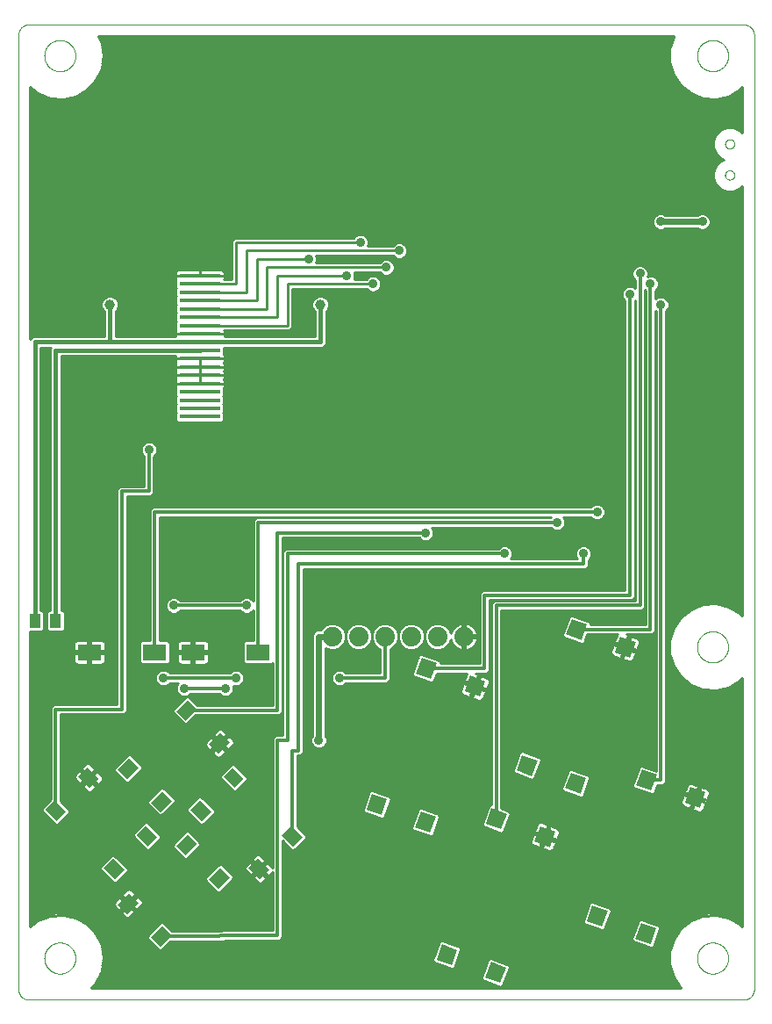
<source format=gtl>
G75*
%MOIN*%
%OFA0B0*%
%FSLAX25Y25*%
%IPPOS*%
%LPD*%
%AMOC8*
5,1,8,0,0,1.08239X$1,22.5*
%
%ADD10C,0.00000*%
%ADD11R,0.04331X0.05512*%
%ADD12R,0.15748X0.01575*%
%ADD13R,0.06299X0.06102*%
%ADD14R,0.09055X0.06299*%
%ADD15R,0.05118X0.06102*%
%ADD16C,0.07400*%
%ADD17C,0.01000*%
%ADD18C,0.03569*%
%ADD19C,0.01600*%
%ADD20C,0.03962*%
%ADD21C,0.01200*%
%ADD22C,0.02400*%
D10*
X0003248Y0006189D02*
X0003248Y0368394D01*
X0003250Y0368518D01*
X0003256Y0368641D01*
X0003265Y0368765D01*
X0003279Y0368887D01*
X0003296Y0369010D01*
X0003318Y0369132D01*
X0003343Y0369253D01*
X0003372Y0369373D01*
X0003404Y0369492D01*
X0003441Y0369611D01*
X0003481Y0369728D01*
X0003524Y0369843D01*
X0003572Y0369958D01*
X0003623Y0370070D01*
X0003677Y0370181D01*
X0003735Y0370291D01*
X0003796Y0370398D01*
X0003861Y0370504D01*
X0003929Y0370607D01*
X0004000Y0370708D01*
X0004074Y0370807D01*
X0004151Y0370904D01*
X0004232Y0370998D01*
X0004315Y0371089D01*
X0004401Y0371178D01*
X0004490Y0371264D01*
X0004581Y0371347D01*
X0004675Y0371428D01*
X0004772Y0371505D01*
X0004871Y0371579D01*
X0004972Y0371650D01*
X0005075Y0371718D01*
X0005181Y0371783D01*
X0005288Y0371844D01*
X0005398Y0371902D01*
X0005509Y0371956D01*
X0005621Y0372007D01*
X0005736Y0372055D01*
X0005851Y0372098D01*
X0005968Y0372138D01*
X0006087Y0372175D01*
X0006206Y0372207D01*
X0006326Y0372236D01*
X0006447Y0372261D01*
X0006569Y0372283D01*
X0006692Y0372300D01*
X0006814Y0372314D01*
X0006938Y0372323D01*
X0007061Y0372329D01*
X0007185Y0372331D01*
X0278839Y0372331D01*
X0278963Y0372329D01*
X0279086Y0372323D01*
X0279210Y0372314D01*
X0279332Y0372300D01*
X0279455Y0372283D01*
X0279577Y0372261D01*
X0279698Y0372236D01*
X0279818Y0372207D01*
X0279937Y0372175D01*
X0280056Y0372138D01*
X0280173Y0372098D01*
X0280288Y0372055D01*
X0280403Y0372007D01*
X0280515Y0371956D01*
X0280626Y0371902D01*
X0280736Y0371844D01*
X0280843Y0371783D01*
X0280949Y0371718D01*
X0281052Y0371650D01*
X0281153Y0371579D01*
X0281252Y0371505D01*
X0281349Y0371428D01*
X0281443Y0371347D01*
X0281534Y0371264D01*
X0281623Y0371178D01*
X0281709Y0371089D01*
X0281792Y0370998D01*
X0281873Y0370904D01*
X0281950Y0370807D01*
X0282024Y0370708D01*
X0282095Y0370607D01*
X0282163Y0370504D01*
X0282228Y0370398D01*
X0282289Y0370291D01*
X0282347Y0370181D01*
X0282401Y0370070D01*
X0282452Y0369958D01*
X0282500Y0369843D01*
X0282543Y0369728D01*
X0282583Y0369611D01*
X0282620Y0369492D01*
X0282652Y0369373D01*
X0282681Y0369253D01*
X0282706Y0369132D01*
X0282728Y0369010D01*
X0282745Y0368887D01*
X0282759Y0368765D01*
X0282768Y0368641D01*
X0282774Y0368518D01*
X0282776Y0368394D01*
X0282776Y0006189D01*
X0282774Y0006065D01*
X0282768Y0005942D01*
X0282759Y0005818D01*
X0282745Y0005696D01*
X0282728Y0005573D01*
X0282706Y0005451D01*
X0282681Y0005330D01*
X0282652Y0005210D01*
X0282620Y0005091D01*
X0282583Y0004972D01*
X0282543Y0004855D01*
X0282500Y0004740D01*
X0282452Y0004625D01*
X0282401Y0004513D01*
X0282347Y0004402D01*
X0282289Y0004292D01*
X0282228Y0004185D01*
X0282163Y0004079D01*
X0282095Y0003976D01*
X0282024Y0003875D01*
X0281950Y0003776D01*
X0281873Y0003679D01*
X0281792Y0003585D01*
X0281709Y0003494D01*
X0281623Y0003405D01*
X0281534Y0003319D01*
X0281443Y0003236D01*
X0281349Y0003155D01*
X0281252Y0003078D01*
X0281153Y0003004D01*
X0281052Y0002933D01*
X0280949Y0002865D01*
X0280843Y0002800D01*
X0280736Y0002739D01*
X0280626Y0002681D01*
X0280515Y0002627D01*
X0280403Y0002576D01*
X0280288Y0002528D01*
X0280173Y0002485D01*
X0280056Y0002445D01*
X0279937Y0002408D01*
X0279818Y0002376D01*
X0279698Y0002347D01*
X0279577Y0002322D01*
X0279455Y0002300D01*
X0279332Y0002283D01*
X0279210Y0002269D01*
X0279086Y0002260D01*
X0278963Y0002254D01*
X0278839Y0002252D01*
X0007185Y0002252D01*
X0007061Y0002254D01*
X0006938Y0002260D01*
X0006814Y0002269D01*
X0006692Y0002283D01*
X0006569Y0002300D01*
X0006447Y0002322D01*
X0006326Y0002347D01*
X0006206Y0002376D01*
X0006087Y0002408D01*
X0005968Y0002445D01*
X0005851Y0002485D01*
X0005736Y0002528D01*
X0005621Y0002576D01*
X0005509Y0002627D01*
X0005398Y0002681D01*
X0005288Y0002739D01*
X0005181Y0002800D01*
X0005075Y0002865D01*
X0004972Y0002933D01*
X0004871Y0003004D01*
X0004772Y0003078D01*
X0004675Y0003155D01*
X0004581Y0003236D01*
X0004490Y0003319D01*
X0004401Y0003405D01*
X0004315Y0003494D01*
X0004232Y0003585D01*
X0004151Y0003679D01*
X0004074Y0003776D01*
X0004000Y0003875D01*
X0003929Y0003976D01*
X0003861Y0004079D01*
X0003796Y0004185D01*
X0003735Y0004292D01*
X0003677Y0004402D01*
X0003623Y0004513D01*
X0003572Y0004625D01*
X0003524Y0004740D01*
X0003481Y0004855D01*
X0003441Y0004972D01*
X0003404Y0005091D01*
X0003372Y0005210D01*
X0003343Y0005330D01*
X0003318Y0005451D01*
X0003296Y0005573D01*
X0003279Y0005696D01*
X0003265Y0005818D01*
X0003256Y0005942D01*
X0003250Y0006065D01*
X0003248Y0006189D01*
X0013090Y0018000D02*
X0013092Y0018153D01*
X0013098Y0018307D01*
X0013108Y0018460D01*
X0013122Y0018612D01*
X0013140Y0018765D01*
X0013162Y0018916D01*
X0013187Y0019067D01*
X0013217Y0019218D01*
X0013251Y0019368D01*
X0013288Y0019516D01*
X0013329Y0019664D01*
X0013374Y0019810D01*
X0013423Y0019956D01*
X0013476Y0020100D01*
X0013532Y0020242D01*
X0013592Y0020383D01*
X0013656Y0020523D01*
X0013723Y0020661D01*
X0013794Y0020797D01*
X0013869Y0020931D01*
X0013946Y0021063D01*
X0014028Y0021193D01*
X0014112Y0021321D01*
X0014200Y0021447D01*
X0014291Y0021570D01*
X0014385Y0021691D01*
X0014483Y0021809D01*
X0014583Y0021925D01*
X0014687Y0022038D01*
X0014793Y0022149D01*
X0014902Y0022257D01*
X0015014Y0022362D01*
X0015128Y0022463D01*
X0015246Y0022562D01*
X0015365Y0022658D01*
X0015487Y0022751D01*
X0015612Y0022840D01*
X0015739Y0022927D01*
X0015868Y0023009D01*
X0015999Y0023089D01*
X0016132Y0023165D01*
X0016267Y0023238D01*
X0016404Y0023307D01*
X0016543Y0023372D01*
X0016683Y0023434D01*
X0016825Y0023492D01*
X0016968Y0023547D01*
X0017113Y0023598D01*
X0017259Y0023645D01*
X0017406Y0023688D01*
X0017554Y0023727D01*
X0017703Y0023763D01*
X0017853Y0023794D01*
X0018004Y0023822D01*
X0018155Y0023846D01*
X0018308Y0023866D01*
X0018460Y0023882D01*
X0018613Y0023894D01*
X0018766Y0023902D01*
X0018919Y0023906D01*
X0019073Y0023906D01*
X0019226Y0023902D01*
X0019379Y0023894D01*
X0019532Y0023882D01*
X0019684Y0023866D01*
X0019837Y0023846D01*
X0019988Y0023822D01*
X0020139Y0023794D01*
X0020289Y0023763D01*
X0020438Y0023727D01*
X0020586Y0023688D01*
X0020733Y0023645D01*
X0020879Y0023598D01*
X0021024Y0023547D01*
X0021167Y0023492D01*
X0021309Y0023434D01*
X0021449Y0023372D01*
X0021588Y0023307D01*
X0021725Y0023238D01*
X0021860Y0023165D01*
X0021993Y0023089D01*
X0022124Y0023009D01*
X0022253Y0022927D01*
X0022380Y0022840D01*
X0022505Y0022751D01*
X0022627Y0022658D01*
X0022746Y0022562D01*
X0022864Y0022463D01*
X0022978Y0022362D01*
X0023090Y0022257D01*
X0023199Y0022149D01*
X0023305Y0022038D01*
X0023409Y0021925D01*
X0023509Y0021809D01*
X0023607Y0021691D01*
X0023701Y0021570D01*
X0023792Y0021447D01*
X0023880Y0021321D01*
X0023964Y0021193D01*
X0024046Y0021063D01*
X0024123Y0020931D01*
X0024198Y0020797D01*
X0024269Y0020661D01*
X0024336Y0020523D01*
X0024400Y0020383D01*
X0024460Y0020242D01*
X0024516Y0020100D01*
X0024569Y0019956D01*
X0024618Y0019810D01*
X0024663Y0019664D01*
X0024704Y0019516D01*
X0024741Y0019368D01*
X0024775Y0019218D01*
X0024805Y0019067D01*
X0024830Y0018916D01*
X0024852Y0018765D01*
X0024870Y0018612D01*
X0024884Y0018460D01*
X0024894Y0018307D01*
X0024900Y0018153D01*
X0024902Y0018000D01*
X0024900Y0017847D01*
X0024894Y0017693D01*
X0024884Y0017540D01*
X0024870Y0017388D01*
X0024852Y0017235D01*
X0024830Y0017084D01*
X0024805Y0016933D01*
X0024775Y0016782D01*
X0024741Y0016632D01*
X0024704Y0016484D01*
X0024663Y0016336D01*
X0024618Y0016190D01*
X0024569Y0016044D01*
X0024516Y0015900D01*
X0024460Y0015758D01*
X0024400Y0015617D01*
X0024336Y0015477D01*
X0024269Y0015339D01*
X0024198Y0015203D01*
X0024123Y0015069D01*
X0024046Y0014937D01*
X0023964Y0014807D01*
X0023880Y0014679D01*
X0023792Y0014553D01*
X0023701Y0014430D01*
X0023607Y0014309D01*
X0023509Y0014191D01*
X0023409Y0014075D01*
X0023305Y0013962D01*
X0023199Y0013851D01*
X0023090Y0013743D01*
X0022978Y0013638D01*
X0022864Y0013537D01*
X0022746Y0013438D01*
X0022627Y0013342D01*
X0022505Y0013249D01*
X0022380Y0013160D01*
X0022253Y0013073D01*
X0022124Y0012991D01*
X0021993Y0012911D01*
X0021860Y0012835D01*
X0021725Y0012762D01*
X0021588Y0012693D01*
X0021449Y0012628D01*
X0021309Y0012566D01*
X0021167Y0012508D01*
X0021024Y0012453D01*
X0020879Y0012402D01*
X0020733Y0012355D01*
X0020586Y0012312D01*
X0020438Y0012273D01*
X0020289Y0012237D01*
X0020139Y0012206D01*
X0019988Y0012178D01*
X0019837Y0012154D01*
X0019684Y0012134D01*
X0019532Y0012118D01*
X0019379Y0012106D01*
X0019226Y0012098D01*
X0019073Y0012094D01*
X0018919Y0012094D01*
X0018766Y0012098D01*
X0018613Y0012106D01*
X0018460Y0012118D01*
X0018308Y0012134D01*
X0018155Y0012154D01*
X0018004Y0012178D01*
X0017853Y0012206D01*
X0017703Y0012237D01*
X0017554Y0012273D01*
X0017406Y0012312D01*
X0017259Y0012355D01*
X0017113Y0012402D01*
X0016968Y0012453D01*
X0016825Y0012508D01*
X0016683Y0012566D01*
X0016543Y0012628D01*
X0016404Y0012693D01*
X0016267Y0012762D01*
X0016132Y0012835D01*
X0015999Y0012911D01*
X0015868Y0012991D01*
X0015739Y0013073D01*
X0015612Y0013160D01*
X0015487Y0013249D01*
X0015365Y0013342D01*
X0015246Y0013438D01*
X0015128Y0013537D01*
X0015014Y0013638D01*
X0014902Y0013743D01*
X0014793Y0013851D01*
X0014687Y0013962D01*
X0014583Y0014075D01*
X0014483Y0014191D01*
X0014385Y0014309D01*
X0014291Y0014430D01*
X0014200Y0014553D01*
X0014112Y0014679D01*
X0014028Y0014807D01*
X0013946Y0014937D01*
X0013869Y0015069D01*
X0013794Y0015203D01*
X0013723Y0015339D01*
X0013656Y0015477D01*
X0013592Y0015617D01*
X0013532Y0015758D01*
X0013476Y0015900D01*
X0013423Y0016044D01*
X0013374Y0016190D01*
X0013329Y0016336D01*
X0013288Y0016484D01*
X0013251Y0016632D01*
X0013217Y0016782D01*
X0013187Y0016933D01*
X0013162Y0017084D01*
X0013140Y0017235D01*
X0013122Y0017388D01*
X0013108Y0017540D01*
X0013098Y0017693D01*
X0013092Y0017847D01*
X0013090Y0018000D01*
X0261122Y0018000D02*
X0261124Y0018153D01*
X0261130Y0018307D01*
X0261140Y0018460D01*
X0261154Y0018612D01*
X0261172Y0018765D01*
X0261194Y0018916D01*
X0261219Y0019067D01*
X0261249Y0019218D01*
X0261283Y0019368D01*
X0261320Y0019516D01*
X0261361Y0019664D01*
X0261406Y0019810D01*
X0261455Y0019956D01*
X0261508Y0020100D01*
X0261564Y0020242D01*
X0261624Y0020383D01*
X0261688Y0020523D01*
X0261755Y0020661D01*
X0261826Y0020797D01*
X0261901Y0020931D01*
X0261978Y0021063D01*
X0262060Y0021193D01*
X0262144Y0021321D01*
X0262232Y0021447D01*
X0262323Y0021570D01*
X0262417Y0021691D01*
X0262515Y0021809D01*
X0262615Y0021925D01*
X0262719Y0022038D01*
X0262825Y0022149D01*
X0262934Y0022257D01*
X0263046Y0022362D01*
X0263160Y0022463D01*
X0263278Y0022562D01*
X0263397Y0022658D01*
X0263519Y0022751D01*
X0263644Y0022840D01*
X0263771Y0022927D01*
X0263900Y0023009D01*
X0264031Y0023089D01*
X0264164Y0023165D01*
X0264299Y0023238D01*
X0264436Y0023307D01*
X0264575Y0023372D01*
X0264715Y0023434D01*
X0264857Y0023492D01*
X0265000Y0023547D01*
X0265145Y0023598D01*
X0265291Y0023645D01*
X0265438Y0023688D01*
X0265586Y0023727D01*
X0265735Y0023763D01*
X0265885Y0023794D01*
X0266036Y0023822D01*
X0266187Y0023846D01*
X0266340Y0023866D01*
X0266492Y0023882D01*
X0266645Y0023894D01*
X0266798Y0023902D01*
X0266951Y0023906D01*
X0267105Y0023906D01*
X0267258Y0023902D01*
X0267411Y0023894D01*
X0267564Y0023882D01*
X0267716Y0023866D01*
X0267869Y0023846D01*
X0268020Y0023822D01*
X0268171Y0023794D01*
X0268321Y0023763D01*
X0268470Y0023727D01*
X0268618Y0023688D01*
X0268765Y0023645D01*
X0268911Y0023598D01*
X0269056Y0023547D01*
X0269199Y0023492D01*
X0269341Y0023434D01*
X0269481Y0023372D01*
X0269620Y0023307D01*
X0269757Y0023238D01*
X0269892Y0023165D01*
X0270025Y0023089D01*
X0270156Y0023009D01*
X0270285Y0022927D01*
X0270412Y0022840D01*
X0270537Y0022751D01*
X0270659Y0022658D01*
X0270778Y0022562D01*
X0270896Y0022463D01*
X0271010Y0022362D01*
X0271122Y0022257D01*
X0271231Y0022149D01*
X0271337Y0022038D01*
X0271441Y0021925D01*
X0271541Y0021809D01*
X0271639Y0021691D01*
X0271733Y0021570D01*
X0271824Y0021447D01*
X0271912Y0021321D01*
X0271996Y0021193D01*
X0272078Y0021063D01*
X0272155Y0020931D01*
X0272230Y0020797D01*
X0272301Y0020661D01*
X0272368Y0020523D01*
X0272432Y0020383D01*
X0272492Y0020242D01*
X0272548Y0020100D01*
X0272601Y0019956D01*
X0272650Y0019810D01*
X0272695Y0019664D01*
X0272736Y0019516D01*
X0272773Y0019368D01*
X0272807Y0019218D01*
X0272837Y0019067D01*
X0272862Y0018916D01*
X0272884Y0018765D01*
X0272902Y0018612D01*
X0272916Y0018460D01*
X0272926Y0018307D01*
X0272932Y0018153D01*
X0272934Y0018000D01*
X0272932Y0017847D01*
X0272926Y0017693D01*
X0272916Y0017540D01*
X0272902Y0017388D01*
X0272884Y0017235D01*
X0272862Y0017084D01*
X0272837Y0016933D01*
X0272807Y0016782D01*
X0272773Y0016632D01*
X0272736Y0016484D01*
X0272695Y0016336D01*
X0272650Y0016190D01*
X0272601Y0016044D01*
X0272548Y0015900D01*
X0272492Y0015758D01*
X0272432Y0015617D01*
X0272368Y0015477D01*
X0272301Y0015339D01*
X0272230Y0015203D01*
X0272155Y0015069D01*
X0272078Y0014937D01*
X0271996Y0014807D01*
X0271912Y0014679D01*
X0271824Y0014553D01*
X0271733Y0014430D01*
X0271639Y0014309D01*
X0271541Y0014191D01*
X0271441Y0014075D01*
X0271337Y0013962D01*
X0271231Y0013851D01*
X0271122Y0013743D01*
X0271010Y0013638D01*
X0270896Y0013537D01*
X0270778Y0013438D01*
X0270659Y0013342D01*
X0270537Y0013249D01*
X0270412Y0013160D01*
X0270285Y0013073D01*
X0270156Y0012991D01*
X0270025Y0012911D01*
X0269892Y0012835D01*
X0269757Y0012762D01*
X0269620Y0012693D01*
X0269481Y0012628D01*
X0269341Y0012566D01*
X0269199Y0012508D01*
X0269056Y0012453D01*
X0268911Y0012402D01*
X0268765Y0012355D01*
X0268618Y0012312D01*
X0268470Y0012273D01*
X0268321Y0012237D01*
X0268171Y0012206D01*
X0268020Y0012178D01*
X0267869Y0012154D01*
X0267716Y0012134D01*
X0267564Y0012118D01*
X0267411Y0012106D01*
X0267258Y0012098D01*
X0267105Y0012094D01*
X0266951Y0012094D01*
X0266798Y0012098D01*
X0266645Y0012106D01*
X0266492Y0012118D01*
X0266340Y0012134D01*
X0266187Y0012154D01*
X0266036Y0012178D01*
X0265885Y0012206D01*
X0265735Y0012237D01*
X0265586Y0012273D01*
X0265438Y0012312D01*
X0265291Y0012355D01*
X0265145Y0012402D01*
X0265000Y0012453D01*
X0264857Y0012508D01*
X0264715Y0012566D01*
X0264575Y0012628D01*
X0264436Y0012693D01*
X0264299Y0012762D01*
X0264164Y0012835D01*
X0264031Y0012911D01*
X0263900Y0012991D01*
X0263771Y0013073D01*
X0263644Y0013160D01*
X0263519Y0013249D01*
X0263397Y0013342D01*
X0263278Y0013438D01*
X0263160Y0013537D01*
X0263046Y0013638D01*
X0262934Y0013743D01*
X0262825Y0013851D01*
X0262719Y0013962D01*
X0262615Y0014075D01*
X0262515Y0014191D01*
X0262417Y0014309D01*
X0262323Y0014430D01*
X0262232Y0014553D01*
X0262144Y0014679D01*
X0262060Y0014807D01*
X0261978Y0014937D01*
X0261901Y0015069D01*
X0261826Y0015203D01*
X0261755Y0015339D01*
X0261688Y0015477D01*
X0261624Y0015617D01*
X0261564Y0015758D01*
X0261508Y0015900D01*
X0261455Y0016044D01*
X0261406Y0016190D01*
X0261361Y0016336D01*
X0261320Y0016484D01*
X0261283Y0016632D01*
X0261249Y0016782D01*
X0261219Y0016933D01*
X0261194Y0017084D01*
X0261172Y0017235D01*
X0261154Y0017388D01*
X0261140Y0017540D01*
X0261130Y0017693D01*
X0261124Y0017847D01*
X0261122Y0018000D01*
X0261122Y0136110D02*
X0261124Y0136263D01*
X0261130Y0136417D01*
X0261140Y0136570D01*
X0261154Y0136722D01*
X0261172Y0136875D01*
X0261194Y0137026D01*
X0261219Y0137177D01*
X0261249Y0137328D01*
X0261283Y0137478D01*
X0261320Y0137626D01*
X0261361Y0137774D01*
X0261406Y0137920D01*
X0261455Y0138066D01*
X0261508Y0138210D01*
X0261564Y0138352D01*
X0261624Y0138493D01*
X0261688Y0138633D01*
X0261755Y0138771D01*
X0261826Y0138907D01*
X0261901Y0139041D01*
X0261978Y0139173D01*
X0262060Y0139303D01*
X0262144Y0139431D01*
X0262232Y0139557D01*
X0262323Y0139680D01*
X0262417Y0139801D01*
X0262515Y0139919D01*
X0262615Y0140035D01*
X0262719Y0140148D01*
X0262825Y0140259D01*
X0262934Y0140367D01*
X0263046Y0140472D01*
X0263160Y0140573D01*
X0263278Y0140672D01*
X0263397Y0140768D01*
X0263519Y0140861D01*
X0263644Y0140950D01*
X0263771Y0141037D01*
X0263900Y0141119D01*
X0264031Y0141199D01*
X0264164Y0141275D01*
X0264299Y0141348D01*
X0264436Y0141417D01*
X0264575Y0141482D01*
X0264715Y0141544D01*
X0264857Y0141602D01*
X0265000Y0141657D01*
X0265145Y0141708D01*
X0265291Y0141755D01*
X0265438Y0141798D01*
X0265586Y0141837D01*
X0265735Y0141873D01*
X0265885Y0141904D01*
X0266036Y0141932D01*
X0266187Y0141956D01*
X0266340Y0141976D01*
X0266492Y0141992D01*
X0266645Y0142004D01*
X0266798Y0142012D01*
X0266951Y0142016D01*
X0267105Y0142016D01*
X0267258Y0142012D01*
X0267411Y0142004D01*
X0267564Y0141992D01*
X0267716Y0141976D01*
X0267869Y0141956D01*
X0268020Y0141932D01*
X0268171Y0141904D01*
X0268321Y0141873D01*
X0268470Y0141837D01*
X0268618Y0141798D01*
X0268765Y0141755D01*
X0268911Y0141708D01*
X0269056Y0141657D01*
X0269199Y0141602D01*
X0269341Y0141544D01*
X0269481Y0141482D01*
X0269620Y0141417D01*
X0269757Y0141348D01*
X0269892Y0141275D01*
X0270025Y0141199D01*
X0270156Y0141119D01*
X0270285Y0141037D01*
X0270412Y0140950D01*
X0270537Y0140861D01*
X0270659Y0140768D01*
X0270778Y0140672D01*
X0270896Y0140573D01*
X0271010Y0140472D01*
X0271122Y0140367D01*
X0271231Y0140259D01*
X0271337Y0140148D01*
X0271441Y0140035D01*
X0271541Y0139919D01*
X0271639Y0139801D01*
X0271733Y0139680D01*
X0271824Y0139557D01*
X0271912Y0139431D01*
X0271996Y0139303D01*
X0272078Y0139173D01*
X0272155Y0139041D01*
X0272230Y0138907D01*
X0272301Y0138771D01*
X0272368Y0138633D01*
X0272432Y0138493D01*
X0272492Y0138352D01*
X0272548Y0138210D01*
X0272601Y0138066D01*
X0272650Y0137920D01*
X0272695Y0137774D01*
X0272736Y0137626D01*
X0272773Y0137478D01*
X0272807Y0137328D01*
X0272837Y0137177D01*
X0272862Y0137026D01*
X0272884Y0136875D01*
X0272902Y0136722D01*
X0272916Y0136570D01*
X0272926Y0136417D01*
X0272932Y0136263D01*
X0272934Y0136110D01*
X0272932Y0135957D01*
X0272926Y0135803D01*
X0272916Y0135650D01*
X0272902Y0135498D01*
X0272884Y0135345D01*
X0272862Y0135194D01*
X0272837Y0135043D01*
X0272807Y0134892D01*
X0272773Y0134742D01*
X0272736Y0134594D01*
X0272695Y0134446D01*
X0272650Y0134300D01*
X0272601Y0134154D01*
X0272548Y0134010D01*
X0272492Y0133868D01*
X0272432Y0133727D01*
X0272368Y0133587D01*
X0272301Y0133449D01*
X0272230Y0133313D01*
X0272155Y0133179D01*
X0272078Y0133047D01*
X0271996Y0132917D01*
X0271912Y0132789D01*
X0271824Y0132663D01*
X0271733Y0132540D01*
X0271639Y0132419D01*
X0271541Y0132301D01*
X0271441Y0132185D01*
X0271337Y0132072D01*
X0271231Y0131961D01*
X0271122Y0131853D01*
X0271010Y0131748D01*
X0270896Y0131647D01*
X0270778Y0131548D01*
X0270659Y0131452D01*
X0270537Y0131359D01*
X0270412Y0131270D01*
X0270285Y0131183D01*
X0270156Y0131101D01*
X0270025Y0131021D01*
X0269892Y0130945D01*
X0269757Y0130872D01*
X0269620Y0130803D01*
X0269481Y0130738D01*
X0269341Y0130676D01*
X0269199Y0130618D01*
X0269056Y0130563D01*
X0268911Y0130512D01*
X0268765Y0130465D01*
X0268618Y0130422D01*
X0268470Y0130383D01*
X0268321Y0130347D01*
X0268171Y0130316D01*
X0268020Y0130288D01*
X0267869Y0130264D01*
X0267716Y0130244D01*
X0267564Y0130228D01*
X0267411Y0130216D01*
X0267258Y0130208D01*
X0267105Y0130204D01*
X0266951Y0130204D01*
X0266798Y0130208D01*
X0266645Y0130216D01*
X0266492Y0130228D01*
X0266340Y0130244D01*
X0266187Y0130264D01*
X0266036Y0130288D01*
X0265885Y0130316D01*
X0265735Y0130347D01*
X0265586Y0130383D01*
X0265438Y0130422D01*
X0265291Y0130465D01*
X0265145Y0130512D01*
X0265000Y0130563D01*
X0264857Y0130618D01*
X0264715Y0130676D01*
X0264575Y0130738D01*
X0264436Y0130803D01*
X0264299Y0130872D01*
X0264164Y0130945D01*
X0264031Y0131021D01*
X0263900Y0131101D01*
X0263771Y0131183D01*
X0263644Y0131270D01*
X0263519Y0131359D01*
X0263397Y0131452D01*
X0263278Y0131548D01*
X0263160Y0131647D01*
X0263046Y0131748D01*
X0262934Y0131853D01*
X0262825Y0131961D01*
X0262719Y0132072D01*
X0262615Y0132185D01*
X0262515Y0132301D01*
X0262417Y0132419D01*
X0262323Y0132540D01*
X0262232Y0132663D01*
X0262144Y0132789D01*
X0262060Y0132917D01*
X0261978Y0133047D01*
X0261901Y0133179D01*
X0261826Y0133313D01*
X0261755Y0133449D01*
X0261688Y0133587D01*
X0261624Y0133727D01*
X0261564Y0133868D01*
X0261508Y0134010D01*
X0261455Y0134154D01*
X0261406Y0134300D01*
X0261361Y0134446D01*
X0261320Y0134594D01*
X0261283Y0134742D01*
X0261249Y0134892D01*
X0261219Y0135043D01*
X0261194Y0135194D01*
X0261172Y0135345D01*
X0261154Y0135498D01*
X0261140Y0135650D01*
X0261130Y0135803D01*
X0261124Y0135957D01*
X0261122Y0136110D01*
X0271752Y0315244D02*
X0271754Y0315328D01*
X0271760Y0315411D01*
X0271770Y0315494D01*
X0271784Y0315577D01*
X0271801Y0315659D01*
X0271823Y0315740D01*
X0271848Y0315819D01*
X0271877Y0315898D01*
X0271910Y0315975D01*
X0271946Y0316050D01*
X0271986Y0316124D01*
X0272029Y0316196D01*
X0272076Y0316265D01*
X0272126Y0316332D01*
X0272179Y0316397D01*
X0272235Y0316459D01*
X0272293Y0316519D01*
X0272355Y0316576D01*
X0272419Y0316629D01*
X0272486Y0316680D01*
X0272555Y0316727D01*
X0272626Y0316772D01*
X0272699Y0316812D01*
X0272774Y0316849D01*
X0272851Y0316883D01*
X0272929Y0316913D01*
X0273008Y0316939D01*
X0273089Y0316962D01*
X0273171Y0316980D01*
X0273253Y0316995D01*
X0273336Y0317006D01*
X0273419Y0317013D01*
X0273503Y0317016D01*
X0273587Y0317015D01*
X0273670Y0317010D01*
X0273754Y0317001D01*
X0273836Y0316988D01*
X0273918Y0316972D01*
X0273999Y0316951D01*
X0274080Y0316927D01*
X0274158Y0316899D01*
X0274236Y0316867D01*
X0274312Y0316831D01*
X0274386Y0316792D01*
X0274458Y0316750D01*
X0274528Y0316704D01*
X0274596Y0316655D01*
X0274661Y0316603D01*
X0274724Y0316548D01*
X0274784Y0316490D01*
X0274842Y0316429D01*
X0274896Y0316365D01*
X0274948Y0316299D01*
X0274996Y0316231D01*
X0275041Y0316160D01*
X0275082Y0316087D01*
X0275121Y0316013D01*
X0275155Y0315937D01*
X0275186Y0315859D01*
X0275213Y0315780D01*
X0275237Y0315699D01*
X0275256Y0315618D01*
X0275272Y0315536D01*
X0275284Y0315453D01*
X0275292Y0315369D01*
X0275296Y0315286D01*
X0275296Y0315202D01*
X0275292Y0315119D01*
X0275284Y0315035D01*
X0275272Y0314952D01*
X0275256Y0314870D01*
X0275237Y0314789D01*
X0275213Y0314708D01*
X0275186Y0314629D01*
X0275155Y0314551D01*
X0275121Y0314475D01*
X0275082Y0314401D01*
X0275041Y0314328D01*
X0274996Y0314257D01*
X0274948Y0314189D01*
X0274896Y0314123D01*
X0274842Y0314059D01*
X0274784Y0313998D01*
X0274724Y0313940D01*
X0274661Y0313885D01*
X0274596Y0313833D01*
X0274528Y0313784D01*
X0274458Y0313738D01*
X0274386Y0313696D01*
X0274312Y0313657D01*
X0274236Y0313621D01*
X0274158Y0313589D01*
X0274080Y0313561D01*
X0273999Y0313537D01*
X0273918Y0313516D01*
X0273836Y0313500D01*
X0273754Y0313487D01*
X0273670Y0313478D01*
X0273587Y0313473D01*
X0273503Y0313472D01*
X0273419Y0313475D01*
X0273336Y0313482D01*
X0273253Y0313493D01*
X0273171Y0313508D01*
X0273089Y0313526D01*
X0273008Y0313549D01*
X0272929Y0313575D01*
X0272851Y0313605D01*
X0272774Y0313639D01*
X0272699Y0313676D01*
X0272626Y0313716D01*
X0272555Y0313761D01*
X0272486Y0313808D01*
X0272419Y0313859D01*
X0272355Y0313912D01*
X0272293Y0313969D01*
X0272235Y0314029D01*
X0272179Y0314091D01*
X0272126Y0314156D01*
X0272076Y0314223D01*
X0272029Y0314292D01*
X0271986Y0314364D01*
X0271946Y0314438D01*
X0271910Y0314513D01*
X0271877Y0314590D01*
X0271848Y0314669D01*
X0271823Y0314748D01*
X0271801Y0314829D01*
X0271784Y0314911D01*
X0271770Y0314994D01*
X0271760Y0315077D01*
X0271754Y0315160D01*
X0271752Y0315244D01*
X0271752Y0327055D02*
X0271754Y0327139D01*
X0271760Y0327222D01*
X0271770Y0327305D01*
X0271784Y0327388D01*
X0271801Y0327470D01*
X0271823Y0327551D01*
X0271848Y0327630D01*
X0271877Y0327709D01*
X0271910Y0327786D01*
X0271946Y0327861D01*
X0271986Y0327935D01*
X0272029Y0328007D01*
X0272076Y0328076D01*
X0272126Y0328143D01*
X0272179Y0328208D01*
X0272235Y0328270D01*
X0272293Y0328330D01*
X0272355Y0328387D01*
X0272419Y0328440D01*
X0272486Y0328491D01*
X0272555Y0328538D01*
X0272626Y0328583D01*
X0272699Y0328623D01*
X0272774Y0328660D01*
X0272851Y0328694D01*
X0272929Y0328724D01*
X0273008Y0328750D01*
X0273089Y0328773D01*
X0273171Y0328791D01*
X0273253Y0328806D01*
X0273336Y0328817D01*
X0273419Y0328824D01*
X0273503Y0328827D01*
X0273587Y0328826D01*
X0273670Y0328821D01*
X0273754Y0328812D01*
X0273836Y0328799D01*
X0273918Y0328783D01*
X0273999Y0328762D01*
X0274080Y0328738D01*
X0274158Y0328710D01*
X0274236Y0328678D01*
X0274312Y0328642D01*
X0274386Y0328603D01*
X0274458Y0328561D01*
X0274528Y0328515D01*
X0274596Y0328466D01*
X0274661Y0328414D01*
X0274724Y0328359D01*
X0274784Y0328301D01*
X0274842Y0328240D01*
X0274896Y0328176D01*
X0274948Y0328110D01*
X0274996Y0328042D01*
X0275041Y0327971D01*
X0275082Y0327898D01*
X0275121Y0327824D01*
X0275155Y0327748D01*
X0275186Y0327670D01*
X0275213Y0327591D01*
X0275237Y0327510D01*
X0275256Y0327429D01*
X0275272Y0327347D01*
X0275284Y0327264D01*
X0275292Y0327180D01*
X0275296Y0327097D01*
X0275296Y0327013D01*
X0275292Y0326930D01*
X0275284Y0326846D01*
X0275272Y0326763D01*
X0275256Y0326681D01*
X0275237Y0326600D01*
X0275213Y0326519D01*
X0275186Y0326440D01*
X0275155Y0326362D01*
X0275121Y0326286D01*
X0275082Y0326212D01*
X0275041Y0326139D01*
X0274996Y0326068D01*
X0274948Y0326000D01*
X0274896Y0325934D01*
X0274842Y0325870D01*
X0274784Y0325809D01*
X0274724Y0325751D01*
X0274661Y0325696D01*
X0274596Y0325644D01*
X0274528Y0325595D01*
X0274458Y0325549D01*
X0274386Y0325507D01*
X0274312Y0325468D01*
X0274236Y0325432D01*
X0274158Y0325400D01*
X0274080Y0325372D01*
X0273999Y0325348D01*
X0273918Y0325327D01*
X0273836Y0325311D01*
X0273754Y0325298D01*
X0273670Y0325289D01*
X0273587Y0325284D01*
X0273503Y0325283D01*
X0273419Y0325286D01*
X0273336Y0325293D01*
X0273253Y0325304D01*
X0273171Y0325319D01*
X0273089Y0325337D01*
X0273008Y0325360D01*
X0272929Y0325386D01*
X0272851Y0325416D01*
X0272774Y0325450D01*
X0272699Y0325487D01*
X0272626Y0325527D01*
X0272555Y0325572D01*
X0272486Y0325619D01*
X0272419Y0325670D01*
X0272355Y0325723D01*
X0272293Y0325780D01*
X0272235Y0325840D01*
X0272179Y0325902D01*
X0272126Y0325967D01*
X0272076Y0326034D01*
X0272029Y0326103D01*
X0271986Y0326175D01*
X0271946Y0326249D01*
X0271910Y0326324D01*
X0271877Y0326401D01*
X0271848Y0326480D01*
X0271823Y0326559D01*
X0271801Y0326640D01*
X0271784Y0326722D01*
X0271770Y0326805D01*
X0271760Y0326888D01*
X0271754Y0326971D01*
X0271752Y0327055D01*
X0261122Y0360520D02*
X0261124Y0360673D01*
X0261130Y0360827D01*
X0261140Y0360980D01*
X0261154Y0361132D01*
X0261172Y0361285D01*
X0261194Y0361436D01*
X0261219Y0361587D01*
X0261249Y0361738D01*
X0261283Y0361888D01*
X0261320Y0362036D01*
X0261361Y0362184D01*
X0261406Y0362330D01*
X0261455Y0362476D01*
X0261508Y0362620D01*
X0261564Y0362762D01*
X0261624Y0362903D01*
X0261688Y0363043D01*
X0261755Y0363181D01*
X0261826Y0363317D01*
X0261901Y0363451D01*
X0261978Y0363583D01*
X0262060Y0363713D01*
X0262144Y0363841D01*
X0262232Y0363967D01*
X0262323Y0364090D01*
X0262417Y0364211D01*
X0262515Y0364329D01*
X0262615Y0364445D01*
X0262719Y0364558D01*
X0262825Y0364669D01*
X0262934Y0364777D01*
X0263046Y0364882D01*
X0263160Y0364983D01*
X0263278Y0365082D01*
X0263397Y0365178D01*
X0263519Y0365271D01*
X0263644Y0365360D01*
X0263771Y0365447D01*
X0263900Y0365529D01*
X0264031Y0365609D01*
X0264164Y0365685D01*
X0264299Y0365758D01*
X0264436Y0365827D01*
X0264575Y0365892D01*
X0264715Y0365954D01*
X0264857Y0366012D01*
X0265000Y0366067D01*
X0265145Y0366118D01*
X0265291Y0366165D01*
X0265438Y0366208D01*
X0265586Y0366247D01*
X0265735Y0366283D01*
X0265885Y0366314D01*
X0266036Y0366342D01*
X0266187Y0366366D01*
X0266340Y0366386D01*
X0266492Y0366402D01*
X0266645Y0366414D01*
X0266798Y0366422D01*
X0266951Y0366426D01*
X0267105Y0366426D01*
X0267258Y0366422D01*
X0267411Y0366414D01*
X0267564Y0366402D01*
X0267716Y0366386D01*
X0267869Y0366366D01*
X0268020Y0366342D01*
X0268171Y0366314D01*
X0268321Y0366283D01*
X0268470Y0366247D01*
X0268618Y0366208D01*
X0268765Y0366165D01*
X0268911Y0366118D01*
X0269056Y0366067D01*
X0269199Y0366012D01*
X0269341Y0365954D01*
X0269481Y0365892D01*
X0269620Y0365827D01*
X0269757Y0365758D01*
X0269892Y0365685D01*
X0270025Y0365609D01*
X0270156Y0365529D01*
X0270285Y0365447D01*
X0270412Y0365360D01*
X0270537Y0365271D01*
X0270659Y0365178D01*
X0270778Y0365082D01*
X0270896Y0364983D01*
X0271010Y0364882D01*
X0271122Y0364777D01*
X0271231Y0364669D01*
X0271337Y0364558D01*
X0271441Y0364445D01*
X0271541Y0364329D01*
X0271639Y0364211D01*
X0271733Y0364090D01*
X0271824Y0363967D01*
X0271912Y0363841D01*
X0271996Y0363713D01*
X0272078Y0363583D01*
X0272155Y0363451D01*
X0272230Y0363317D01*
X0272301Y0363181D01*
X0272368Y0363043D01*
X0272432Y0362903D01*
X0272492Y0362762D01*
X0272548Y0362620D01*
X0272601Y0362476D01*
X0272650Y0362330D01*
X0272695Y0362184D01*
X0272736Y0362036D01*
X0272773Y0361888D01*
X0272807Y0361738D01*
X0272837Y0361587D01*
X0272862Y0361436D01*
X0272884Y0361285D01*
X0272902Y0361132D01*
X0272916Y0360980D01*
X0272926Y0360827D01*
X0272932Y0360673D01*
X0272934Y0360520D01*
X0272932Y0360367D01*
X0272926Y0360213D01*
X0272916Y0360060D01*
X0272902Y0359908D01*
X0272884Y0359755D01*
X0272862Y0359604D01*
X0272837Y0359453D01*
X0272807Y0359302D01*
X0272773Y0359152D01*
X0272736Y0359004D01*
X0272695Y0358856D01*
X0272650Y0358710D01*
X0272601Y0358564D01*
X0272548Y0358420D01*
X0272492Y0358278D01*
X0272432Y0358137D01*
X0272368Y0357997D01*
X0272301Y0357859D01*
X0272230Y0357723D01*
X0272155Y0357589D01*
X0272078Y0357457D01*
X0271996Y0357327D01*
X0271912Y0357199D01*
X0271824Y0357073D01*
X0271733Y0356950D01*
X0271639Y0356829D01*
X0271541Y0356711D01*
X0271441Y0356595D01*
X0271337Y0356482D01*
X0271231Y0356371D01*
X0271122Y0356263D01*
X0271010Y0356158D01*
X0270896Y0356057D01*
X0270778Y0355958D01*
X0270659Y0355862D01*
X0270537Y0355769D01*
X0270412Y0355680D01*
X0270285Y0355593D01*
X0270156Y0355511D01*
X0270025Y0355431D01*
X0269892Y0355355D01*
X0269757Y0355282D01*
X0269620Y0355213D01*
X0269481Y0355148D01*
X0269341Y0355086D01*
X0269199Y0355028D01*
X0269056Y0354973D01*
X0268911Y0354922D01*
X0268765Y0354875D01*
X0268618Y0354832D01*
X0268470Y0354793D01*
X0268321Y0354757D01*
X0268171Y0354726D01*
X0268020Y0354698D01*
X0267869Y0354674D01*
X0267716Y0354654D01*
X0267564Y0354638D01*
X0267411Y0354626D01*
X0267258Y0354618D01*
X0267105Y0354614D01*
X0266951Y0354614D01*
X0266798Y0354618D01*
X0266645Y0354626D01*
X0266492Y0354638D01*
X0266340Y0354654D01*
X0266187Y0354674D01*
X0266036Y0354698D01*
X0265885Y0354726D01*
X0265735Y0354757D01*
X0265586Y0354793D01*
X0265438Y0354832D01*
X0265291Y0354875D01*
X0265145Y0354922D01*
X0265000Y0354973D01*
X0264857Y0355028D01*
X0264715Y0355086D01*
X0264575Y0355148D01*
X0264436Y0355213D01*
X0264299Y0355282D01*
X0264164Y0355355D01*
X0264031Y0355431D01*
X0263900Y0355511D01*
X0263771Y0355593D01*
X0263644Y0355680D01*
X0263519Y0355769D01*
X0263397Y0355862D01*
X0263278Y0355958D01*
X0263160Y0356057D01*
X0263046Y0356158D01*
X0262934Y0356263D01*
X0262825Y0356371D01*
X0262719Y0356482D01*
X0262615Y0356595D01*
X0262515Y0356711D01*
X0262417Y0356829D01*
X0262323Y0356950D01*
X0262232Y0357073D01*
X0262144Y0357199D01*
X0262060Y0357327D01*
X0261978Y0357457D01*
X0261901Y0357589D01*
X0261826Y0357723D01*
X0261755Y0357859D01*
X0261688Y0357997D01*
X0261624Y0358137D01*
X0261564Y0358278D01*
X0261508Y0358420D01*
X0261455Y0358564D01*
X0261406Y0358710D01*
X0261361Y0358856D01*
X0261320Y0359004D01*
X0261283Y0359152D01*
X0261249Y0359302D01*
X0261219Y0359453D01*
X0261194Y0359604D01*
X0261172Y0359755D01*
X0261154Y0359908D01*
X0261140Y0360060D01*
X0261130Y0360213D01*
X0261124Y0360367D01*
X0261122Y0360520D01*
X0013090Y0360520D02*
X0013092Y0360673D01*
X0013098Y0360827D01*
X0013108Y0360980D01*
X0013122Y0361132D01*
X0013140Y0361285D01*
X0013162Y0361436D01*
X0013187Y0361587D01*
X0013217Y0361738D01*
X0013251Y0361888D01*
X0013288Y0362036D01*
X0013329Y0362184D01*
X0013374Y0362330D01*
X0013423Y0362476D01*
X0013476Y0362620D01*
X0013532Y0362762D01*
X0013592Y0362903D01*
X0013656Y0363043D01*
X0013723Y0363181D01*
X0013794Y0363317D01*
X0013869Y0363451D01*
X0013946Y0363583D01*
X0014028Y0363713D01*
X0014112Y0363841D01*
X0014200Y0363967D01*
X0014291Y0364090D01*
X0014385Y0364211D01*
X0014483Y0364329D01*
X0014583Y0364445D01*
X0014687Y0364558D01*
X0014793Y0364669D01*
X0014902Y0364777D01*
X0015014Y0364882D01*
X0015128Y0364983D01*
X0015246Y0365082D01*
X0015365Y0365178D01*
X0015487Y0365271D01*
X0015612Y0365360D01*
X0015739Y0365447D01*
X0015868Y0365529D01*
X0015999Y0365609D01*
X0016132Y0365685D01*
X0016267Y0365758D01*
X0016404Y0365827D01*
X0016543Y0365892D01*
X0016683Y0365954D01*
X0016825Y0366012D01*
X0016968Y0366067D01*
X0017113Y0366118D01*
X0017259Y0366165D01*
X0017406Y0366208D01*
X0017554Y0366247D01*
X0017703Y0366283D01*
X0017853Y0366314D01*
X0018004Y0366342D01*
X0018155Y0366366D01*
X0018308Y0366386D01*
X0018460Y0366402D01*
X0018613Y0366414D01*
X0018766Y0366422D01*
X0018919Y0366426D01*
X0019073Y0366426D01*
X0019226Y0366422D01*
X0019379Y0366414D01*
X0019532Y0366402D01*
X0019684Y0366386D01*
X0019837Y0366366D01*
X0019988Y0366342D01*
X0020139Y0366314D01*
X0020289Y0366283D01*
X0020438Y0366247D01*
X0020586Y0366208D01*
X0020733Y0366165D01*
X0020879Y0366118D01*
X0021024Y0366067D01*
X0021167Y0366012D01*
X0021309Y0365954D01*
X0021449Y0365892D01*
X0021588Y0365827D01*
X0021725Y0365758D01*
X0021860Y0365685D01*
X0021993Y0365609D01*
X0022124Y0365529D01*
X0022253Y0365447D01*
X0022380Y0365360D01*
X0022505Y0365271D01*
X0022627Y0365178D01*
X0022746Y0365082D01*
X0022864Y0364983D01*
X0022978Y0364882D01*
X0023090Y0364777D01*
X0023199Y0364669D01*
X0023305Y0364558D01*
X0023409Y0364445D01*
X0023509Y0364329D01*
X0023607Y0364211D01*
X0023701Y0364090D01*
X0023792Y0363967D01*
X0023880Y0363841D01*
X0023964Y0363713D01*
X0024046Y0363583D01*
X0024123Y0363451D01*
X0024198Y0363317D01*
X0024269Y0363181D01*
X0024336Y0363043D01*
X0024400Y0362903D01*
X0024460Y0362762D01*
X0024516Y0362620D01*
X0024569Y0362476D01*
X0024618Y0362330D01*
X0024663Y0362184D01*
X0024704Y0362036D01*
X0024741Y0361888D01*
X0024775Y0361738D01*
X0024805Y0361587D01*
X0024830Y0361436D01*
X0024852Y0361285D01*
X0024870Y0361132D01*
X0024884Y0360980D01*
X0024894Y0360827D01*
X0024900Y0360673D01*
X0024902Y0360520D01*
X0024900Y0360367D01*
X0024894Y0360213D01*
X0024884Y0360060D01*
X0024870Y0359908D01*
X0024852Y0359755D01*
X0024830Y0359604D01*
X0024805Y0359453D01*
X0024775Y0359302D01*
X0024741Y0359152D01*
X0024704Y0359004D01*
X0024663Y0358856D01*
X0024618Y0358710D01*
X0024569Y0358564D01*
X0024516Y0358420D01*
X0024460Y0358278D01*
X0024400Y0358137D01*
X0024336Y0357997D01*
X0024269Y0357859D01*
X0024198Y0357723D01*
X0024123Y0357589D01*
X0024046Y0357457D01*
X0023964Y0357327D01*
X0023880Y0357199D01*
X0023792Y0357073D01*
X0023701Y0356950D01*
X0023607Y0356829D01*
X0023509Y0356711D01*
X0023409Y0356595D01*
X0023305Y0356482D01*
X0023199Y0356371D01*
X0023090Y0356263D01*
X0022978Y0356158D01*
X0022864Y0356057D01*
X0022746Y0355958D01*
X0022627Y0355862D01*
X0022505Y0355769D01*
X0022380Y0355680D01*
X0022253Y0355593D01*
X0022124Y0355511D01*
X0021993Y0355431D01*
X0021860Y0355355D01*
X0021725Y0355282D01*
X0021588Y0355213D01*
X0021449Y0355148D01*
X0021309Y0355086D01*
X0021167Y0355028D01*
X0021024Y0354973D01*
X0020879Y0354922D01*
X0020733Y0354875D01*
X0020586Y0354832D01*
X0020438Y0354793D01*
X0020289Y0354757D01*
X0020139Y0354726D01*
X0019988Y0354698D01*
X0019837Y0354674D01*
X0019684Y0354654D01*
X0019532Y0354638D01*
X0019379Y0354626D01*
X0019226Y0354618D01*
X0019073Y0354614D01*
X0018919Y0354614D01*
X0018766Y0354618D01*
X0018613Y0354626D01*
X0018460Y0354638D01*
X0018308Y0354654D01*
X0018155Y0354674D01*
X0018004Y0354698D01*
X0017853Y0354726D01*
X0017703Y0354757D01*
X0017554Y0354793D01*
X0017406Y0354832D01*
X0017259Y0354875D01*
X0017113Y0354922D01*
X0016968Y0354973D01*
X0016825Y0355028D01*
X0016683Y0355086D01*
X0016543Y0355148D01*
X0016404Y0355213D01*
X0016267Y0355282D01*
X0016132Y0355355D01*
X0015999Y0355431D01*
X0015868Y0355511D01*
X0015739Y0355593D01*
X0015612Y0355680D01*
X0015487Y0355769D01*
X0015365Y0355862D01*
X0015246Y0355958D01*
X0015128Y0356057D01*
X0015014Y0356158D01*
X0014902Y0356263D01*
X0014793Y0356371D01*
X0014687Y0356482D01*
X0014583Y0356595D01*
X0014483Y0356711D01*
X0014385Y0356829D01*
X0014291Y0356950D01*
X0014200Y0357073D01*
X0014112Y0357199D01*
X0014028Y0357327D01*
X0013946Y0357457D01*
X0013869Y0357589D01*
X0013794Y0357723D01*
X0013723Y0357859D01*
X0013656Y0357997D01*
X0013592Y0358137D01*
X0013532Y0358278D01*
X0013476Y0358420D01*
X0013423Y0358564D01*
X0013374Y0358710D01*
X0013329Y0358856D01*
X0013288Y0359004D01*
X0013251Y0359152D01*
X0013217Y0359302D01*
X0013187Y0359453D01*
X0013162Y0359604D01*
X0013140Y0359755D01*
X0013122Y0359908D01*
X0013108Y0360060D01*
X0013098Y0360213D01*
X0013092Y0360367D01*
X0013090Y0360520D01*
D11*
X0009547Y0145953D03*
X0017421Y0145953D03*
D12*
X0072146Y0223512D03*
X0072146Y0226661D03*
X0072146Y0229811D03*
X0072146Y0232961D03*
X0072146Y0236110D03*
X0072146Y0239260D03*
X0072146Y0242409D03*
X0072146Y0245559D03*
X0072146Y0248709D03*
X0072146Y0251858D03*
X0072146Y0255008D03*
X0072146Y0258157D03*
X0072146Y0261307D03*
X0072146Y0264457D03*
X0072146Y0267606D03*
X0072146Y0270756D03*
X0072146Y0273906D03*
X0072146Y0277055D03*
D13*
G36*
X0162173Y0129859D02*
X0160018Y0123942D01*
X0154285Y0126029D01*
X0156440Y0131946D01*
X0162173Y0129859D01*
G37*
G36*
X0180671Y0123126D02*
X0178516Y0117209D01*
X0172783Y0119296D01*
X0174938Y0125213D01*
X0180671Y0123126D01*
G37*
G36*
X0200480Y0093060D02*
X0198325Y0087143D01*
X0192592Y0089230D01*
X0194747Y0095147D01*
X0200480Y0093060D01*
G37*
G36*
X0218977Y0086328D02*
X0216822Y0080411D01*
X0211089Y0082498D01*
X0213244Y0088415D01*
X0218977Y0086328D01*
G37*
G36*
X0207293Y0066036D02*
X0205138Y0060119D01*
X0199405Y0062206D01*
X0201560Y0068123D01*
X0207293Y0066036D01*
G37*
G36*
X0188795Y0072769D02*
X0186640Y0066852D01*
X0180907Y0068939D01*
X0183062Y0074856D01*
X0188795Y0072769D01*
G37*
G36*
X0161887Y0071517D02*
X0159732Y0065600D01*
X0153999Y0067687D01*
X0156154Y0073604D01*
X0161887Y0071517D01*
G37*
G36*
X0143389Y0078250D02*
X0141234Y0072333D01*
X0135501Y0074420D01*
X0137656Y0080337D01*
X0143389Y0078250D01*
G37*
G36*
X0170011Y0021159D02*
X0167856Y0015242D01*
X0162123Y0017329D01*
X0164278Y0023246D01*
X0170011Y0021159D01*
G37*
G36*
X0188509Y0014427D02*
X0186354Y0008510D01*
X0180621Y0010597D01*
X0182776Y0016514D01*
X0188509Y0014427D01*
G37*
G36*
X0227101Y0035970D02*
X0224946Y0030053D01*
X0219213Y0032140D01*
X0221368Y0038057D01*
X0227101Y0035970D01*
G37*
G36*
X0245599Y0029237D02*
X0243444Y0023320D01*
X0237711Y0025407D01*
X0239866Y0031324D01*
X0245599Y0029237D01*
G37*
G36*
X0264383Y0080846D02*
X0262228Y0074929D01*
X0256495Y0077016D01*
X0258650Y0082933D01*
X0264383Y0080846D01*
G37*
G36*
X0245885Y0087579D02*
X0243730Y0081662D01*
X0237997Y0083749D01*
X0240152Y0089666D01*
X0245885Y0087579D01*
G37*
G36*
X0237762Y0137937D02*
X0235607Y0132020D01*
X0229874Y0134107D01*
X0232029Y0140024D01*
X0237762Y0137937D01*
G37*
G36*
X0219264Y0144669D02*
X0217109Y0138752D01*
X0211376Y0140839D01*
X0213531Y0146756D01*
X0219264Y0144669D01*
G37*
D14*
X0094390Y0134142D03*
X0069587Y0134142D03*
X0055020Y0134142D03*
X0030217Y0134142D03*
D15*
G36*
X0045320Y0093935D02*
X0048939Y0090316D01*
X0044626Y0086003D01*
X0041007Y0089622D01*
X0045320Y0093935D01*
G37*
G36*
X0025976Y0086858D02*
X0029595Y0090477D01*
X0033908Y0086164D01*
X0030289Y0082545D01*
X0025976Y0086858D01*
G37*
G36*
X0013448Y0074330D02*
X0017067Y0077949D01*
X0021380Y0073636D01*
X0017761Y0070017D01*
X0013448Y0074330D01*
G37*
G36*
X0035580Y0052198D02*
X0039199Y0055817D01*
X0043512Y0051504D01*
X0039893Y0047885D01*
X0035580Y0052198D01*
G37*
G36*
X0044626Y0034822D02*
X0041007Y0038441D01*
X0045320Y0042754D01*
X0048939Y0039135D01*
X0044626Y0034822D01*
G37*
G36*
X0057154Y0022295D02*
X0053535Y0025914D01*
X0057848Y0030227D01*
X0061467Y0026608D01*
X0057154Y0022295D01*
G37*
G36*
X0079286Y0044427D02*
X0075667Y0048046D01*
X0079980Y0052359D01*
X0083599Y0048740D01*
X0079286Y0044427D01*
G37*
G36*
X0066758Y0056954D02*
X0063139Y0060573D01*
X0067452Y0064886D01*
X0071071Y0061267D01*
X0066758Y0056954D01*
G37*
G36*
X0076499Y0073636D02*
X0072880Y0070017D01*
X0068567Y0074330D01*
X0072186Y0077949D01*
X0076499Y0073636D01*
G37*
G36*
X0089026Y0086164D02*
X0085407Y0082545D01*
X0081094Y0086858D01*
X0084713Y0090477D01*
X0089026Y0086164D01*
G37*
G36*
X0079980Y0103540D02*
X0083599Y0099921D01*
X0079286Y0095608D01*
X0075667Y0099227D01*
X0079980Y0103540D01*
G37*
G36*
X0067452Y0116067D02*
X0071071Y0112448D01*
X0066758Y0108135D01*
X0063139Y0111754D01*
X0067452Y0116067D01*
G37*
G36*
X0057848Y0081408D02*
X0061467Y0077789D01*
X0057154Y0073476D01*
X0053535Y0077095D01*
X0057848Y0081408D01*
G37*
G36*
X0048108Y0064726D02*
X0051727Y0068345D01*
X0056040Y0064032D01*
X0052421Y0060413D01*
X0048108Y0064726D01*
G37*
G36*
X0098630Y0051504D02*
X0095011Y0047885D01*
X0090698Y0052198D01*
X0094317Y0055817D01*
X0098630Y0051504D01*
G37*
G36*
X0111158Y0064032D02*
X0107539Y0060413D01*
X0103226Y0064726D01*
X0106845Y0068345D01*
X0111158Y0064032D01*
G37*
D16*
X0122539Y0140047D03*
X0132539Y0140047D03*
X0142539Y0140047D03*
X0152539Y0140047D03*
X0162539Y0140047D03*
X0172539Y0140047D03*
D17*
X0173039Y0140047D02*
X0178513Y0140047D01*
X0177725Y0139547D02*
X0173039Y0139547D01*
X0173039Y0134862D01*
X0173757Y0134975D01*
X0174535Y0135228D01*
X0175265Y0135600D01*
X0175927Y0136081D01*
X0176506Y0136660D01*
X0176987Y0137322D01*
X0177358Y0138051D01*
X0177611Y0138830D01*
X0177725Y0139547D01*
X0177646Y0139048D02*
X0178513Y0139048D01*
X0178513Y0138050D02*
X0177358Y0138050D01*
X0176790Y0137051D02*
X0178513Y0137051D01*
X0178513Y0136052D02*
X0175888Y0136052D01*
X0173999Y0135054D02*
X0178513Y0135054D01*
X0178513Y0134055D02*
X0144439Y0134055D01*
X0144439Y0133057D02*
X0155744Y0133057D01*
X0155402Y0132898D02*
X0152879Y0125966D01*
X0153334Y0124990D01*
X0160081Y0122535D01*
X0161057Y0122990D01*
X0162168Y0126044D01*
X0173687Y0126044D01*
X0173595Y0125913D01*
X0172622Y0123237D01*
X0176428Y0121852D01*
X0176086Y0120912D01*
X0172280Y0122298D01*
X0171306Y0119622D01*
X0171271Y0119229D01*
X0171340Y0118840D01*
X0171507Y0118482D01*
X0171761Y0118180D01*
X0172084Y0117953D01*
X0174667Y0117013D01*
X0176087Y0120912D01*
X0177026Y0120570D01*
X0175607Y0116671D01*
X0178190Y0115731D01*
X0178583Y0115696D01*
X0178972Y0115765D01*
X0179330Y0115932D01*
X0179633Y0116186D01*
X0179859Y0116509D01*
X0180833Y0119185D01*
X0177026Y0120570D01*
X0177368Y0121510D01*
X0176429Y0121852D01*
X0177848Y0125751D01*
X0177044Y0126044D01*
X0181200Y0126044D01*
X0182313Y0127157D01*
X0182313Y0153895D01*
X0236318Y0153895D01*
X0237431Y0155008D01*
X0237431Y0267507D01*
X0237569Y0267644D01*
X0237569Y0153758D01*
X0184064Y0153758D01*
X0182951Y0152645D01*
X0182951Y0076240D01*
X0182024Y0075807D01*
X0179501Y0068876D01*
X0179956Y0067900D01*
X0186702Y0065445D01*
X0187678Y0065900D01*
X0190201Y0072831D01*
X0189746Y0073807D01*
X0186751Y0074897D01*
X0186751Y0149958D01*
X0240255Y0149958D01*
X0241368Y0151071D01*
X0241368Y0271581D01*
X0241506Y0271444D01*
X0241506Y0144654D01*
X0220642Y0144654D01*
X0220670Y0144732D01*
X0220215Y0145708D01*
X0213468Y0148163D01*
X0212492Y0147708D01*
X0209970Y0140777D01*
X0210425Y0139801D01*
X0217171Y0137345D01*
X0218147Y0137801D01*
X0219259Y0140854D01*
X0230777Y0140854D01*
X0230686Y0140723D01*
X0229712Y0138048D01*
X0233519Y0136662D01*
X0233519Y0136663D02*
X0234938Y0140562D01*
X0234134Y0140854D01*
X0244193Y0140854D01*
X0245305Y0141967D01*
X0245305Y0263707D01*
X0245443Y0263570D01*
X0245443Y0089125D01*
X0240090Y0091073D01*
X0239114Y0090618D01*
X0236591Y0083687D01*
X0237046Y0082711D01*
X0243793Y0080255D01*
X0244769Y0080710D01*
X0245880Y0083764D01*
X0248130Y0083764D01*
X0249243Y0084877D01*
X0249243Y0263570D01*
X0249957Y0264284D01*
X0250427Y0265418D01*
X0250427Y0266645D01*
X0249957Y0267779D01*
X0249090Y0268646D01*
X0247956Y0269116D01*
X0246729Y0269116D01*
X0245595Y0268646D01*
X0245305Y0268356D01*
X0245305Y0271444D01*
X0246020Y0272158D01*
X0246490Y0273292D01*
X0246490Y0274519D01*
X0246020Y0275653D01*
X0245153Y0276520D01*
X0244019Y0276990D01*
X0242792Y0276990D01*
X0242384Y0276821D01*
X0242553Y0277229D01*
X0242553Y0278456D01*
X0242083Y0279590D01*
X0241216Y0280457D01*
X0240082Y0280927D01*
X0238855Y0280927D01*
X0237721Y0280457D01*
X0236854Y0279590D01*
X0236384Y0278456D01*
X0236384Y0277229D01*
X0236854Y0276095D01*
X0237569Y0275381D01*
X0237569Y0272293D01*
X0237279Y0272583D01*
X0236145Y0273053D01*
X0234918Y0273053D01*
X0233784Y0272583D01*
X0232917Y0271716D01*
X0232447Y0270582D01*
X0232447Y0269355D01*
X0232917Y0268221D01*
X0233631Y0267507D01*
X0233631Y0157695D01*
X0179626Y0157695D01*
X0178513Y0156582D01*
X0178513Y0129844D01*
X0163551Y0129844D01*
X0163580Y0129921D01*
X0163124Y0130897D01*
X0156378Y0133353D01*
X0155402Y0132898D01*
X0155097Y0132058D02*
X0144439Y0132058D01*
X0144439Y0131060D02*
X0154733Y0131060D01*
X0154370Y0130061D02*
X0144439Y0130061D01*
X0144439Y0129063D02*
X0154006Y0129063D01*
X0153643Y0128064D02*
X0144439Y0128064D01*
X0144439Y0127066D02*
X0153280Y0127066D01*
X0152916Y0126067D02*
X0144439Y0126067D01*
X0144439Y0125069D02*
X0153298Y0125069D01*
X0155862Y0124070D02*
X0144439Y0124070D01*
X0144439Y0123512D02*
X0144439Y0135422D01*
X0145372Y0135808D01*
X0146778Y0137215D01*
X0147539Y0139053D01*
X0147539Y0141042D01*
X0146778Y0142880D01*
X0145372Y0144286D01*
X0143534Y0145047D01*
X0141545Y0145047D01*
X0139707Y0144286D01*
X0138301Y0142880D01*
X0137539Y0141042D01*
X0136778Y0142880D01*
X0135372Y0144286D01*
X0133534Y0145047D01*
X0131545Y0145047D01*
X0129707Y0144286D01*
X0128301Y0142880D01*
X0127539Y0141042D01*
X0126778Y0142880D01*
X0125372Y0144286D01*
X0123534Y0145047D01*
X0121545Y0145047D01*
X0119707Y0144286D01*
X0118301Y0142880D01*
X0118163Y0142547D01*
X0116924Y0142547D01*
X0116005Y0142167D01*
X0115302Y0141463D01*
X0114921Y0140545D01*
X0114921Y0102539D01*
X0114807Y0102424D01*
X0114337Y0101291D01*
X0114337Y0100064D01*
X0114807Y0098930D01*
X0115674Y0098062D01*
X0116808Y0097593D01*
X0118035Y0097593D01*
X0119168Y0098062D01*
X0120036Y0098930D01*
X0120505Y0100064D01*
X0120505Y0101291D01*
X0120036Y0102424D01*
X0119921Y0102539D01*
X0119921Y0135720D01*
X0121545Y0135047D01*
X0123534Y0135047D01*
X0125372Y0135808D01*
X0126778Y0137215D01*
X0127539Y0139053D01*
X0127539Y0141042D01*
X0127539Y0139053D01*
X0128301Y0137215D01*
X0129707Y0135808D01*
X0131545Y0135047D01*
X0133534Y0135047D01*
X0135372Y0135808D01*
X0136778Y0137215D01*
X0137539Y0139053D01*
X0137539Y0141042D01*
X0137539Y0139053D01*
X0138301Y0137215D01*
X0139707Y0135808D01*
X0140639Y0135422D01*
X0140639Y0126199D01*
X0127757Y0126199D01*
X0127042Y0126914D01*
X0125909Y0127383D01*
X0124682Y0127383D01*
X0123548Y0126914D01*
X0122681Y0126046D01*
X0122211Y0124913D01*
X0122211Y0123686D01*
X0122681Y0122552D01*
X0123548Y0121685D01*
X0124682Y0121215D01*
X0125909Y0121215D01*
X0127042Y0121685D01*
X0127757Y0122399D01*
X0143326Y0122399D01*
X0144439Y0123512D01*
X0143999Y0123072D02*
X0158605Y0123072D01*
X0161087Y0123072D02*
X0173077Y0123072D01*
X0172925Y0124070D02*
X0161450Y0124070D01*
X0161813Y0125069D02*
X0173288Y0125069D01*
X0172896Y0122073D02*
X0175820Y0122073D01*
X0176509Y0122073D02*
X0177573Y0122073D01*
X0177368Y0121510D02*
X0178787Y0125409D01*
X0181370Y0124469D01*
X0181694Y0124243D01*
X0181948Y0123940D01*
X0182115Y0123582D01*
X0182183Y0123193D01*
X0182149Y0122800D01*
X0181175Y0120124D01*
X0177368Y0121510D01*
X0177210Y0121075D02*
X0178563Y0121075D01*
X0178383Y0120076D02*
X0182951Y0120076D01*
X0182951Y0119078D02*
X0180794Y0119078D01*
X0180431Y0118079D02*
X0182951Y0118079D01*
X0182951Y0117081D02*
X0180067Y0117081D01*
X0179509Y0116082D02*
X0182951Y0116082D01*
X0182951Y0115084D02*
X0119921Y0115084D01*
X0119921Y0116082D02*
X0177224Y0116082D01*
X0175756Y0117081D02*
X0174692Y0117081D01*
X0174481Y0117081D02*
X0119921Y0117081D01*
X0119921Y0118079D02*
X0171904Y0118079D01*
X0171298Y0119078D02*
X0119921Y0119078D01*
X0119921Y0120076D02*
X0171471Y0120076D01*
X0171835Y0121075D02*
X0119921Y0121075D01*
X0119921Y0122073D02*
X0123159Y0122073D01*
X0122465Y0123072D02*
X0119921Y0123072D01*
X0119921Y0124070D02*
X0122211Y0124070D01*
X0122276Y0125069D02*
X0119921Y0125069D01*
X0119921Y0126067D02*
X0122702Y0126067D01*
X0123915Y0127066D02*
X0119921Y0127066D01*
X0119921Y0128064D02*
X0140639Y0128064D01*
X0140639Y0127066D02*
X0126675Y0127066D01*
X0127431Y0122073D02*
X0172198Y0122073D01*
X0175640Y0121075D02*
X0176146Y0121075D01*
X0175782Y0120076D02*
X0176846Y0120076D01*
X0176483Y0119078D02*
X0175419Y0119078D01*
X0175055Y0118079D02*
X0176120Y0118079D01*
X0176873Y0123072D02*
X0177937Y0123072D01*
X0178300Y0124070D02*
X0177236Y0124070D01*
X0177599Y0125069D02*
X0178664Y0125069D01*
X0179723Y0125069D02*
X0182951Y0125069D01*
X0182951Y0126067D02*
X0181224Y0126067D01*
X0182223Y0127066D02*
X0182951Y0127066D01*
X0182951Y0128064D02*
X0182313Y0128064D01*
X0182313Y0129063D02*
X0182951Y0129063D01*
X0182951Y0130061D02*
X0182313Y0130061D01*
X0182313Y0131060D02*
X0182951Y0131060D01*
X0182951Y0132058D02*
X0182313Y0132058D01*
X0182313Y0133057D02*
X0182951Y0133057D01*
X0182951Y0134055D02*
X0182313Y0134055D01*
X0182313Y0135054D02*
X0182951Y0135054D01*
X0182951Y0136052D02*
X0182313Y0136052D01*
X0182313Y0137051D02*
X0182951Y0137051D01*
X0182951Y0138050D02*
X0182313Y0138050D01*
X0182313Y0139048D02*
X0182951Y0139048D01*
X0182951Y0140047D02*
X0182313Y0140047D01*
X0182313Y0141045D02*
X0182951Y0141045D01*
X0182951Y0142044D02*
X0182313Y0142044D01*
X0182313Y0143042D02*
X0182951Y0143042D01*
X0182951Y0144041D02*
X0182313Y0144041D01*
X0182313Y0145039D02*
X0182951Y0145039D01*
X0182951Y0146038D02*
X0182313Y0146038D01*
X0182313Y0147036D02*
X0182951Y0147036D01*
X0182951Y0148035D02*
X0182313Y0148035D01*
X0182313Y0149033D02*
X0182951Y0149033D01*
X0182951Y0150032D02*
X0182313Y0150032D01*
X0182313Y0151030D02*
X0182951Y0151030D01*
X0182951Y0152029D02*
X0182313Y0152029D01*
X0182313Y0153027D02*
X0183333Y0153027D01*
X0186751Y0149033D02*
X0241506Y0149033D01*
X0241506Y0148035D02*
X0213822Y0148035D01*
X0213192Y0148035D02*
X0186751Y0148035D01*
X0186751Y0147036D02*
X0212248Y0147036D01*
X0211884Y0146038D02*
X0186751Y0146038D01*
X0186751Y0145039D02*
X0211521Y0145039D01*
X0211157Y0144041D02*
X0186751Y0144041D01*
X0186751Y0143042D02*
X0210794Y0143042D01*
X0210431Y0142044D02*
X0186751Y0142044D01*
X0186751Y0141045D02*
X0210067Y0141045D01*
X0210310Y0140047D02*
X0186751Y0140047D01*
X0186751Y0139048D02*
X0212493Y0139048D01*
X0215236Y0138050D02*
X0186751Y0138050D01*
X0186751Y0137051D02*
X0229349Y0137051D01*
X0229370Y0137108D02*
X0228396Y0134433D01*
X0228362Y0134040D01*
X0228430Y0133651D01*
X0228597Y0133293D01*
X0228851Y0132990D01*
X0229175Y0132764D01*
X0231758Y0131823D01*
X0233177Y0135723D01*
X0229370Y0137108D01*
X0229528Y0137051D02*
X0232451Y0137051D01*
X0232271Y0136052D02*
X0233297Y0136052D01*
X0233177Y0135723D02*
X0233519Y0136662D01*
X0233519Y0136663D02*
X0234458Y0136321D01*
X0235878Y0140220D01*
X0238461Y0139280D01*
X0238784Y0139053D01*
X0239038Y0138751D01*
X0239205Y0138393D01*
X0239273Y0138004D01*
X0239239Y0137610D01*
X0238265Y0134935D01*
X0234458Y0136320D01*
X0234116Y0135381D01*
X0232697Y0131481D01*
X0235280Y0130541D01*
X0235674Y0130507D01*
X0236062Y0130576D01*
X0236420Y0130742D01*
X0236723Y0130996D01*
X0236950Y0131320D01*
X0237923Y0133995D01*
X0234116Y0135381D01*
X0233177Y0135723D01*
X0232933Y0135054D02*
X0233997Y0135054D01*
X0235014Y0135054D02*
X0237938Y0135054D01*
X0238309Y0135054D02*
X0245443Y0135054D01*
X0245443Y0136052D02*
X0238672Y0136052D01*
X0239035Y0137051D02*
X0245443Y0137051D01*
X0245443Y0138050D02*
X0239265Y0138050D01*
X0238788Y0139048D02*
X0245443Y0139048D01*
X0245443Y0140047D02*
X0236354Y0140047D01*
X0235815Y0140047D02*
X0234750Y0140047D01*
X0234387Y0139048D02*
X0235451Y0139048D01*
X0235088Y0138050D02*
X0234024Y0138050D01*
X0233660Y0137051D02*
X0234724Y0137051D01*
X0234361Y0136052D02*
X0235195Y0136052D01*
X0233634Y0134055D02*
X0232570Y0134055D01*
X0232206Y0133057D02*
X0233271Y0133057D01*
X0232907Y0132058D02*
X0231843Y0132058D01*
X0231112Y0132058D02*
X0186751Y0132058D01*
X0186751Y0131060D02*
X0233855Y0131060D01*
X0236768Y0131060D02*
X0245443Y0131060D01*
X0245443Y0132058D02*
X0237218Y0132058D01*
X0237582Y0133057D02*
X0245443Y0133057D01*
X0245443Y0134055D02*
X0237758Y0134055D01*
X0245443Y0130061D02*
X0186751Y0130061D01*
X0186751Y0129063D02*
X0245443Y0129063D01*
X0245443Y0128064D02*
X0186751Y0128064D01*
X0186751Y0127066D02*
X0245443Y0127066D01*
X0245443Y0126067D02*
X0186751Y0126067D01*
X0186751Y0125069D02*
X0245443Y0125069D01*
X0245443Y0124070D02*
X0186751Y0124070D01*
X0186751Y0123072D02*
X0245443Y0123072D01*
X0245443Y0122073D02*
X0186751Y0122073D01*
X0186751Y0121075D02*
X0245443Y0121075D01*
X0245443Y0120076D02*
X0186751Y0120076D01*
X0186751Y0119078D02*
X0245443Y0119078D01*
X0245443Y0118079D02*
X0186751Y0118079D01*
X0186751Y0117081D02*
X0245443Y0117081D01*
X0245443Y0116082D02*
X0186751Y0116082D01*
X0186751Y0115084D02*
X0245443Y0115084D01*
X0245443Y0114085D02*
X0186751Y0114085D01*
X0186751Y0113087D02*
X0245443Y0113087D01*
X0245443Y0112088D02*
X0186751Y0112088D01*
X0186751Y0111090D02*
X0245443Y0111090D01*
X0245443Y0110091D02*
X0186751Y0110091D01*
X0186751Y0109093D02*
X0245443Y0109093D01*
X0245443Y0108094D02*
X0186751Y0108094D01*
X0186751Y0107096D02*
X0245443Y0107096D01*
X0245443Y0106097D02*
X0186751Y0106097D01*
X0186751Y0105099D02*
X0245443Y0105099D01*
X0245443Y0104100D02*
X0186751Y0104100D01*
X0186751Y0103102D02*
X0245443Y0103102D01*
X0245443Y0102103D02*
X0186751Y0102103D01*
X0186751Y0101105D02*
X0245443Y0101105D01*
X0245443Y0100106D02*
X0186751Y0100106D01*
X0186751Y0099108D02*
X0245443Y0099108D01*
X0245443Y0098109D02*
X0186751Y0098109D01*
X0186751Y0097111D02*
X0245443Y0097111D01*
X0245443Y0096112D02*
X0195899Y0096112D01*
X0194684Y0096554D02*
X0193708Y0096099D01*
X0191185Y0089168D01*
X0191641Y0088192D01*
X0198387Y0085736D01*
X0199363Y0086191D01*
X0201886Y0093123D01*
X0201431Y0094099D01*
X0194684Y0096554D01*
X0193736Y0096112D02*
X0186751Y0096112D01*
X0186751Y0095114D02*
X0193349Y0095114D01*
X0192986Y0094115D02*
X0186751Y0094115D01*
X0186751Y0093116D02*
X0192623Y0093116D01*
X0192259Y0092118D02*
X0186751Y0092118D01*
X0186751Y0091119D02*
X0191896Y0091119D01*
X0191532Y0090121D02*
X0186751Y0090121D01*
X0186751Y0089122D02*
X0191206Y0089122D01*
X0191827Y0088124D02*
X0186751Y0088124D01*
X0186751Y0087125D02*
X0194570Y0087125D01*
X0197314Y0086127D02*
X0186751Y0086127D01*
X0186751Y0085128D02*
X0210664Y0085128D01*
X0210300Y0084130D02*
X0186751Y0084130D01*
X0186751Y0083131D02*
X0209937Y0083131D01*
X0209683Y0082435D02*
X0210138Y0081459D01*
X0216885Y0079004D01*
X0217861Y0079459D01*
X0220384Y0086390D01*
X0219928Y0087366D01*
X0213182Y0089822D01*
X0212206Y0089366D01*
X0209683Y0082435D01*
X0209824Y0082133D02*
X0186751Y0082133D01*
X0186751Y0081134D02*
X0211030Y0081134D01*
X0213774Y0080136D02*
X0186751Y0080136D01*
X0186751Y0079137D02*
X0216517Y0079137D01*
X0217172Y0079137D02*
X0255671Y0079137D01*
X0255992Y0080018D02*
X0255018Y0077343D01*
X0254983Y0076949D01*
X0255052Y0076560D01*
X0255219Y0076202D01*
X0255473Y0075900D01*
X0255796Y0075673D01*
X0258379Y0074733D01*
X0259798Y0078633D01*
X0255992Y0080018D01*
X0256334Y0080958D02*
X0257307Y0083633D01*
X0257534Y0083957D01*
X0257836Y0084211D01*
X0258194Y0084378D01*
X0258583Y0084446D01*
X0258977Y0084412D01*
X0261560Y0083472D01*
X0260140Y0079572D01*
X0259798Y0078633D01*
X0260738Y0078291D01*
X0261080Y0079230D01*
X0264887Y0077845D01*
X0265861Y0080520D01*
X0265895Y0080913D01*
X0265827Y0081302D01*
X0265660Y0081660D01*
X0265406Y0081963D01*
X0265082Y0082189D01*
X0262499Y0083130D01*
X0261080Y0079230D01*
X0260140Y0079572D01*
X0256334Y0080958D01*
X0256398Y0081134D02*
X0244923Y0081134D01*
X0245286Y0082133D02*
X0256761Y0082133D01*
X0257125Y0083131D02*
X0245650Y0083131D01*
X0248495Y0084130D02*
X0257740Y0084130D01*
X0259751Y0084130D02*
X0278276Y0084130D01*
X0278276Y0085128D02*
X0249243Y0085128D01*
X0249243Y0086127D02*
X0278276Y0086127D01*
X0278276Y0087125D02*
X0249243Y0087125D01*
X0249243Y0088124D02*
X0278276Y0088124D01*
X0278276Y0089122D02*
X0249243Y0089122D01*
X0249243Y0090121D02*
X0278276Y0090121D01*
X0278276Y0091119D02*
X0249243Y0091119D01*
X0249243Y0092118D02*
X0278276Y0092118D01*
X0278276Y0093116D02*
X0249243Y0093116D01*
X0249243Y0094115D02*
X0278276Y0094115D01*
X0278276Y0095114D02*
X0249243Y0095114D01*
X0249243Y0096112D02*
X0278276Y0096112D01*
X0278276Y0097111D02*
X0249243Y0097111D01*
X0249243Y0098109D02*
X0278276Y0098109D01*
X0278276Y0099108D02*
X0249243Y0099108D01*
X0249243Y0100106D02*
X0278276Y0100106D01*
X0278276Y0101105D02*
X0249243Y0101105D01*
X0249243Y0102103D02*
X0278276Y0102103D01*
X0278276Y0103102D02*
X0249243Y0103102D01*
X0249243Y0104100D02*
X0278276Y0104100D01*
X0278276Y0105099D02*
X0249243Y0105099D01*
X0249243Y0106097D02*
X0278276Y0106097D01*
X0278276Y0107096D02*
X0249243Y0107096D01*
X0249243Y0108094D02*
X0278276Y0108094D01*
X0278276Y0109093D02*
X0249243Y0109093D01*
X0249243Y0110091D02*
X0278276Y0110091D01*
X0278276Y0111090D02*
X0249243Y0111090D01*
X0249243Y0112088D02*
X0278276Y0112088D01*
X0278276Y0113087D02*
X0249243Y0113087D01*
X0249243Y0114085D02*
X0278276Y0114085D01*
X0278276Y0115084D02*
X0249243Y0115084D01*
X0249243Y0116082D02*
X0278276Y0116082D01*
X0278276Y0117081D02*
X0249243Y0117081D01*
X0249243Y0118079D02*
X0278276Y0118079D01*
X0278276Y0119078D02*
X0249243Y0119078D01*
X0249243Y0120076D02*
X0263223Y0120076D01*
X0263356Y0120024D02*
X0263356Y0120024D01*
X0268261Y0119656D01*
X0273056Y0120751D01*
X0277315Y0123210D01*
X0277315Y0123210D01*
X0278276Y0124245D01*
X0278276Y0029865D01*
X0277315Y0030900D01*
X0273056Y0033359D01*
X0268261Y0034454D01*
X0268261Y0034454D01*
X0263356Y0034086D01*
X0258778Y0032289D01*
X0258778Y0032289D01*
X0254932Y0029223D01*
X0252162Y0025159D01*
X0250712Y0020459D01*
X0250712Y0015541D01*
X0252162Y0010841D01*
X0254932Y0006777D01*
X0254932Y0006777D01*
X0254964Y0006752D01*
X0030817Y0006752D01*
X0032629Y0008705D01*
X0032629Y0008705D01*
X0034763Y0013137D01*
X0035496Y0018000D01*
X0034763Y0022863D01*
X0034763Y0022863D01*
X0032629Y0027295D01*
X0029284Y0030900D01*
X0029284Y0030900D01*
X0025024Y0033359D01*
X0020229Y0034454D01*
X0015324Y0034086D01*
X0010746Y0032289D01*
X0007748Y0029899D01*
X0007748Y0141897D01*
X0012251Y0141897D01*
X0013013Y0142658D01*
X0013013Y0149247D01*
X0012251Y0150009D01*
X0011647Y0150009D01*
X0011647Y0249758D01*
X0015501Y0249758D01*
X0015321Y0249579D01*
X0015321Y0150009D01*
X0014717Y0150009D01*
X0013956Y0149247D01*
X0013956Y0142658D01*
X0014717Y0141897D01*
X0020125Y0141897D01*
X0020887Y0142658D01*
X0020887Y0149247D01*
X0020125Y0150009D01*
X0019521Y0150009D01*
X0019521Y0246609D01*
X0062789Y0246609D01*
X0062772Y0246544D01*
X0062772Y0245559D01*
X0062772Y0244574D01*
X0062874Y0244193D01*
X0062994Y0243984D01*
X0062874Y0243776D01*
X0062772Y0243394D01*
X0062772Y0242409D01*
X0062772Y0241425D01*
X0062874Y0241043D01*
X0062994Y0240835D01*
X0062874Y0240626D01*
X0062772Y0240245D01*
X0062772Y0239260D01*
X0072146Y0239260D01*
X0081520Y0239260D01*
X0081520Y0240245D01*
X0081417Y0240626D01*
X0081297Y0240835D01*
X0081417Y0241043D01*
X0081520Y0241425D01*
X0081520Y0242409D01*
X0072146Y0242409D01*
X0072146Y0239260D01*
X0072146Y0239260D01*
X0072146Y0239260D01*
X0081520Y0239260D01*
X0081520Y0238275D01*
X0081417Y0237893D01*
X0081297Y0237685D01*
X0081417Y0237477D01*
X0081520Y0237095D01*
X0081520Y0236110D01*
X0072146Y0236110D01*
X0072146Y0236110D01*
X0081520Y0236110D01*
X0081520Y0235125D01*
X0081417Y0234744D01*
X0081220Y0234402D01*
X0081212Y0234394D01*
X0081320Y0234287D01*
X0081320Y0231635D01*
X0081071Y0231386D01*
X0081320Y0231137D01*
X0081320Y0228485D01*
X0081071Y0228236D01*
X0081320Y0227987D01*
X0081320Y0225336D01*
X0081071Y0225087D01*
X0081320Y0224838D01*
X0081320Y0222186D01*
X0080558Y0221424D01*
X0063733Y0221424D01*
X0062972Y0222186D01*
X0062972Y0224838D01*
X0063221Y0225087D01*
X0062972Y0225336D01*
X0062972Y0227987D01*
X0063221Y0228236D01*
X0062972Y0228485D01*
X0062972Y0231137D01*
X0063221Y0231386D01*
X0062972Y0231635D01*
X0062972Y0234287D01*
X0063079Y0234394D01*
X0063071Y0234402D01*
X0062874Y0234744D01*
X0062772Y0235125D01*
X0062772Y0236110D01*
X0072146Y0236110D01*
X0072146Y0236110D01*
X0072146Y0239260D01*
X0072146Y0241547D01*
X0072146Y0242409D01*
X0072146Y0242409D01*
X0072146Y0242409D01*
X0081520Y0242409D01*
X0081520Y0243394D01*
X0081417Y0243776D01*
X0081297Y0243984D01*
X0081417Y0244193D01*
X0081520Y0244574D01*
X0081520Y0245559D01*
X0072146Y0245559D01*
X0072146Y0245559D01*
X0081520Y0245559D01*
X0081520Y0246544D01*
X0081417Y0246925D01*
X0081220Y0247267D01*
X0081212Y0247275D01*
X0081320Y0247383D01*
X0081320Y0249758D01*
X0118870Y0249758D01*
X0120100Y0250988D01*
X0120100Y0263491D01*
X0120782Y0264173D01*
X0121281Y0265379D01*
X0121281Y0266684D01*
X0120782Y0267890D01*
X0119859Y0268813D01*
X0118653Y0269313D01*
X0117347Y0269313D01*
X0116141Y0268813D01*
X0115218Y0267890D01*
X0114719Y0266684D01*
X0114719Y0265379D01*
X0115218Y0264173D01*
X0115900Y0263491D01*
X0115900Y0253958D01*
X0081502Y0253958D01*
X0081520Y0254023D01*
X0081520Y0255008D01*
X0081520Y0255993D01*
X0081422Y0256357D01*
X0106356Y0256357D01*
X0107410Y0257412D01*
X0107410Y0272106D01*
X0135438Y0272106D01*
X0136253Y0271291D01*
X0137386Y0270821D01*
X0138613Y0270821D01*
X0139747Y0271291D01*
X0140615Y0272158D01*
X0141084Y0273292D01*
X0141084Y0274519D01*
X0140615Y0275653D01*
X0139747Y0276520D01*
X0138613Y0276990D01*
X0137386Y0276990D01*
X0136253Y0276520D01*
X0135438Y0275705D01*
X0130779Y0275705D01*
X0131084Y0276442D01*
X0131084Y0277669D01*
X0130779Y0278405D01*
X0140450Y0278405D01*
X0141265Y0277590D01*
X0142398Y0277120D01*
X0143625Y0277120D01*
X0144759Y0277590D01*
X0145627Y0278458D01*
X0146096Y0279591D01*
X0146096Y0280818D01*
X0145627Y0281952D01*
X0144759Y0282819D01*
X0143625Y0283289D01*
X0142398Y0283289D01*
X0141265Y0282819D01*
X0140450Y0282005D01*
X0116264Y0282005D01*
X0116568Y0282741D01*
X0116568Y0283968D01*
X0116264Y0284704D01*
X0145438Y0284704D01*
X0146253Y0283889D01*
X0147386Y0283420D01*
X0148613Y0283420D01*
X0149747Y0283889D01*
X0150615Y0284757D01*
X0151084Y0285890D01*
X0151084Y0287117D01*
X0150615Y0288251D01*
X0149747Y0289119D01*
X0148613Y0289588D01*
X0147386Y0289588D01*
X0146253Y0289119D01*
X0145438Y0288304D01*
X0135949Y0288304D01*
X0136254Y0289040D01*
X0136254Y0290267D01*
X0135784Y0291401D01*
X0134916Y0292268D01*
X0133783Y0292738D01*
X0132556Y0292738D01*
X0131422Y0292268D01*
X0130607Y0291454D01*
X0085180Y0291454D01*
X0084125Y0290399D01*
X0084125Y0275705D01*
X0081422Y0275705D01*
X0081520Y0276070D01*
X0081520Y0277055D01*
X0072146Y0277055D01*
X0072146Y0277055D01*
X0081520Y0277055D01*
X0081520Y0278040D01*
X0081417Y0278421D01*
X0081220Y0278764D01*
X0080941Y0279043D01*
X0080599Y0279240D01*
X0080217Y0279343D01*
X0072146Y0279342D01*
X0072146Y0277055D01*
X0072146Y0277055D01*
X0062772Y0277055D01*
X0062772Y0276070D01*
X0062874Y0275689D01*
X0063071Y0275347D01*
X0063079Y0275339D01*
X0062972Y0275231D01*
X0062972Y0272580D01*
X0063221Y0272331D01*
X0062972Y0272082D01*
X0062972Y0269430D01*
X0063221Y0269181D01*
X0062972Y0268932D01*
X0062972Y0266280D01*
X0063221Y0266031D01*
X0062972Y0265783D01*
X0062972Y0263131D01*
X0063221Y0262882D01*
X0062972Y0262633D01*
X0062972Y0259981D01*
X0063221Y0259732D01*
X0062972Y0259483D01*
X0062972Y0256832D01*
X0063079Y0256724D01*
X0063071Y0256716D01*
X0062874Y0256374D01*
X0062772Y0255993D01*
X0062772Y0255008D01*
X0072146Y0255008D01*
X0081520Y0255008D01*
X0072146Y0255008D01*
X0072146Y0255008D01*
X0072146Y0255008D01*
X0062772Y0255008D01*
X0062772Y0254023D01*
X0062789Y0253958D01*
X0040100Y0253958D01*
X0040100Y0263491D01*
X0040782Y0264173D01*
X0041281Y0265379D01*
X0041281Y0266684D01*
X0040782Y0267890D01*
X0039859Y0268813D01*
X0038653Y0269313D01*
X0037347Y0269313D01*
X0036141Y0268813D01*
X0035218Y0267890D01*
X0034719Y0266684D01*
X0034719Y0265379D01*
X0035218Y0264173D01*
X0035900Y0263491D01*
X0035900Y0253958D01*
X0008677Y0253958D01*
X0007748Y0253029D01*
X0007748Y0348621D01*
X0010746Y0346230D01*
X0015324Y0344433D01*
X0015324Y0344433D01*
X0020229Y0344066D01*
X0025024Y0345160D01*
X0029284Y0347619D01*
X0029284Y0347619D01*
X0029284Y0347619D01*
X0032629Y0351225D01*
X0034763Y0355656D01*
X0034763Y0355656D01*
X0035496Y0360520D01*
X0034763Y0365383D01*
X0034763Y0365383D01*
X0033584Y0367831D01*
X0252265Y0367831D01*
X0252162Y0367679D01*
X0250712Y0362979D01*
X0250712Y0362979D01*
X0250712Y0358060D01*
X0252162Y0353361D01*
X0252162Y0353361D01*
X0254932Y0349297D01*
X0254932Y0349297D01*
X0254932Y0349297D01*
X0258778Y0346230D01*
X0263356Y0344433D01*
X0268261Y0344066D01*
X0273056Y0345160D01*
X0277315Y0347619D01*
X0278276Y0348655D01*
X0278276Y0331173D01*
X0277076Y0332372D01*
X0274771Y0333327D01*
X0272276Y0333327D01*
X0269971Y0332372D01*
X0268207Y0330608D01*
X0267252Y0328303D01*
X0267252Y0325808D01*
X0268207Y0323503D01*
X0269971Y0321738D01*
X0271392Y0321150D01*
X0269971Y0320561D01*
X0268207Y0318797D01*
X0267252Y0316492D01*
X0267252Y0313997D01*
X0268207Y0311691D01*
X0269971Y0309927D01*
X0272276Y0308972D01*
X0274771Y0308972D01*
X0277076Y0309927D01*
X0278276Y0311127D01*
X0278276Y0147975D01*
X0277315Y0149010D01*
X0273056Y0151470D01*
X0273056Y0151470D01*
X0268261Y0152564D01*
X0268261Y0152564D01*
X0263356Y0152197D01*
X0258778Y0150400D01*
X0258778Y0150400D01*
X0254932Y0147333D01*
X0252162Y0143269D01*
X0250712Y0138569D01*
X0250712Y0133651D01*
X0252162Y0128951D01*
X0254932Y0124887D01*
X0254932Y0124887D01*
X0254932Y0124887D01*
X0258778Y0121821D01*
X0263356Y0120024D01*
X0260678Y0121075D02*
X0249243Y0121075D01*
X0249243Y0122073D02*
X0258461Y0122073D01*
X0258778Y0121821D02*
X0258778Y0121821D01*
X0257209Y0123072D02*
X0249243Y0123072D01*
X0249243Y0124070D02*
X0255957Y0124070D01*
X0254808Y0125069D02*
X0249243Y0125069D01*
X0249243Y0126067D02*
X0254128Y0126067D01*
X0253447Y0127066D02*
X0249243Y0127066D01*
X0249243Y0128064D02*
X0252766Y0128064D01*
X0252162Y0128951D02*
X0252162Y0128951D01*
X0252127Y0129063D02*
X0249243Y0129063D01*
X0249243Y0130061D02*
X0251819Y0130061D01*
X0251511Y0131060D02*
X0249243Y0131060D01*
X0249243Y0132058D02*
X0251203Y0132058D01*
X0250895Y0133057D02*
X0249243Y0133057D01*
X0249243Y0134055D02*
X0250712Y0134055D01*
X0250712Y0135054D02*
X0249243Y0135054D01*
X0249243Y0136052D02*
X0250712Y0136052D01*
X0250712Y0137051D02*
X0249243Y0137051D01*
X0249243Y0138050D02*
X0250712Y0138050D01*
X0250859Y0139048D02*
X0249243Y0139048D01*
X0249243Y0140047D02*
X0251167Y0140047D01*
X0251475Y0141045D02*
X0249243Y0141045D01*
X0249243Y0142044D02*
X0251783Y0142044D01*
X0252091Y0143042D02*
X0249243Y0143042D01*
X0249243Y0144041D02*
X0252687Y0144041D01*
X0252162Y0143269D02*
X0252162Y0143269D01*
X0253368Y0145039D02*
X0249243Y0145039D01*
X0249243Y0146038D02*
X0254049Y0146038D01*
X0254730Y0147036D02*
X0249243Y0147036D01*
X0249243Y0148035D02*
X0255812Y0148035D01*
X0254932Y0147333D02*
X0254932Y0147333D01*
X0254932Y0147333D01*
X0257064Y0149033D02*
X0249243Y0149033D01*
X0249243Y0150032D02*
X0258316Y0150032D01*
X0260384Y0151030D02*
X0249243Y0151030D01*
X0249243Y0152029D02*
X0262928Y0152029D01*
X0263356Y0152197D02*
X0263356Y0152197D01*
X0270606Y0152029D02*
X0278276Y0152029D01*
X0278276Y0153027D02*
X0249243Y0153027D01*
X0249243Y0154026D02*
X0278276Y0154026D01*
X0278276Y0155024D02*
X0249243Y0155024D01*
X0249243Y0156023D02*
X0278276Y0156023D01*
X0278276Y0157021D02*
X0249243Y0157021D01*
X0249243Y0158020D02*
X0278276Y0158020D01*
X0278276Y0159018D02*
X0249243Y0159018D01*
X0249243Y0160017D02*
X0278276Y0160017D01*
X0278276Y0161015D02*
X0249243Y0161015D01*
X0249243Y0162014D02*
X0278276Y0162014D01*
X0278276Y0163012D02*
X0249243Y0163012D01*
X0249243Y0164011D02*
X0278276Y0164011D01*
X0278276Y0165009D02*
X0249243Y0165009D01*
X0249243Y0166008D02*
X0278276Y0166008D01*
X0278276Y0167006D02*
X0249243Y0167006D01*
X0249243Y0168005D02*
X0278276Y0168005D01*
X0278276Y0169003D02*
X0249243Y0169003D01*
X0249243Y0170002D02*
X0278276Y0170002D01*
X0278276Y0171000D02*
X0249243Y0171000D01*
X0249243Y0171999D02*
X0278276Y0171999D01*
X0278276Y0172997D02*
X0249243Y0172997D01*
X0249243Y0173996D02*
X0278276Y0173996D01*
X0278276Y0174994D02*
X0249243Y0174994D01*
X0249243Y0175993D02*
X0278276Y0175993D01*
X0278276Y0176991D02*
X0249243Y0176991D01*
X0249243Y0177990D02*
X0278276Y0177990D01*
X0278276Y0178988D02*
X0249243Y0178988D01*
X0249243Y0179987D02*
X0278276Y0179987D01*
X0278276Y0180985D02*
X0249243Y0180985D01*
X0249243Y0181984D02*
X0278276Y0181984D01*
X0278276Y0182983D02*
X0249243Y0182983D01*
X0249243Y0183981D02*
X0278276Y0183981D01*
X0278276Y0184980D02*
X0249243Y0184980D01*
X0249243Y0185978D02*
X0278276Y0185978D01*
X0278276Y0186977D02*
X0249243Y0186977D01*
X0249243Y0187975D02*
X0278276Y0187975D01*
X0278276Y0188974D02*
X0249243Y0188974D01*
X0249243Y0189972D02*
X0278276Y0189972D01*
X0278276Y0190971D02*
X0249243Y0190971D01*
X0249243Y0191969D02*
X0278276Y0191969D01*
X0278276Y0192968D02*
X0249243Y0192968D01*
X0249243Y0193966D02*
X0278276Y0193966D01*
X0278276Y0194965D02*
X0249243Y0194965D01*
X0249243Y0195963D02*
X0278276Y0195963D01*
X0278276Y0196962D02*
X0249243Y0196962D01*
X0249243Y0197960D02*
X0278276Y0197960D01*
X0278276Y0198959D02*
X0249243Y0198959D01*
X0249243Y0199957D02*
X0278276Y0199957D01*
X0278276Y0200956D02*
X0249243Y0200956D01*
X0249243Y0201954D02*
X0278276Y0201954D01*
X0278276Y0202953D02*
X0249243Y0202953D01*
X0249243Y0203951D02*
X0278276Y0203951D01*
X0278276Y0204950D02*
X0249243Y0204950D01*
X0249243Y0205948D02*
X0278276Y0205948D01*
X0278276Y0206947D02*
X0249243Y0206947D01*
X0249243Y0207945D02*
X0278276Y0207945D01*
X0278276Y0208944D02*
X0249243Y0208944D01*
X0249243Y0209942D02*
X0278276Y0209942D01*
X0278276Y0210941D02*
X0249243Y0210941D01*
X0249243Y0211939D02*
X0278276Y0211939D01*
X0278276Y0212938D02*
X0249243Y0212938D01*
X0249243Y0213936D02*
X0278276Y0213936D01*
X0278276Y0214935D02*
X0249243Y0214935D01*
X0249243Y0215933D02*
X0278276Y0215933D01*
X0278276Y0216932D02*
X0249243Y0216932D01*
X0249243Y0217930D02*
X0278276Y0217930D01*
X0278276Y0218929D02*
X0249243Y0218929D01*
X0249243Y0219927D02*
X0278276Y0219927D01*
X0278276Y0220926D02*
X0249243Y0220926D01*
X0249243Y0221924D02*
X0278276Y0221924D01*
X0278276Y0222923D02*
X0249243Y0222923D01*
X0249243Y0223921D02*
X0278276Y0223921D01*
X0278276Y0224920D02*
X0249243Y0224920D01*
X0249243Y0225919D02*
X0278276Y0225919D01*
X0278276Y0226917D02*
X0249243Y0226917D01*
X0249243Y0227916D02*
X0278276Y0227916D01*
X0278276Y0228914D02*
X0249243Y0228914D01*
X0249243Y0229913D02*
X0278276Y0229913D01*
X0278276Y0230911D02*
X0249243Y0230911D01*
X0249243Y0231910D02*
X0278276Y0231910D01*
X0278276Y0232908D02*
X0249243Y0232908D01*
X0249243Y0233907D02*
X0278276Y0233907D01*
X0278276Y0234905D02*
X0249243Y0234905D01*
X0249243Y0235904D02*
X0278276Y0235904D01*
X0278276Y0236902D02*
X0249243Y0236902D01*
X0249243Y0237901D02*
X0278276Y0237901D01*
X0278276Y0238899D02*
X0249243Y0238899D01*
X0249243Y0239898D02*
X0278276Y0239898D01*
X0278276Y0240896D02*
X0249243Y0240896D01*
X0249243Y0241895D02*
X0278276Y0241895D01*
X0278276Y0242893D02*
X0249243Y0242893D01*
X0249243Y0243892D02*
X0278276Y0243892D01*
X0278276Y0244890D02*
X0249243Y0244890D01*
X0249243Y0245889D02*
X0278276Y0245889D01*
X0278276Y0246887D02*
X0249243Y0246887D01*
X0249243Y0247886D02*
X0278276Y0247886D01*
X0278276Y0248884D02*
X0249243Y0248884D01*
X0249243Y0249883D02*
X0278276Y0249883D01*
X0278276Y0250881D02*
X0249243Y0250881D01*
X0249243Y0251880D02*
X0278276Y0251880D01*
X0278276Y0252878D02*
X0249243Y0252878D01*
X0249243Y0253877D02*
X0278276Y0253877D01*
X0278276Y0254875D02*
X0249243Y0254875D01*
X0249243Y0255874D02*
X0278276Y0255874D01*
X0278276Y0256872D02*
X0249243Y0256872D01*
X0249243Y0257871D02*
X0278276Y0257871D01*
X0278276Y0258869D02*
X0249243Y0258869D01*
X0249243Y0259868D02*
X0278276Y0259868D01*
X0278276Y0260866D02*
X0249243Y0260866D01*
X0249243Y0261865D02*
X0278276Y0261865D01*
X0278276Y0262863D02*
X0249243Y0262863D01*
X0249535Y0263862D02*
X0278276Y0263862D01*
X0278276Y0264860D02*
X0250196Y0264860D01*
X0250427Y0265859D02*
X0278276Y0265859D01*
X0278276Y0266857D02*
X0250339Y0266857D01*
X0249880Y0267856D02*
X0278276Y0267856D01*
X0278276Y0268854D02*
X0248587Y0268854D01*
X0246098Y0268854D02*
X0245305Y0268854D01*
X0245305Y0269853D02*
X0278276Y0269853D01*
X0278276Y0270852D02*
X0245305Y0270852D01*
X0245712Y0271850D02*
X0278276Y0271850D01*
X0278276Y0272849D02*
X0246306Y0272849D01*
X0246490Y0273847D02*
X0278276Y0273847D01*
X0278276Y0274846D02*
X0246354Y0274846D01*
X0245829Y0275844D02*
X0278276Y0275844D01*
X0278276Y0276843D02*
X0244374Y0276843D01*
X0242437Y0276843D02*
X0242393Y0276843D01*
X0242553Y0277841D02*
X0278276Y0277841D01*
X0278276Y0278840D02*
X0242394Y0278840D01*
X0241835Y0279838D02*
X0278276Y0279838D01*
X0278276Y0280837D02*
X0240300Y0280837D01*
X0238637Y0280837D02*
X0146088Y0280837D01*
X0146096Y0279838D02*
X0237102Y0279838D01*
X0236543Y0278840D02*
X0145785Y0278840D01*
X0145010Y0277841D02*
X0236384Y0277841D01*
X0236544Y0276843D02*
X0138969Y0276843D01*
X0140423Y0275844D02*
X0237105Y0275844D01*
X0237569Y0274846D02*
X0140949Y0274846D01*
X0141084Y0273847D02*
X0237569Y0273847D01*
X0237569Y0272849D02*
X0236638Y0272849D01*
X0234425Y0272849D02*
X0140901Y0272849D01*
X0140306Y0271850D02*
X0233051Y0271850D01*
X0232559Y0270852D02*
X0138687Y0270852D01*
X0137313Y0270852D02*
X0107410Y0270852D01*
X0107410Y0271850D02*
X0135694Y0271850D01*
X0138000Y0273906D02*
X0105610Y0273906D01*
X0105610Y0258157D01*
X0072146Y0258157D01*
X0072146Y0261307D02*
X0101673Y0261307D01*
X0101673Y0277055D01*
X0128000Y0277055D01*
X0130837Y0275844D02*
X0135577Y0275844D01*
X0137031Y0276843D02*
X0131084Y0276843D01*
X0131013Y0277841D02*
X0141014Y0277841D01*
X0143012Y0280205D02*
X0097736Y0280205D01*
X0097736Y0264457D01*
X0072146Y0264457D01*
X0072146Y0267606D02*
X0093799Y0267606D01*
X0093799Y0283354D01*
X0113484Y0283354D01*
X0116568Y0283832D02*
X0146391Y0283832D01*
X0144725Y0282834D02*
X0278276Y0282834D01*
X0278276Y0283832D02*
X0149609Y0283832D01*
X0150645Y0284831D02*
X0278276Y0284831D01*
X0278276Y0285829D02*
X0151059Y0285829D01*
X0151084Y0286828D02*
X0278276Y0286828D01*
X0278276Y0287826D02*
X0150791Y0287826D01*
X0150041Y0288825D02*
X0278276Y0288825D01*
X0278276Y0289823D02*
X0136254Y0289823D01*
X0136164Y0288825D02*
X0145959Y0288825D01*
X0148000Y0286504D02*
X0089862Y0286504D01*
X0089862Y0270756D01*
X0072146Y0270756D01*
X0072146Y0273906D02*
X0085925Y0273906D01*
X0085925Y0289654D01*
X0133169Y0289654D01*
X0130974Y0291820D02*
X0007748Y0291820D01*
X0007748Y0290822D02*
X0084548Y0290822D01*
X0084125Y0289823D02*
X0007748Y0289823D01*
X0007748Y0288825D02*
X0084125Y0288825D01*
X0084125Y0287826D02*
X0007748Y0287826D01*
X0007748Y0286828D02*
X0084125Y0286828D01*
X0084125Y0285829D02*
X0007748Y0285829D01*
X0007748Y0284831D02*
X0084125Y0284831D01*
X0084125Y0283832D02*
X0007748Y0283832D01*
X0007748Y0282834D02*
X0084125Y0282834D01*
X0084125Y0281835D02*
X0007748Y0281835D01*
X0007748Y0280837D02*
X0084125Y0280837D01*
X0084125Y0279838D02*
X0007748Y0279838D01*
X0007748Y0278840D02*
X0063147Y0278840D01*
X0063071Y0278764D02*
X0062874Y0278421D01*
X0062772Y0278040D01*
X0062772Y0277055D01*
X0072146Y0277055D01*
X0072146Y0277055D01*
X0072146Y0279343D01*
X0064074Y0279343D01*
X0063693Y0279240D01*
X0063351Y0279043D01*
X0063071Y0278764D01*
X0062772Y0277841D02*
X0007748Y0277841D01*
X0007748Y0276843D02*
X0062772Y0276843D01*
X0062832Y0275844D02*
X0007748Y0275844D01*
X0007748Y0274846D02*
X0062972Y0274846D01*
X0062972Y0273847D02*
X0007748Y0273847D01*
X0007748Y0272849D02*
X0062972Y0272849D01*
X0062972Y0271850D02*
X0007748Y0271850D01*
X0007748Y0270852D02*
X0062972Y0270852D01*
X0062972Y0269853D02*
X0007748Y0269853D01*
X0007748Y0268854D02*
X0036241Y0268854D01*
X0035204Y0267856D02*
X0007748Y0267856D01*
X0007748Y0266857D02*
X0034791Y0266857D01*
X0034719Y0265859D02*
X0007748Y0265859D01*
X0007748Y0264860D02*
X0034934Y0264860D01*
X0035529Y0263862D02*
X0007748Y0263862D01*
X0007748Y0262863D02*
X0035900Y0262863D01*
X0035900Y0261865D02*
X0007748Y0261865D01*
X0007748Y0260866D02*
X0035900Y0260866D01*
X0035900Y0259868D02*
X0007748Y0259868D01*
X0007748Y0258869D02*
X0035900Y0258869D01*
X0035900Y0257871D02*
X0007748Y0257871D01*
X0007748Y0256872D02*
X0035900Y0256872D01*
X0035900Y0255874D02*
X0007748Y0255874D01*
X0007748Y0254875D02*
X0035900Y0254875D01*
X0040100Y0254875D02*
X0062772Y0254875D01*
X0062772Y0255874D02*
X0040100Y0255874D01*
X0040100Y0256872D02*
X0062972Y0256872D01*
X0062972Y0257871D02*
X0040100Y0257871D01*
X0040100Y0258869D02*
X0062972Y0258869D01*
X0063085Y0259868D02*
X0040100Y0259868D01*
X0040100Y0260866D02*
X0062972Y0260866D01*
X0062972Y0261865D02*
X0040100Y0261865D01*
X0040100Y0262863D02*
X0063202Y0262863D01*
X0062972Y0263862D02*
X0040471Y0263862D01*
X0041066Y0264860D02*
X0062972Y0264860D01*
X0063048Y0265859D02*
X0041281Y0265859D01*
X0041209Y0266857D02*
X0062972Y0266857D01*
X0062972Y0267856D02*
X0040796Y0267856D01*
X0039759Y0268854D02*
X0062972Y0268854D01*
X0072146Y0277841D02*
X0072146Y0277841D01*
X0072146Y0278840D02*
X0072146Y0278840D01*
X0081144Y0278840D02*
X0084125Y0278840D01*
X0084125Y0277841D02*
X0081520Y0277841D01*
X0081520Y0276843D02*
X0084125Y0276843D01*
X0084125Y0275844D02*
X0081459Y0275844D01*
X0081520Y0255874D02*
X0115900Y0255874D01*
X0115900Y0256872D02*
X0106871Y0256872D01*
X0107410Y0257871D02*
X0115900Y0257871D01*
X0115900Y0258869D02*
X0107410Y0258869D01*
X0107410Y0259868D02*
X0115900Y0259868D01*
X0115900Y0260866D02*
X0107410Y0260866D01*
X0107410Y0261865D02*
X0115900Y0261865D01*
X0115900Y0262863D02*
X0107410Y0262863D01*
X0107410Y0263862D02*
X0115529Y0263862D01*
X0114934Y0264860D02*
X0107410Y0264860D01*
X0107410Y0265859D02*
X0114719Y0265859D01*
X0114791Y0266857D02*
X0107410Y0266857D01*
X0107410Y0267856D02*
X0115204Y0267856D01*
X0116241Y0268854D02*
X0107410Y0268854D01*
X0107410Y0269853D02*
X0232447Y0269853D01*
X0232655Y0268854D02*
X0119759Y0268854D01*
X0120796Y0267856D02*
X0233282Y0267856D01*
X0233631Y0266857D02*
X0121209Y0266857D01*
X0121281Y0265859D02*
X0233631Y0265859D01*
X0233631Y0264860D02*
X0121066Y0264860D01*
X0120471Y0263862D02*
X0233631Y0263862D01*
X0233631Y0262863D02*
X0120100Y0262863D01*
X0120100Y0261865D02*
X0233631Y0261865D01*
X0233631Y0260866D02*
X0120100Y0260866D01*
X0120100Y0259868D02*
X0233631Y0259868D01*
X0233631Y0258869D02*
X0120100Y0258869D01*
X0120100Y0257871D02*
X0233631Y0257871D01*
X0233631Y0256872D02*
X0120100Y0256872D01*
X0120100Y0255874D02*
X0233631Y0255874D01*
X0233631Y0254875D02*
X0120100Y0254875D01*
X0120100Y0253877D02*
X0233631Y0253877D01*
X0233631Y0252878D02*
X0120100Y0252878D01*
X0120100Y0251880D02*
X0233631Y0251880D01*
X0233631Y0250881D02*
X0119993Y0250881D01*
X0118994Y0249883D02*
X0233631Y0249883D01*
X0233631Y0248884D02*
X0081320Y0248884D01*
X0081320Y0247886D02*
X0233631Y0247886D01*
X0233631Y0246887D02*
X0081428Y0246887D01*
X0081520Y0245889D02*
X0233631Y0245889D01*
X0233631Y0244890D02*
X0081520Y0244890D01*
X0081351Y0243892D02*
X0233631Y0243892D01*
X0233631Y0242893D02*
X0081520Y0242893D01*
X0081520Y0241895D02*
X0233631Y0241895D01*
X0233631Y0240896D02*
X0081333Y0240896D01*
X0081520Y0239898D02*
X0233631Y0239898D01*
X0233631Y0238899D02*
X0081520Y0238899D01*
X0081419Y0237901D02*
X0233631Y0237901D01*
X0233631Y0236902D02*
X0081520Y0236902D01*
X0081520Y0235904D02*
X0233631Y0235904D01*
X0233631Y0234905D02*
X0081461Y0234905D01*
X0081320Y0233907D02*
X0233631Y0233907D01*
X0233631Y0232908D02*
X0081320Y0232908D01*
X0081320Y0231910D02*
X0233631Y0231910D01*
X0233631Y0230911D02*
X0081320Y0230911D01*
X0081320Y0229913D02*
X0233631Y0229913D01*
X0233631Y0228914D02*
X0081320Y0228914D01*
X0081320Y0227916D02*
X0233631Y0227916D01*
X0233631Y0226917D02*
X0081320Y0226917D01*
X0081320Y0225919D02*
X0233631Y0225919D01*
X0233631Y0224920D02*
X0081237Y0224920D01*
X0081320Y0223921D02*
X0233631Y0223921D01*
X0233631Y0222923D02*
X0081320Y0222923D01*
X0081058Y0221924D02*
X0233631Y0221924D01*
X0233631Y0220926D02*
X0019521Y0220926D01*
X0019521Y0221924D02*
X0063233Y0221924D01*
X0062972Y0222923D02*
X0019521Y0222923D01*
X0019521Y0223921D02*
X0062972Y0223921D01*
X0063054Y0224920D02*
X0019521Y0224920D01*
X0019521Y0225919D02*
X0062972Y0225919D01*
X0062972Y0226917D02*
X0019521Y0226917D01*
X0019521Y0227916D02*
X0062972Y0227916D01*
X0062972Y0228914D02*
X0019521Y0228914D01*
X0019521Y0229913D02*
X0062972Y0229913D01*
X0062972Y0230911D02*
X0019521Y0230911D01*
X0019521Y0231910D02*
X0062972Y0231910D01*
X0062972Y0232908D02*
X0019521Y0232908D01*
X0019521Y0233907D02*
X0062972Y0233907D01*
X0062831Y0234905D02*
X0019521Y0234905D01*
X0019521Y0235904D02*
X0062772Y0235904D01*
X0062772Y0236110D02*
X0072146Y0236110D01*
X0072146Y0236110D01*
X0072146Y0238398D01*
X0072146Y0239260D01*
X0072146Y0239260D01*
X0072146Y0239260D01*
X0062772Y0239260D01*
X0062772Y0238275D01*
X0062874Y0237893D01*
X0062994Y0237685D01*
X0062874Y0237477D01*
X0062772Y0237095D01*
X0062772Y0236110D01*
X0062772Y0236902D02*
X0019521Y0236902D01*
X0019521Y0237901D02*
X0062872Y0237901D01*
X0062772Y0238899D02*
X0019521Y0238899D01*
X0019521Y0239898D02*
X0062772Y0239898D01*
X0062959Y0240896D02*
X0019521Y0240896D01*
X0019521Y0241895D02*
X0062772Y0241895D01*
X0062772Y0242409D02*
X0072146Y0242409D01*
X0072146Y0242409D01*
X0072146Y0242410D02*
X0072146Y0242410D01*
X0072146Y0245559D01*
X0072146Y0245559D01*
X0072146Y0244697D01*
X0072146Y0242410D01*
X0072146Y0242409D02*
X0062772Y0242409D01*
X0062772Y0242893D02*
X0019521Y0242893D01*
X0019521Y0243892D02*
X0062941Y0243892D01*
X0062772Y0244890D02*
X0019521Y0244890D01*
X0019521Y0245889D02*
X0062772Y0245889D01*
X0062772Y0245559D02*
X0072146Y0245559D01*
X0062772Y0245559D01*
X0072146Y0245559D02*
X0072146Y0245559D01*
X0072146Y0244890D02*
X0072146Y0244890D01*
X0072146Y0243892D02*
X0072146Y0243892D01*
X0072146Y0242893D02*
X0072146Y0242893D01*
X0072146Y0241895D02*
X0072146Y0241895D01*
X0072146Y0240896D02*
X0072146Y0240896D01*
X0072146Y0239898D02*
X0072146Y0239898D01*
X0072146Y0238899D02*
X0072146Y0238899D01*
X0072146Y0237901D02*
X0072146Y0237901D01*
X0072146Y0236902D02*
X0072146Y0236902D01*
X0081520Y0254875D02*
X0115900Y0254875D01*
X0116568Y0282834D02*
X0141299Y0282834D01*
X0145675Y0281835D02*
X0278276Y0281835D01*
X0278276Y0290822D02*
X0136024Y0290822D01*
X0135364Y0291820D02*
X0278276Y0291820D01*
X0278276Y0292819D02*
X0007748Y0292819D01*
X0007748Y0293817D02*
X0278276Y0293817D01*
X0278276Y0294816D02*
X0264603Y0294816D01*
X0264838Y0294913D02*
X0265705Y0295780D01*
X0266175Y0296914D01*
X0266175Y0298141D01*
X0265705Y0299275D01*
X0264838Y0300142D01*
X0263704Y0300612D01*
X0262477Y0300612D01*
X0261343Y0300142D01*
X0261229Y0300028D01*
X0249204Y0300028D01*
X0249090Y0300142D01*
X0247956Y0300612D01*
X0246729Y0300612D01*
X0245595Y0300142D01*
X0244728Y0299275D01*
X0244258Y0298141D01*
X0244258Y0296914D01*
X0244728Y0295780D01*
X0245595Y0294913D01*
X0246729Y0294443D01*
X0247956Y0294443D01*
X0249090Y0294913D01*
X0249204Y0295028D01*
X0261229Y0295028D01*
X0261343Y0294913D01*
X0262477Y0294443D01*
X0263704Y0294443D01*
X0264838Y0294913D01*
X0265719Y0295814D02*
X0278276Y0295814D01*
X0278276Y0296813D02*
X0266133Y0296813D01*
X0266175Y0297811D02*
X0278276Y0297811D01*
X0278276Y0298810D02*
X0265898Y0298810D01*
X0265172Y0299808D02*
X0278276Y0299808D01*
X0278276Y0300807D02*
X0007748Y0300807D01*
X0007748Y0301805D02*
X0278276Y0301805D01*
X0278276Y0302804D02*
X0007748Y0302804D01*
X0007748Y0303802D02*
X0278276Y0303802D01*
X0278276Y0304801D02*
X0007748Y0304801D01*
X0007748Y0305799D02*
X0278276Y0305799D01*
X0278276Y0306798D02*
X0007748Y0306798D01*
X0007748Y0307796D02*
X0278276Y0307796D01*
X0278276Y0308795D02*
X0007748Y0308795D01*
X0007748Y0309793D02*
X0270294Y0309793D01*
X0269106Y0310792D02*
X0007748Y0310792D01*
X0007748Y0311790D02*
X0268166Y0311790D01*
X0267752Y0312789D02*
X0007748Y0312789D01*
X0007748Y0313788D02*
X0267339Y0313788D01*
X0267252Y0314786D02*
X0007748Y0314786D01*
X0007748Y0315785D02*
X0267252Y0315785D01*
X0267373Y0316783D02*
X0007748Y0316783D01*
X0007748Y0317782D02*
X0267786Y0317782D01*
X0268200Y0318780D02*
X0007748Y0318780D01*
X0007748Y0319779D02*
X0269189Y0319779D01*
X0270493Y0320777D02*
X0007748Y0320777D01*
X0007748Y0321776D02*
X0269934Y0321776D01*
X0268935Y0322774D02*
X0007748Y0322774D01*
X0007748Y0323773D02*
X0268095Y0323773D01*
X0267681Y0324771D02*
X0007748Y0324771D01*
X0007748Y0325770D02*
X0267268Y0325770D01*
X0267252Y0326768D02*
X0007748Y0326768D01*
X0007748Y0327767D02*
X0267252Y0327767D01*
X0267444Y0328765D02*
X0007748Y0328765D01*
X0007748Y0329764D02*
X0267857Y0329764D01*
X0268361Y0330762D02*
X0007748Y0330762D01*
X0007748Y0331761D02*
X0269360Y0331761D01*
X0270906Y0332759D02*
X0007748Y0332759D01*
X0007748Y0333758D02*
X0278276Y0333758D01*
X0278276Y0334756D02*
X0007748Y0334756D01*
X0007748Y0335755D02*
X0278276Y0335755D01*
X0278276Y0336753D02*
X0007748Y0336753D01*
X0007748Y0337752D02*
X0278276Y0337752D01*
X0278276Y0338750D02*
X0007748Y0338750D01*
X0007748Y0339749D02*
X0278276Y0339749D01*
X0278276Y0340747D02*
X0007748Y0340747D01*
X0007748Y0341746D02*
X0278276Y0341746D01*
X0278276Y0342744D02*
X0007748Y0342744D01*
X0007748Y0343743D02*
X0278276Y0343743D01*
X0278276Y0344741D02*
X0271220Y0344741D01*
X0273056Y0345160D02*
X0273056Y0345160D01*
X0274060Y0345740D02*
X0278276Y0345740D01*
X0278276Y0346738D02*
X0275789Y0346738D01*
X0277315Y0347619D02*
X0277315Y0347619D01*
X0277424Y0347737D02*
X0278276Y0347737D01*
X0268261Y0344066D02*
X0268261Y0344066D01*
X0263356Y0344433D02*
X0263356Y0344433D01*
X0262571Y0344741D02*
X0023189Y0344741D01*
X0025024Y0345160D02*
X0025024Y0345160D01*
X0026028Y0345740D02*
X0260027Y0345740D01*
X0258778Y0346230D02*
X0258778Y0346230D01*
X0258140Y0346738D02*
X0027758Y0346738D01*
X0029393Y0347737D02*
X0256888Y0347737D01*
X0255636Y0348735D02*
X0030319Y0348735D01*
X0031246Y0349734D02*
X0254634Y0349734D01*
X0253953Y0350732D02*
X0032172Y0350732D01*
X0032629Y0351225D02*
X0032629Y0351225D01*
X0032873Y0351731D02*
X0253273Y0351731D01*
X0252592Y0352729D02*
X0033354Y0352729D01*
X0033834Y0353728D02*
X0252048Y0353728D01*
X0251740Y0354726D02*
X0034315Y0354726D01*
X0034773Y0355725D02*
X0251432Y0355725D01*
X0251124Y0356723D02*
X0034924Y0356723D01*
X0035074Y0357722D02*
X0250816Y0357722D01*
X0250712Y0358721D02*
X0035225Y0358721D01*
X0035375Y0359719D02*
X0250712Y0359719D01*
X0250712Y0360718D02*
X0035466Y0360718D01*
X0035316Y0361716D02*
X0250712Y0361716D01*
X0250712Y0362715D02*
X0035165Y0362715D01*
X0035015Y0363713D02*
X0250938Y0363713D01*
X0251246Y0364712D02*
X0034864Y0364712D01*
X0034606Y0365710D02*
X0251554Y0365710D01*
X0251862Y0366709D02*
X0034125Y0366709D01*
X0033644Y0367707D02*
X0252181Y0367707D01*
X0276141Y0332759D02*
X0278276Y0332759D01*
X0278276Y0331761D02*
X0277687Y0331761D01*
X0277941Y0310792D02*
X0278276Y0310792D01*
X0278276Y0309793D02*
X0276753Y0309793D01*
X0261578Y0294816D02*
X0248855Y0294816D01*
X0245830Y0294816D02*
X0007748Y0294816D01*
X0007748Y0295814D02*
X0244714Y0295814D01*
X0244300Y0296813D02*
X0007748Y0296813D01*
X0007748Y0297811D02*
X0244258Y0297811D01*
X0244535Y0298810D02*
X0007748Y0298810D01*
X0007748Y0299808D02*
X0245262Y0299808D01*
X0241506Y0270852D02*
X0241368Y0270852D01*
X0241368Y0269853D02*
X0241506Y0269853D01*
X0241506Y0268854D02*
X0241368Y0268854D01*
X0241368Y0267856D02*
X0241506Y0267856D01*
X0241506Y0266857D02*
X0241368Y0266857D01*
X0241368Y0265859D02*
X0241506Y0265859D01*
X0241506Y0264860D02*
X0241368Y0264860D01*
X0241368Y0263862D02*
X0241506Y0263862D01*
X0241506Y0262863D02*
X0241368Y0262863D01*
X0241368Y0261865D02*
X0241506Y0261865D01*
X0241506Y0260866D02*
X0241368Y0260866D01*
X0241368Y0259868D02*
X0241506Y0259868D01*
X0241506Y0258869D02*
X0241368Y0258869D01*
X0241368Y0257871D02*
X0241506Y0257871D01*
X0241506Y0256872D02*
X0241368Y0256872D01*
X0241368Y0255874D02*
X0241506Y0255874D01*
X0241506Y0254875D02*
X0241368Y0254875D01*
X0241368Y0253877D02*
X0241506Y0253877D01*
X0241506Y0252878D02*
X0241368Y0252878D01*
X0241368Y0251880D02*
X0241506Y0251880D01*
X0241506Y0250881D02*
X0241368Y0250881D01*
X0241368Y0249883D02*
X0241506Y0249883D01*
X0241506Y0248884D02*
X0241368Y0248884D01*
X0241368Y0247886D02*
X0241506Y0247886D01*
X0241506Y0246887D02*
X0241368Y0246887D01*
X0241368Y0245889D02*
X0241506Y0245889D01*
X0241506Y0244890D02*
X0241368Y0244890D01*
X0241368Y0243892D02*
X0241506Y0243892D01*
X0241506Y0242893D02*
X0241368Y0242893D01*
X0241368Y0241895D02*
X0241506Y0241895D01*
X0241506Y0240896D02*
X0241368Y0240896D01*
X0241368Y0239898D02*
X0241506Y0239898D01*
X0241506Y0238899D02*
X0241368Y0238899D01*
X0241368Y0237901D02*
X0241506Y0237901D01*
X0241506Y0236902D02*
X0241368Y0236902D01*
X0241368Y0235904D02*
X0241506Y0235904D01*
X0241506Y0234905D02*
X0241368Y0234905D01*
X0241368Y0233907D02*
X0241506Y0233907D01*
X0241506Y0232908D02*
X0241368Y0232908D01*
X0241368Y0231910D02*
X0241506Y0231910D01*
X0241506Y0230911D02*
X0241368Y0230911D01*
X0241368Y0229913D02*
X0241506Y0229913D01*
X0241506Y0228914D02*
X0241368Y0228914D01*
X0241368Y0227916D02*
X0241506Y0227916D01*
X0241506Y0226917D02*
X0241368Y0226917D01*
X0241368Y0225919D02*
X0241506Y0225919D01*
X0241506Y0224920D02*
X0241368Y0224920D01*
X0241368Y0223921D02*
X0241506Y0223921D01*
X0241506Y0222923D02*
X0241368Y0222923D01*
X0241368Y0221924D02*
X0241506Y0221924D01*
X0241506Y0220926D02*
X0241368Y0220926D01*
X0241368Y0219927D02*
X0241506Y0219927D01*
X0241506Y0218929D02*
X0241368Y0218929D01*
X0241368Y0217930D02*
X0241506Y0217930D01*
X0241506Y0216932D02*
X0241368Y0216932D01*
X0241368Y0215933D02*
X0241506Y0215933D01*
X0241506Y0214935D02*
X0241368Y0214935D01*
X0241368Y0213936D02*
X0241506Y0213936D01*
X0241506Y0212938D02*
X0241368Y0212938D01*
X0241368Y0211939D02*
X0241506Y0211939D01*
X0241506Y0210941D02*
X0241368Y0210941D01*
X0241368Y0209942D02*
X0241506Y0209942D01*
X0241506Y0208944D02*
X0241368Y0208944D01*
X0241368Y0207945D02*
X0241506Y0207945D01*
X0241506Y0206947D02*
X0241368Y0206947D01*
X0241368Y0205948D02*
X0241506Y0205948D01*
X0241506Y0204950D02*
X0241368Y0204950D01*
X0241368Y0203951D02*
X0241506Y0203951D01*
X0241506Y0202953D02*
X0241368Y0202953D01*
X0241368Y0201954D02*
X0241506Y0201954D01*
X0241506Y0200956D02*
X0241368Y0200956D01*
X0241368Y0199957D02*
X0241506Y0199957D01*
X0241506Y0198959D02*
X0241368Y0198959D01*
X0241368Y0197960D02*
X0241506Y0197960D01*
X0241506Y0196962D02*
X0241368Y0196962D01*
X0241368Y0195963D02*
X0241506Y0195963D01*
X0241506Y0194965D02*
X0241368Y0194965D01*
X0241368Y0193966D02*
X0241506Y0193966D01*
X0241506Y0192968D02*
X0241368Y0192968D01*
X0241368Y0191969D02*
X0241506Y0191969D01*
X0241506Y0190971D02*
X0241368Y0190971D01*
X0241368Y0189972D02*
X0241506Y0189972D01*
X0241506Y0188974D02*
X0241368Y0188974D01*
X0241368Y0187975D02*
X0241506Y0187975D01*
X0241506Y0186977D02*
X0241368Y0186977D01*
X0241368Y0185978D02*
X0241506Y0185978D01*
X0241506Y0184980D02*
X0241368Y0184980D01*
X0241368Y0183981D02*
X0241506Y0183981D01*
X0241506Y0182983D02*
X0241368Y0182983D01*
X0241368Y0181984D02*
X0241506Y0181984D01*
X0241506Y0180985D02*
X0241368Y0180985D01*
X0241368Y0179987D02*
X0241506Y0179987D01*
X0241506Y0178988D02*
X0241368Y0178988D01*
X0241368Y0177990D02*
X0241506Y0177990D01*
X0241506Y0176991D02*
X0241368Y0176991D01*
X0241368Y0175993D02*
X0241506Y0175993D01*
X0241506Y0174994D02*
X0241368Y0174994D01*
X0241368Y0173996D02*
X0241506Y0173996D01*
X0241506Y0172997D02*
X0241368Y0172997D01*
X0241368Y0171999D02*
X0241506Y0171999D01*
X0241506Y0171000D02*
X0241368Y0171000D01*
X0241368Y0170002D02*
X0241506Y0170002D01*
X0241506Y0169003D02*
X0241368Y0169003D01*
X0241368Y0168005D02*
X0241506Y0168005D01*
X0241506Y0167006D02*
X0241368Y0167006D01*
X0241368Y0166008D02*
X0241506Y0166008D01*
X0241506Y0165009D02*
X0241368Y0165009D01*
X0241368Y0164011D02*
X0241506Y0164011D01*
X0241506Y0163012D02*
X0241368Y0163012D01*
X0241368Y0162014D02*
X0241506Y0162014D01*
X0241506Y0161015D02*
X0241368Y0161015D01*
X0241368Y0160017D02*
X0241506Y0160017D01*
X0241506Y0159018D02*
X0241368Y0159018D01*
X0241368Y0158020D02*
X0241506Y0158020D01*
X0241506Y0157021D02*
X0241368Y0157021D01*
X0241368Y0156023D02*
X0241506Y0156023D01*
X0241506Y0155024D02*
X0241368Y0155024D01*
X0241368Y0154026D02*
X0241506Y0154026D01*
X0241506Y0153027D02*
X0241368Y0153027D01*
X0241368Y0152029D02*
X0241506Y0152029D01*
X0241506Y0151030D02*
X0241327Y0151030D01*
X0241506Y0150032D02*
X0240329Y0150032D01*
X0241506Y0147036D02*
X0216565Y0147036D01*
X0219309Y0146038D02*
X0241506Y0146038D01*
X0241506Y0145039D02*
X0220527Y0145039D01*
X0218965Y0140047D02*
X0230439Y0140047D01*
X0230076Y0139048D02*
X0218601Y0139048D01*
X0218238Y0138050D02*
X0229712Y0138050D01*
X0228986Y0136052D02*
X0186751Y0136052D01*
X0186751Y0135054D02*
X0228622Y0135054D01*
X0228363Y0134055D02*
X0186751Y0134055D01*
X0186751Y0133057D02*
X0228795Y0133057D01*
X0244383Y0141045D02*
X0245443Y0141045D01*
X0245443Y0142044D02*
X0245305Y0142044D01*
X0245305Y0143042D02*
X0245443Y0143042D01*
X0245443Y0144041D02*
X0245305Y0144041D01*
X0245305Y0145039D02*
X0245443Y0145039D01*
X0245443Y0146038D02*
X0245305Y0146038D01*
X0245305Y0147036D02*
X0245443Y0147036D01*
X0245443Y0148035D02*
X0245305Y0148035D01*
X0245305Y0149033D02*
X0245443Y0149033D01*
X0245443Y0150032D02*
X0245305Y0150032D01*
X0245305Y0151030D02*
X0245443Y0151030D01*
X0245443Y0152029D02*
X0245305Y0152029D01*
X0245305Y0153027D02*
X0245443Y0153027D01*
X0245443Y0154026D02*
X0245305Y0154026D01*
X0245305Y0155024D02*
X0245443Y0155024D01*
X0245443Y0156023D02*
X0245305Y0156023D01*
X0245305Y0157021D02*
X0245443Y0157021D01*
X0245443Y0158020D02*
X0245305Y0158020D01*
X0245305Y0159018D02*
X0245443Y0159018D01*
X0245443Y0160017D02*
X0245305Y0160017D01*
X0245305Y0161015D02*
X0245443Y0161015D01*
X0245443Y0162014D02*
X0245305Y0162014D01*
X0245305Y0163012D02*
X0245443Y0163012D01*
X0245443Y0164011D02*
X0245305Y0164011D01*
X0245305Y0165009D02*
X0245443Y0165009D01*
X0245443Y0166008D02*
X0245305Y0166008D01*
X0245305Y0167006D02*
X0245443Y0167006D01*
X0245443Y0168005D02*
X0245305Y0168005D01*
X0245305Y0169003D02*
X0245443Y0169003D01*
X0245443Y0170002D02*
X0245305Y0170002D01*
X0245305Y0171000D02*
X0245443Y0171000D01*
X0245443Y0171999D02*
X0245305Y0171999D01*
X0245305Y0172997D02*
X0245443Y0172997D01*
X0245443Y0173996D02*
X0245305Y0173996D01*
X0245305Y0174994D02*
X0245443Y0174994D01*
X0245443Y0175993D02*
X0245305Y0175993D01*
X0245305Y0176991D02*
X0245443Y0176991D01*
X0245443Y0177990D02*
X0245305Y0177990D01*
X0245305Y0178988D02*
X0245443Y0178988D01*
X0245443Y0179987D02*
X0245305Y0179987D01*
X0245305Y0180985D02*
X0245443Y0180985D01*
X0245443Y0181984D02*
X0245305Y0181984D01*
X0245305Y0182983D02*
X0245443Y0182983D01*
X0245443Y0183981D02*
X0245305Y0183981D01*
X0245305Y0184980D02*
X0245443Y0184980D01*
X0245443Y0185978D02*
X0245305Y0185978D01*
X0245305Y0186977D02*
X0245443Y0186977D01*
X0245443Y0187975D02*
X0245305Y0187975D01*
X0245305Y0188974D02*
X0245443Y0188974D01*
X0245443Y0189972D02*
X0245305Y0189972D01*
X0245305Y0190971D02*
X0245443Y0190971D01*
X0245443Y0191969D02*
X0245305Y0191969D01*
X0245305Y0192968D02*
X0245443Y0192968D01*
X0245443Y0193966D02*
X0245305Y0193966D01*
X0245305Y0194965D02*
X0245443Y0194965D01*
X0245443Y0195963D02*
X0245305Y0195963D01*
X0245305Y0196962D02*
X0245443Y0196962D01*
X0245443Y0197960D02*
X0245305Y0197960D01*
X0245305Y0198959D02*
X0245443Y0198959D01*
X0245443Y0199957D02*
X0245305Y0199957D01*
X0245305Y0200956D02*
X0245443Y0200956D01*
X0245443Y0201954D02*
X0245305Y0201954D01*
X0245305Y0202953D02*
X0245443Y0202953D01*
X0245443Y0203951D02*
X0245305Y0203951D01*
X0245305Y0204950D02*
X0245443Y0204950D01*
X0245443Y0205948D02*
X0245305Y0205948D01*
X0245305Y0206947D02*
X0245443Y0206947D01*
X0245443Y0207945D02*
X0245305Y0207945D01*
X0245305Y0208944D02*
X0245443Y0208944D01*
X0245443Y0209942D02*
X0245305Y0209942D01*
X0245305Y0210941D02*
X0245443Y0210941D01*
X0245443Y0211939D02*
X0245305Y0211939D01*
X0245305Y0212938D02*
X0245443Y0212938D01*
X0245443Y0213936D02*
X0245305Y0213936D01*
X0245305Y0214935D02*
X0245443Y0214935D01*
X0245443Y0215933D02*
X0245305Y0215933D01*
X0245305Y0216932D02*
X0245443Y0216932D01*
X0245443Y0217930D02*
X0245305Y0217930D01*
X0245305Y0218929D02*
X0245443Y0218929D01*
X0245443Y0219927D02*
X0245305Y0219927D01*
X0245305Y0220926D02*
X0245443Y0220926D01*
X0245443Y0221924D02*
X0245305Y0221924D01*
X0245305Y0222923D02*
X0245443Y0222923D01*
X0245443Y0223921D02*
X0245305Y0223921D01*
X0245305Y0224920D02*
X0245443Y0224920D01*
X0245443Y0225919D02*
X0245305Y0225919D01*
X0245305Y0226917D02*
X0245443Y0226917D01*
X0245443Y0227916D02*
X0245305Y0227916D01*
X0245305Y0228914D02*
X0245443Y0228914D01*
X0245443Y0229913D02*
X0245305Y0229913D01*
X0245305Y0230911D02*
X0245443Y0230911D01*
X0245443Y0231910D02*
X0245305Y0231910D01*
X0245305Y0232908D02*
X0245443Y0232908D01*
X0245443Y0233907D02*
X0245305Y0233907D01*
X0245305Y0234905D02*
X0245443Y0234905D01*
X0245443Y0235904D02*
X0245305Y0235904D01*
X0245305Y0236902D02*
X0245443Y0236902D01*
X0245443Y0237901D02*
X0245305Y0237901D01*
X0245305Y0238899D02*
X0245443Y0238899D01*
X0245443Y0239898D02*
X0245305Y0239898D01*
X0245305Y0240896D02*
X0245443Y0240896D01*
X0245443Y0241895D02*
X0245305Y0241895D01*
X0245305Y0242893D02*
X0245443Y0242893D01*
X0245443Y0243892D02*
X0245305Y0243892D01*
X0245305Y0244890D02*
X0245443Y0244890D01*
X0245443Y0245889D02*
X0245305Y0245889D01*
X0245305Y0246887D02*
X0245443Y0246887D01*
X0245443Y0247886D02*
X0245305Y0247886D01*
X0245305Y0248884D02*
X0245443Y0248884D01*
X0245443Y0249883D02*
X0245305Y0249883D01*
X0245305Y0250881D02*
X0245443Y0250881D01*
X0245443Y0251880D02*
X0245305Y0251880D01*
X0245305Y0252878D02*
X0245443Y0252878D01*
X0245443Y0253877D02*
X0245305Y0253877D01*
X0245305Y0254875D02*
X0245443Y0254875D01*
X0245443Y0255874D02*
X0245305Y0255874D01*
X0245305Y0256872D02*
X0245443Y0256872D01*
X0245443Y0257871D02*
X0245305Y0257871D01*
X0245305Y0258869D02*
X0245443Y0258869D01*
X0245443Y0259868D02*
X0245305Y0259868D01*
X0245305Y0260866D02*
X0245443Y0260866D01*
X0245443Y0261865D02*
X0245305Y0261865D01*
X0245305Y0262863D02*
X0245443Y0262863D01*
X0237569Y0262863D02*
X0237431Y0262863D01*
X0237431Y0261865D02*
X0237569Y0261865D01*
X0237569Y0260866D02*
X0237431Y0260866D01*
X0237431Y0259868D02*
X0237569Y0259868D01*
X0237569Y0258869D02*
X0237431Y0258869D01*
X0237431Y0257871D02*
X0237569Y0257871D01*
X0237569Y0256872D02*
X0237431Y0256872D01*
X0237431Y0255874D02*
X0237569Y0255874D01*
X0237569Y0254875D02*
X0237431Y0254875D01*
X0237431Y0253877D02*
X0237569Y0253877D01*
X0237569Y0252878D02*
X0237431Y0252878D01*
X0237431Y0251880D02*
X0237569Y0251880D01*
X0237569Y0250881D02*
X0237431Y0250881D01*
X0237431Y0249883D02*
X0237569Y0249883D01*
X0237569Y0248884D02*
X0237431Y0248884D01*
X0237431Y0247886D02*
X0237569Y0247886D01*
X0237569Y0246887D02*
X0237431Y0246887D01*
X0237431Y0245889D02*
X0237569Y0245889D01*
X0237569Y0244890D02*
X0237431Y0244890D01*
X0237431Y0243892D02*
X0237569Y0243892D01*
X0237569Y0242893D02*
X0237431Y0242893D01*
X0237431Y0241895D02*
X0237569Y0241895D01*
X0237569Y0240896D02*
X0237431Y0240896D01*
X0237431Y0239898D02*
X0237569Y0239898D01*
X0237569Y0238899D02*
X0237431Y0238899D01*
X0237431Y0237901D02*
X0237569Y0237901D01*
X0237569Y0236902D02*
X0237431Y0236902D01*
X0237431Y0235904D02*
X0237569Y0235904D01*
X0237569Y0234905D02*
X0237431Y0234905D01*
X0237431Y0233907D02*
X0237569Y0233907D01*
X0237569Y0232908D02*
X0237431Y0232908D01*
X0237431Y0231910D02*
X0237569Y0231910D01*
X0237569Y0230911D02*
X0237431Y0230911D01*
X0237431Y0229913D02*
X0237569Y0229913D01*
X0237569Y0228914D02*
X0237431Y0228914D01*
X0237431Y0227916D02*
X0237569Y0227916D01*
X0237569Y0226917D02*
X0237431Y0226917D01*
X0237431Y0225919D02*
X0237569Y0225919D01*
X0237569Y0224920D02*
X0237431Y0224920D01*
X0237431Y0223921D02*
X0237569Y0223921D01*
X0237569Y0222923D02*
X0237431Y0222923D01*
X0237431Y0221924D02*
X0237569Y0221924D01*
X0237569Y0220926D02*
X0237431Y0220926D01*
X0237431Y0219927D02*
X0237569Y0219927D01*
X0237569Y0218929D02*
X0237431Y0218929D01*
X0237431Y0217930D02*
X0237569Y0217930D01*
X0237569Y0216932D02*
X0237431Y0216932D01*
X0237431Y0215933D02*
X0237569Y0215933D01*
X0237569Y0214935D02*
X0237431Y0214935D01*
X0237431Y0213936D02*
X0237569Y0213936D01*
X0237569Y0212938D02*
X0237431Y0212938D01*
X0237431Y0211939D02*
X0237569Y0211939D01*
X0237569Y0210941D02*
X0237431Y0210941D01*
X0237431Y0209942D02*
X0237569Y0209942D01*
X0237569Y0208944D02*
X0237431Y0208944D01*
X0237431Y0207945D02*
X0237569Y0207945D01*
X0237569Y0206947D02*
X0237431Y0206947D01*
X0237431Y0205948D02*
X0237569Y0205948D01*
X0237569Y0204950D02*
X0237431Y0204950D01*
X0237431Y0203951D02*
X0237569Y0203951D01*
X0237569Y0202953D02*
X0237431Y0202953D01*
X0237431Y0201954D02*
X0237569Y0201954D01*
X0237569Y0200956D02*
X0237431Y0200956D01*
X0237431Y0199957D02*
X0237569Y0199957D01*
X0237569Y0198959D02*
X0237431Y0198959D01*
X0237431Y0197960D02*
X0237569Y0197960D01*
X0237569Y0196962D02*
X0237431Y0196962D01*
X0237431Y0195963D02*
X0237569Y0195963D01*
X0237569Y0194965D02*
X0237431Y0194965D01*
X0237431Y0193966D02*
X0237569Y0193966D01*
X0237569Y0192968D02*
X0237431Y0192968D01*
X0237431Y0191969D02*
X0237569Y0191969D01*
X0237569Y0190971D02*
X0237431Y0190971D01*
X0237431Y0189972D02*
X0237569Y0189972D01*
X0237569Y0188974D02*
X0237431Y0188974D01*
X0237431Y0187975D02*
X0237569Y0187975D01*
X0237569Y0186977D02*
X0237431Y0186977D01*
X0237431Y0185978D02*
X0237569Y0185978D01*
X0237569Y0184980D02*
X0237431Y0184980D01*
X0237431Y0183981D02*
X0237569Y0183981D01*
X0237569Y0182983D02*
X0237431Y0182983D01*
X0237431Y0181984D02*
X0237569Y0181984D01*
X0237569Y0180985D02*
X0237431Y0180985D01*
X0237431Y0179987D02*
X0237569Y0179987D01*
X0237569Y0178988D02*
X0237431Y0178988D01*
X0237431Y0177990D02*
X0237569Y0177990D01*
X0237569Y0176991D02*
X0237431Y0176991D01*
X0237431Y0175993D02*
X0237569Y0175993D01*
X0237569Y0174994D02*
X0237431Y0174994D01*
X0237431Y0173996D02*
X0237569Y0173996D01*
X0237569Y0172997D02*
X0237431Y0172997D01*
X0237431Y0171999D02*
X0237569Y0171999D01*
X0237569Y0171000D02*
X0237431Y0171000D01*
X0237431Y0170002D02*
X0237569Y0170002D01*
X0237569Y0169003D02*
X0237431Y0169003D01*
X0237431Y0168005D02*
X0237569Y0168005D01*
X0237569Y0167006D02*
X0237431Y0167006D01*
X0237431Y0166008D02*
X0237569Y0166008D01*
X0237569Y0165009D02*
X0237431Y0165009D01*
X0237431Y0164011D02*
X0237569Y0164011D01*
X0237569Y0163012D02*
X0237431Y0163012D01*
X0237431Y0162014D02*
X0237569Y0162014D01*
X0237569Y0161015D02*
X0237431Y0161015D01*
X0237431Y0160017D02*
X0237569Y0160017D01*
X0237569Y0159018D02*
X0237431Y0159018D01*
X0237431Y0158020D02*
X0237569Y0158020D01*
X0237569Y0157021D02*
X0237431Y0157021D01*
X0237431Y0156023D02*
X0237569Y0156023D01*
X0237569Y0155024D02*
X0237431Y0155024D01*
X0237569Y0154026D02*
X0236449Y0154026D01*
X0233631Y0158020D02*
X0111447Y0158020D01*
X0111447Y0159018D02*
X0233631Y0159018D01*
X0233631Y0160017D02*
X0111447Y0160017D01*
X0111447Y0161015D02*
X0233631Y0161015D01*
X0233631Y0162014D02*
X0111447Y0162014D01*
X0111447Y0163012D02*
X0233631Y0163012D01*
X0233631Y0164011D02*
X0111447Y0164011D01*
X0111447Y0165009D02*
X0233631Y0165009D01*
X0233631Y0166008D02*
X0219089Y0166008D01*
X0218787Y0165706D02*
X0219900Y0166819D01*
X0219900Y0169082D01*
X0220615Y0169796D01*
X0221084Y0170930D01*
X0221084Y0172157D01*
X0220615Y0173290D01*
X0219747Y0174158D01*
X0218613Y0174628D01*
X0217386Y0174628D01*
X0216253Y0174158D01*
X0215385Y0173290D01*
X0214916Y0172157D01*
X0214916Y0170930D01*
X0215385Y0169796D01*
X0215675Y0169506D01*
X0190325Y0169506D01*
X0190615Y0169796D01*
X0191084Y0170930D01*
X0191084Y0172157D01*
X0190615Y0173290D01*
X0189747Y0174158D01*
X0188613Y0174628D01*
X0187386Y0174628D01*
X0186253Y0174158D01*
X0185538Y0173443D01*
X0104823Y0173443D01*
X0103710Y0172330D01*
X0103710Y0102577D01*
X0100886Y0102577D01*
X0099773Y0101464D01*
X0099773Y0052483D01*
X0097888Y0054368D01*
X0095372Y0051851D01*
X0095371Y0051851D02*
X0098236Y0048987D01*
X0099773Y0050524D01*
X0099773Y0028538D01*
X0061717Y0028198D01*
X0058387Y0031528D01*
X0057310Y0031528D01*
X0052234Y0026451D01*
X0052234Y0025374D01*
X0056614Y0020994D01*
X0057691Y0020994D01*
X0061090Y0024393D01*
X0101682Y0024755D01*
X0102460Y0024755D01*
X0102467Y0024762D01*
X0102477Y0024762D01*
X0103023Y0025318D01*
X0103573Y0025868D01*
X0103573Y0025877D01*
X0103580Y0025885D01*
X0103573Y0026663D01*
X0103573Y0062540D01*
X0107001Y0059112D01*
X0108078Y0059112D01*
X0112459Y0063492D01*
X0112459Y0064569D01*
X0109092Y0067936D01*
X0109092Y0094840D01*
X0110334Y0094840D01*
X0111447Y0095953D01*
X0111447Y0165706D01*
X0218787Y0165706D01*
X0219900Y0167006D02*
X0233631Y0167006D01*
X0233631Y0168005D02*
X0219900Y0168005D01*
X0219900Y0169003D02*
X0233631Y0169003D01*
X0233631Y0170002D02*
X0220700Y0170002D01*
X0221084Y0171000D02*
X0233631Y0171000D01*
X0233631Y0171999D02*
X0221084Y0171999D01*
X0220736Y0172997D02*
X0233631Y0172997D01*
X0233631Y0173996D02*
X0219909Y0173996D01*
X0216091Y0173996D02*
X0189909Y0173996D01*
X0190736Y0172997D02*
X0215264Y0172997D01*
X0214916Y0171999D02*
X0191084Y0171999D01*
X0191084Y0171000D02*
X0214916Y0171000D01*
X0215300Y0170002D02*
X0190700Y0170002D01*
X0186091Y0173996D02*
X0103573Y0173996D01*
X0103573Y0174994D02*
X0233631Y0174994D01*
X0233631Y0175993D02*
X0103573Y0175993D01*
X0103573Y0176991D02*
X0156064Y0176991D01*
X0156253Y0176803D02*
X0157386Y0176333D01*
X0158613Y0176333D01*
X0159747Y0176803D01*
X0160615Y0177670D01*
X0161084Y0178804D01*
X0161084Y0180031D01*
X0160615Y0181164D01*
X0160325Y0181454D01*
X0205511Y0181454D01*
X0206225Y0180740D01*
X0207359Y0180270D01*
X0208586Y0180270D01*
X0209720Y0180740D01*
X0210587Y0181607D01*
X0211057Y0182741D01*
X0211057Y0183968D01*
X0210587Y0185101D01*
X0210297Y0185391D01*
X0220668Y0185391D01*
X0221383Y0184677D01*
X0222516Y0184207D01*
X0223743Y0184207D01*
X0224877Y0184677D01*
X0225745Y0185544D01*
X0226214Y0186678D01*
X0226214Y0187905D01*
X0225745Y0189038D01*
X0224877Y0189906D01*
X0223743Y0190376D01*
X0222516Y0190376D01*
X0221383Y0189906D01*
X0220668Y0189191D01*
X0054233Y0189191D01*
X0053120Y0188078D01*
X0053120Y0138591D01*
X0049954Y0138591D01*
X0049192Y0137830D01*
X0049192Y0130454D01*
X0049954Y0129692D01*
X0060086Y0129692D01*
X0060847Y0130454D01*
X0060847Y0137830D01*
X0060086Y0138591D01*
X0056920Y0138591D01*
X0056920Y0185391D01*
X0205648Y0185391D01*
X0205511Y0185254D01*
X0093603Y0185254D01*
X0092490Y0184141D01*
X0092490Y0153574D01*
X0092477Y0153605D01*
X0091609Y0154473D01*
X0090476Y0154943D01*
X0089249Y0154943D01*
X0088115Y0154473D01*
X0087400Y0153758D01*
X0064765Y0153758D01*
X0064050Y0154473D01*
X0062917Y0154943D01*
X0061690Y0154943D01*
X0060556Y0154473D01*
X0059688Y0153605D01*
X0059219Y0152472D01*
X0059219Y0151245D01*
X0059688Y0150111D01*
X0060556Y0149244D01*
X0061690Y0148774D01*
X0062917Y0148774D01*
X0064050Y0149244D01*
X0064765Y0149958D01*
X0087400Y0149958D01*
X0088115Y0149244D01*
X0089249Y0148774D01*
X0090476Y0148774D01*
X0091609Y0149244D01*
X0092477Y0150111D01*
X0092490Y0150142D01*
X0092490Y0138591D01*
X0089324Y0138591D01*
X0088562Y0137830D01*
X0088562Y0130454D01*
X0089324Y0129692D01*
X0099456Y0129692D01*
X0099773Y0130010D01*
X0099773Y0114001D01*
X0071359Y0114001D01*
X0067992Y0117368D01*
X0067072Y0117368D01*
X0067987Y0117748D01*
X0068702Y0118462D01*
X0079526Y0118462D01*
X0080241Y0117748D01*
X0081375Y0117278D01*
X0082602Y0117278D01*
X0083735Y0117748D01*
X0084603Y0118615D01*
X0085072Y0119749D01*
X0085072Y0120976D01*
X0084903Y0121384D01*
X0085312Y0121215D01*
X0086539Y0121215D01*
X0087672Y0121685D01*
X0088540Y0122552D01*
X0089009Y0123686D01*
X0089009Y0124913D01*
X0088540Y0126046D01*
X0087672Y0126914D01*
X0086539Y0127383D01*
X0085312Y0127383D01*
X0084178Y0126914D01*
X0083463Y0126199D01*
X0060828Y0126199D01*
X0060113Y0126914D01*
X0058980Y0127383D01*
X0057753Y0127383D01*
X0056619Y0126914D01*
X0055751Y0126046D01*
X0055282Y0124913D01*
X0055282Y0123686D01*
X0055751Y0122552D01*
X0056619Y0121685D01*
X0057753Y0121215D01*
X0058980Y0121215D01*
X0060113Y0121685D01*
X0060828Y0122399D01*
X0063915Y0122399D01*
X0063625Y0122109D01*
X0063156Y0120976D01*
X0063156Y0119749D01*
X0063625Y0118615D01*
X0064493Y0117748D01*
X0065627Y0117278D01*
X0066824Y0117278D01*
X0061838Y0112292D01*
X0061838Y0111215D01*
X0066219Y0106834D01*
X0067296Y0106834D01*
X0070663Y0110201D01*
X0102460Y0110201D01*
X0103573Y0111314D01*
X0103573Y0177517D01*
X0155538Y0177517D01*
X0156253Y0176803D01*
X0159936Y0176991D02*
X0233631Y0176991D01*
X0233631Y0177990D02*
X0160747Y0177990D01*
X0161084Y0178988D02*
X0233631Y0178988D01*
X0233631Y0179987D02*
X0161084Y0179987D01*
X0160689Y0180985D02*
X0205979Y0180985D01*
X0209965Y0180985D02*
X0233631Y0180985D01*
X0233631Y0181984D02*
X0210743Y0181984D01*
X0211057Y0182983D02*
X0233631Y0182983D01*
X0233631Y0183981D02*
X0211051Y0183981D01*
X0210638Y0184980D02*
X0221080Y0184980D01*
X0225180Y0184980D02*
X0233631Y0184980D01*
X0233631Y0185978D02*
X0225924Y0185978D01*
X0226214Y0186977D02*
X0233631Y0186977D01*
X0233631Y0187975D02*
X0226185Y0187975D01*
X0225771Y0188974D02*
X0233631Y0188974D01*
X0233631Y0189972D02*
X0224718Y0189972D01*
X0221542Y0189972D02*
X0044518Y0189972D01*
X0044518Y0188974D02*
X0054015Y0188974D01*
X0053120Y0187975D02*
X0044518Y0187975D01*
X0044518Y0186977D02*
X0053120Y0186977D01*
X0053120Y0185978D02*
X0044518Y0185978D01*
X0044518Y0184980D02*
X0053120Y0184980D01*
X0053120Y0183981D02*
X0044518Y0183981D01*
X0044518Y0182983D02*
X0053120Y0182983D01*
X0053120Y0181984D02*
X0044518Y0181984D01*
X0044518Y0180985D02*
X0053120Y0180985D01*
X0053120Y0179987D02*
X0044518Y0179987D01*
X0044518Y0178988D02*
X0053120Y0178988D01*
X0053120Y0177990D02*
X0044518Y0177990D01*
X0044518Y0176991D02*
X0053120Y0176991D01*
X0053120Y0175993D02*
X0044518Y0175993D01*
X0044518Y0174994D02*
X0053120Y0174994D01*
X0053120Y0173996D02*
X0044518Y0173996D01*
X0044518Y0172997D02*
X0053120Y0172997D01*
X0053120Y0171999D02*
X0044518Y0171999D01*
X0044518Y0171000D02*
X0053120Y0171000D01*
X0053120Y0170002D02*
X0044518Y0170002D01*
X0044518Y0169003D02*
X0053120Y0169003D01*
X0053120Y0168005D02*
X0044518Y0168005D01*
X0044518Y0167006D02*
X0053120Y0167006D01*
X0053120Y0166008D02*
X0044518Y0166008D01*
X0044518Y0165009D02*
X0053120Y0165009D01*
X0053120Y0164011D02*
X0044518Y0164011D01*
X0044518Y0163012D02*
X0053120Y0163012D01*
X0053120Y0162014D02*
X0044518Y0162014D01*
X0044518Y0161015D02*
X0053120Y0161015D01*
X0053120Y0160017D02*
X0044518Y0160017D01*
X0044518Y0159018D02*
X0053120Y0159018D01*
X0053120Y0158020D02*
X0044518Y0158020D01*
X0044518Y0157021D02*
X0053120Y0157021D01*
X0053120Y0156023D02*
X0044518Y0156023D01*
X0044518Y0155024D02*
X0053120Y0155024D01*
X0053120Y0154026D02*
X0044518Y0154026D01*
X0044518Y0153027D02*
X0053120Y0153027D01*
X0053120Y0152029D02*
X0044518Y0152029D01*
X0044518Y0151030D02*
X0053120Y0151030D01*
X0053120Y0150032D02*
X0044518Y0150032D01*
X0044518Y0149033D02*
X0053120Y0149033D01*
X0053120Y0148035D02*
X0044518Y0148035D01*
X0044518Y0147036D02*
X0053120Y0147036D01*
X0053120Y0146038D02*
X0044518Y0146038D01*
X0044518Y0145039D02*
X0053120Y0145039D01*
X0053120Y0144041D02*
X0044518Y0144041D01*
X0044518Y0143042D02*
X0053120Y0143042D01*
X0053120Y0142044D02*
X0044518Y0142044D01*
X0044518Y0141045D02*
X0053120Y0141045D01*
X0053120Y0140047D02*
X0044518Y0140047D01*
X0044518Y0139048D02*
X0053120Y0139048D01*
X0056920Y0139048D02*
X0092490Y0139048D01*
X0092490Y0140047D02*
X0056920Y0140047D01*
X0056920Y0141045D02*
X0092490Y0141045D01*
X0092490Y0142044D02*
X0056920Y0142044D01*
X0056920Y0143042D02*
X0092490Y0143042D01*
X0092490Y0144041D02*
X0056920Y0144041D01*
X0056920Y0145039D02*
X0092490Y0145039D01*
X0092490Y0146038D02*
X0056920Y0146038D01*
X0056920Y0147036D02*
X0092490Y0147036D01*
X0092490Y0148035D02*
X0056920Y0148035D01*
X0056920Y0149033D02*
X0061064Y0149033D01*
X0059768Y0150032D02*
X0056920Y0150032D01*
X0056920Y0151030D02*
X0059308Y0151030D01*
X0059219Y0152029D02*
X0056920Y0152029D01*
X0056920Y0153027D02*
X0059449Y0153027D01*
X0060109Y0154026D02*
X0056920Y0154026D01*
X0056920Y0155024D02*
X0092490Y0155024D01*
X0092490Y0154026D02*
X0092057Y0154026D01*
X0092490Y0156023D02*
X0056920Y0156023D01*
X0056920Y0157021D02*
X0092490Y0157021D01*
X0092490Y0158020D02*
X0056920Y0158020D01*
X0056920Y0159018D02*
X0092490Y0159018D01*
X0092490Y0160017D02*
X0056920Y0160017D01*
X0056920Y0161015D02*
X0092490Y0161015D01*
X0092490Y0162014D02*
X0056920Y0162014D01*
X0056920Y0163012D02*
X0092490Y0163012D01*
X0092490Y0164011D02*
X0056920Y0164011D01*
X0056920Y0165009D02*
X0092490Y0165009D01*
X0092490Y0166008D02*
X0056920Y0166008D01*
X0056920Y0167006D02*
X0092490Y0167006D01*
X0092490Y0168005D02*
X0056920Y0168005D01*
X0056920Y0169003D02*
X0092490Y0169003D01*
X0092490Y0170002D02*
X0056920Y0170002D01*
X0056920Y0171000D02*
X0092490Y0171000D01*
X0092490Y0171999D02*
X0056920Y0171999D01*
X0056920Y0172997D02*
X0092490Y0172997D01*
X0092490Y0173996D02*
X0056920Y0173996D01*
X0056920Y0174994D02*
X0092490Y0174994D01*
X0092490Y0175993D02*
X0056920Y0175993D01*
X0056920Y0176991D02*
X0092490Y0176991D01*
X0092490Y0177990D02*
X0056920Y0177990D01*
X0056920Y0178988D02*
X0092490Y0178988D01*
X0092490Y0179987D02*
X0056920Y0179987D01*
X0056920Y0180985D02*
X0092490Y0180985D01*
X0092490Y0181984D02*
X0056920Y0181984D01*
X0056920Y0182983D02*
X0092490Y0182983D01*
X0092490Y0183981D02*
X0056920Y0183981D01*
X0056920Y0184980D02*
X0093328Y0184980D01*
X0103573Y0172997D02*
X0104377Y0172997D01*
X0103710Y0171999D02*
X0103573Y0171999D01*
X0103573Y0171000D02*
X0103710Y0171000D01*
X0103710Y0170002D02*
X0103573Y0170002D01*
X0103573Y0169003D02*
X0103710Y0169003D01*
X0103710Y0168005D02*
X0103573Y0168005D01*
X0103573Y0167006D02*
X0103710Y0167006D01*
X0103710Y0166008D02*
X0103573Y0166008D01*
X0103573Y0165009D02*
X0103710Y0165009D01*
X0103710Y0164011D02*
X0103573Y0164011D01*
X0103573Y0163012D02*
X0103710Y0163012D01*
X0103710Y0162014D02*
X0103573Y0162014D01*
X0103573Y0161015D02*
X0103710Y0161015D01*
X0103710Y0160017D02*
X0103573Y0160017D01*
X0103573Y0159018D02*
X0103710Y0159018D01*
X0103710Y0158020D02*
X0103573Y0158020D01*
X0103573Y0157021D02*
X0103710Y0157021D01*
X0103710Y0156023D02*
X0103573Y0156023D01*
X0103573Y0155024D02*
X0103710Y0155024D01*
X0103710Y0154026D02*
X0103573Y0154026D01*
X0103573Y0153027D02*
X0103710Y0153027D01*
X0103710Y0152029D02*
X0103573Y0152029D01*
X0103573Y0151030D02*
X0103710Y0151030D01*
X0103710Y0150032D02*
X0103573Y0150032D01*
X0103573Y0149033D02*
X0103710Y0149033D01*
X0103710Y0148035D02*
X0103573Y0148035D01*
X0103573Y0147036D02*
X0103710Y0147036D01*
X0103710Y0146038D02*
X0103573Y0146038D01*
X0103573Y0145039D02*
X0103710Y0145039D01*
X0103710Y0144041D02*
X0103573Y0144041D01*
X0103573Y0143042D02*
X0103710Y0143042D01*
X0103710Y0142044D02*
X0103573Y0142044D01*
X0103573Y0141045D02*
X0103710Y0141045D01*
X0103710Y0140047D02*
X0103573Y0140047D01*
X0103573Y0139048D02*
X0103710Y0139048D01*
X0103710Y0138050D02*
X0103573Y0138050D01*
X0103573Y0137051D02*
X0103710Y0137051D01*
X0103710Y0136052D02*
X0103573Y0136052D01*
X0103573Y0135054D02*
X0103710Y0135054D01*
X0103710Y0134055D02*
X0103573Y0134055D01*
X0103573Y0133057D02*
X0103710Y0133057D01*
X0103710Y0132058D02*
X0103573Y0132058D01*
X0103573Y0131060D02*
X0103710Y0131060D01*
X0103710Y0130061D02*
X0103573Y0130061D01*
X0103573Y0129063D02*
X0103710Y0129063D01*
X0103710Y0128064D02*
X0103573Y0128064D01*
X0103573Y0127066D02*
X0103710Y0127066D01*
X0103710Y0126067D02*
X0103573Y0126067D01*
X0103573Y0125069D02*
X0103710Y0125069D01*
X0103710Y0124070D02*
X0103573Y0124070D01*
X0103573Y0123072D02*
X0103710Y0123072D01*
X0103710Y0122073D02*
X0103573Y0122073D01*
X0103573Y0121075D02*
X0103710Y0121075D01*
X0103710Y0120076D02*
X0103573Y0120076D01*
X0103573Y0119078D02*
X0103710Y0119078D01*
X0103710Y0118079D02*
X0103573Y0118079D01*
X0103573Y0117081D02*
X0103710Y0117081D01*
X0103710Y0116082D02*
X0103573Y0116082D01*
X0103573Y0115084D02*
X0103710Y0115084D01*
X0103710Y0114085D02*
X0103573Y0114085D01*
X0103573Y0113087D02*
X0103710Y0113087D01*
X0103710Y0112088D02*
X0103573Y0112088D01*
X0103710Y0111090D02*
X0103349Y0111090D01*
X0103710Y0110091D02*
X0070553Y0110091D01*
X0069554Y0109093D02*
X0103710Y0109093D01*
X0103710Y0108094D02*
X0068556Y0108094D01*
X0067557Y0107096D02*
X0103710Y0107096D01*
X0103710Y0106097D02*
X0019314Y0106097D01*
X0019314Y0105099D02*
X0103710Y0105099D01*
X0103710Y0104100D02*
X0081543Y0104100D01*
X0080902Y0104741D02*
X0080560Y0104939D01*
X0080178Y0105041D01*
X0079783Y0105041D01*
X0079402Y0104939D01*
X0079060Y0104741D01*
X0077116Y0102798D01*
X0079633Y0100281D01*
X0082497Y0103146D01*
X0080902Y0104741D01*
X0082454Y0103102D02*
X0103710Y0103102D01*
X0100412Y0102103D02*
X0083540Y0102103D01*
X0083205Y0102438D02*
X0080340Y0099574D01*
X0079633Y0100281D01*
X0078926Y0099574D01*
X0076409Y0102090D01*
X0074466Y0100147D01*
X0074268Y0099805D01*
X0074166Y0099423D01*
X0074166Y0099028D01*
X0074268Y0098647D01*
X0074466Y0098305D01*
X0076061Y0096709D01*
X0078926Y0099574D01*
X0079633Y0098867D01*
X0080340Y0099574D01*
X0082857Y0097057D01*
X0084800Y0099001D01*
X0084998Y0099343D01*
X0085100Y0099724D01*
X0085100Y0100119D01*
X0084998Y0100501D01*
X0084800Y0100843D01*
X0083205Y0102438D01*
X0082869Y0102103D02*
X0081455Y0102103D01*
X0081871Y0101105D02*
X0080456Y0101105D01*
X0080872Y0100106D02*
X0079808Y0100106D01*
X0079458Y0100106D02*
X0078393Y0100106D01*
X0078459Y0099108D02*
X0079392Y0099108D01*
X0079633Y0098867D02*
X0076768Y0096002D01*
X0078364Y0094407D01*
X0078706Y0094209D01*
X0079087Y0094107D01*
X0079482Y0094107D01*
X0079864Y0094209D01*
X0080206Y0094407D01*
X0082149Y0096350D01*
X0079633Y0098867D01*
X0079874Y0099108D02*
X0080806Y0099108D01*
X0080391Y0098109D02*
X0081805Y0098109D01*
X0081389Y0097111D02*
X0082803Y0097111D01*
X0082910Y0097111D02*
X0099773Y0097111D01*
X0099773Y0098109D02*
X0083908Y0098109D01*
X0084862Y0099108D02*
X0099773Y0099108D01*
X0099773Y0100106D02*
X0085100Y0100106D01*
X0084538Y0101105D02*
X0099773Y0101105D01*
X0099773Y0096112D02*
X0081911Y0096112D01*
X0080913Y0095114D02*
X0099773Y0095114D01*
X0099773Y0094115D02*
X0079513Y0094115D01*
X0079057Y0094115D02*
X0046981Y0094115D01*
X0045983Y0095114D02*
X0077657Y0095114D01*
X0076878Y0096112D02*
X0019314Y0096112D01*
X0019314Y0095114D02*
X0044660Y0095114D01*
X0044783Y0095236D02*
X0045860Y0095236D01*
X0050240Y0090856D01*
X0050240Y0089779D01*
X0045164Y0084702D01*
X0044087Y0084702D01*
X0039706Y0089083D01*
X0039706Y0090160D01*
X0044783Y0095236D01*
X0043662Y0094115D02*
X0019314Y0094115D01*
X0019314Y0093116D02*
X0042663Y0093116D01*
X0041664Y0092118D02*
X0019314Y0092118D01*
X0019314Y0091119D02*
X0028114Y0091119D01*
X0028673Y0091678D02*
X0027077Y0090082D01*
X0029942Y0087218D01*
X0032459Y0089734D01*
X0030515Y0091678D01*
X0030173Y0091876D01*
X0029791Y0091978D01*
X0029396Y0091978D01*
X0029015Y0091876D01*
X0028673Y0091678D01*
X0027116Y0090121D02*
X0019314Y0090121D01*
X0019314Y0089122D02*
X0026117Y0089122D01*
X0026370Y0089375D02*
X0024775Y0087780D01*
X0024577Y0087438D01*
X0024475Y0087056D01*
X0024475Y0086661D01*
X0024577Y0086280D01*
X0024775Y0085938D01*
X0026718Y0083994D01*
X0029235Y0086511D01*
X0026370Y0089375D01*
X0026623Y0089122D02*
X0028037Y0089122D01*
X0027622Y0088124D02*
X0029036Y0088124D01*
X0028620Y0087125D02*
X0029849Y0087125D01*
X0029942Y0087218D02*
X0029235Y0086511D01*
X0029942Y0085804D01*
X0030649Y0086511D01*
X0029942Y0087218D01*
X0030034Y0087125D02*
X0031264Y0087125D01*
X0030649Y0086511D02*
X0033166Y0089027D01*
X0035109Y0087084D01*
X0035307Y0086742D01*
X0035409Y0086360D01*
X0035409Y0085965D01*
X0035307Y0085584D01*
X0035109Y0085242D01*
X0033514Y0083646D01*
X0030649Y0086511D01*
X0030265Y0086127D02*
X0031033Y0086127D01*
X0030617Y0085128D02*
X0032031Y0085128D01*
X0031616Y0084130D02*
X0033030Y0084130D01*
X0033997Y0084130D02*
X0081983Y0084130D01*
X0080985Y0085128D02*
X0045590Y0085128D01*
X0046588Y0086127D02*
X0079986Y0086127D01*
X0079793Y0086320D02*
X0084870Y0081244D01*
X0085946Y0081244D01*
X0090327Y0085624D01*
X0090327Y0086701D01*
X0085250Y0091778D01*
X0084174Y0091778D01*
X0079793Y0087397D01*
X0079793Y0086320D01*
X0079793Y0087125D02*
X0047587Y0087125D01*
X0048585Y0088124D02*
X0080520Y0088124D01*
X0081518Y0089122D02*
X0049584Y0089122D01*
X0050240Y0090121D02*
X0082517Y0090121D01*
X0083515Y0091119D02*
X0049977Y0091119D01*
X0048978Y0092118D02*
X0099773Y0092118D01*
X0099773Y0093116D02*
X0047980Y0093116D01*
X0040666Y0091119D02*
X0031074Y0091119D01*
X0032072Y0090121D02*
X0039706Y0090121D01*
X0039706Y0089122D02*
X0031846Y0089122D01*
X0032262Y0088124D02*
X0030848Y0088124D01*
X0029619Y0086127D02*
X0028851Y0086127D01*
X0029267Y0085128D02*
X0027852Y0085128D01*
X0028268Y0084130D02*
X0026854Y0084130D01*
X0026582Y0084130D02*
X0019314Y0084130D01*
X0019314Y0085128D02*
X0025584Y0085128D01*
X0024665Y0086127D02*
X0019314Y0086127D01*
X0019314Y0087125D02*
X0024493Y0087125D01*
X0025119Y0088124D02*
X0019314Y0088124D01*
X0015514Y0088124D02*
X0007748Y0088124D01*
X0007748Y0089122D02*
X0015514Y0089122D01*
X0015514Y0090121D02*
X0007748Y0090121D01*
X0007748Y0091119D02*
X0015514Y0091119D01*
X0015514Y0092118D02*
X0007748Y0092118D01*
X0007748Y0093116D02*
X0015514Y0093116D01*
X0015514Y0094115D02*
X0007748Y0094115D01*
X0007748Y0095114D02*
X0015514Y0095114D01*
X0015514Y0096112D02*
X0007748Y0096112D01*
X0007748Y0097111D02*
X0015514Y0097111D01*
X0015514Y0098109D02*
X0007748Y0098109D01*
X0007748Y0099108D02*
X0015514Y0099108D01*
X0015514Y0100106D02*
X0007748Y0100106D01*
X0007748Y0101105D02*
X0015514Y0101105D01*
X0015514Y0102103D02*
X0007748Y0102103D01*
X0007748Y0103102D02*
X0015514Y0103102D01*
X0015514Y0104100D02*
X0007748Y0104100D01*
X0007748Y0105099D02*
X0015514Y0105099D01*
X0015514Y0106097D02*
X0007748Y0106097D01*
X0007748Y0107096D02*
X0015514Y0107096D01*
X0015514Y0108094D02*
X0007748Y0108094D01*
X0007748Y0109093D02*
X0015514Y0109093D01*
X0015514Y0110091D02*
X0007748Y0110091D01*
X0007748Y0111090D02*
X0015514Y0111090D01*
X0015514Y0112088D02*
X0007748Y0112088D01*
X0007748Y0113087D02*
X0015514Y0113087D01*
X0015514Y0113275D02*
X0015514Y0078237D01*
X0012147Y0074870D01*
X0012147Y0073793D01*
X0017224Y0068716D01*
X0018301Y0068716D01*
X0022681Y0073097D01*
X0022681Y0074174D01*
X0019314Y0077541D01*
X0019314Y0110588D01*
X0043405Y0110588D01*
X0044518Y0111701D01*
X0044518Y0193265D01*
X0053641Y0193265D01*
X0054754Y0194378D01*
X0054754Y0208452D01*
X0055469Y0209166D01*
X0055939Y0210300D01*
X0055939Y0211527D01*
X0055469Y0212660D01*
X0054601Y0213528D01*
X0053468Y0213998D01*
X0052241Y0213998D01*
X0051107Y0213528D01*
X0050240Y0212660D01*
X0049770Y0211527D01*
X0049770Y0210300D01*
X0050240Y0209166D01*
X0050954Y0208452D01*
X0050954Y0197065D01*
X0041831Y0197065D01*
X0040718Y0195952D01*
X0040718Y0114388D01*
X0016627Y0114388D01*
X0015514Y0113275D01*
X0016324Y0114085D02*
X0007748Y0114085D01*
X0007748Y0115084D02*
X0040718Y0115084D01*
X0040718Y0116082D02*
X0007748Y0116082D01*
X0007748Y0117081D02*
X0040718Y0117081D01*
X0040718Y0118079D02*
X0007748Y0118079D01*
X0007748Y0119078D02*
X0040718Y0119078D01*
X0040718Y0120076D02*
X0007748Y0120076D01*
X0007748Y0121075D02*
X0040718Y0121075D01*
X0040718Y0122073D02*
X0007748Y0122073D01*
X0007748Y0123072D02*
X0040718Y0123072D01*
X0040718Y0124070D02*
X0007748Y0124070D01*
X0007748Y0125069D02*
X0040718Y0125069D01*
X0040718Y0126067D02*
X0007748Y0126067D01*
X0007748Y0127066D02*
X0040718Y0127066D01*
X0040718Y0128064D02*
X0007748Y0128064D01*
X0007748Y0129063D02*
X0040718Y0129063D01*
X0040718Y0130061D02*
X0035935Y0130061D01*
X0035944Y0130071D02*
X0036142Y0130413D01*
X0036244Y0130795D01*
X0036244Y0133642D01*
X0030717Y0133642D01*
X0030717Y0134642D01*
X0036244Y0134642D01*
X0036244Y0137489D01*
X0036142Y0137870D01*
X0035944Y0138212D01*
X0035665Y0138492D01*
X0035323Y0138689D01*
X0034942Y0138791D01*
X0030716Y0138791D01*
X0030716Y0134642D01*
X0029717Y0134642D01*
X0029717Y0138791D01*
X0025491Y0138791D01*
X0025110Y0138689D01*
X0024768Y0138492D01*
X0024489Y0138212D01*
X0024291Y0137870D01*
X0024189Y0137489D01*
X0024189Y0134642D01*
X0029716Y0134642D01*
X0029716Y0133642D01*
X0024189Y0133642D01*
X0024189Y0130795D01*
X0024291Y0130413D01*
X0024489Y0130071D01*
X0024768Y0129792D01*
X0025110Y0129594D01*
X0025491Y0129492D01*
X0029717Y0129492D01*
X0029717Y0133642D01*
X0030716Y0133642D01*
X0030716Y0129492D01*
X0034942Y0129492D01*
X0035323Y0129594D01*
X0035665Y0129792D01*
X0035944Y0130071D01*
X0036244Y0131060D02*
X0040718Y0131060D01*
X0040718Y0132058D02*
X0036244Y0132058D01*
X0036244Y0133057D02*
X0040718Y0133057D01*
X0040718Y0134055D02*
X0030717Y0134055D01*
X0030716Y0133057D02*
X0029717Y0133057D01*
X0029716Y0134055D02*
X0007748Y0134055D01*
X0007748Y0133057D02*
X0024189Y0133057D01*
X0024189Y0132058D02*
X0007748Y0132058D01*
X0007748Y0131060D02*
X0024189Y0131060D01*
X0024498Y0130061D02*
X0007748Y0130061D01*
X0007748Y0135054D02*
X0024189Y0135054D01*
X0024189Y0136052D02*
X0007748Y0136052D01*
X0007748Y0137051D02*
X0024189Y0137051D01*
X0024395Y0138050D02*
X0007748Y0138050D01*
X0007748Y0139048D02*
X0040718Y0139048D01*
X0040718Y0138050D02*
X0036038Y0138050D01*
X0036244Y0137051D02*
X0040718Y0137051D01*
X0040718Y0136052D02*
X0036244Y0136052D01*
X0036244Y0135054D02*
X0040718Y0135054D01*
X0044518Y0135054D02*
X0049192Y0135054D01*
X0049192Y0136052D02*
X0044518Y0136052D01*
X0044518Y0137051D02*
X0049192Y0137051D01*
X0049412Y0138050D02*
X0044518Y0138050D01*
X0044518Y0134055D02*
X0049192Y0134055D01*
X0049192Y0133057D02*
X0044518Y0133057D01*
X0044518Y0132058D02*
X0049192Y0132058D01*
X0049192Y0131060D02*
X0044518Y0131060D01*
X0044518Y0130061D02*
X0049584Y0130061D01*
X0044518Y0129063D02*
X0099773Y0129063D01*
X0099773Y0128064D02*
X0044518Y0128064D01*
X0044518Y0127066D02*
X0056986Y0127066D01*
X0055773Y0126067D02*
X0044518Y0126067D01*
X0044518Y0125069D02*
X0055347Y0125069D01*
X0055282Y0124070D02*
X0044518Y0124070D01*
X0044518Y0123072D02*
X0055536Y0123072D01*
X0056230Y0122073D02*
X0044518Y0122073D01*
X0044518Y0121075D02*
X0063197Y0121075D01*
X0063156Y0120076D02*
X0044518Y0120076D01*
X0044518Y0119078D02*
X0063434Y0119078D01*
X0064161Y0118079D02*
X0044518Y0118079D01*
X0044518Y0117081D02*
X0066627Y0117081D01*
X0065629Y0116082D02*
X0044518Y0116082D01*
X0044518Y0115084D02*
X0064630Y0115084D01*
X0063632Y0114085D02*
X0044518Y0114085D01*
X0044518Y0113087D02*
X0062633Y0113087D01*
X0061838Y0112088D02*
X0044518Y0112088D01*
X0043907Y0111090D02*
X0061963Y0111090D01*
X0062962Y0110091D02*
X0019314Y0110091D01*
X0019314Y0109093D02*
X0063960Y0109093D01*
X0064959Y0108094D02*
X0019314Y0108094D01*
X0019314Y0107096D02*
X0065958Y0107096D01*
X0071275Y0114085D02*
X0099773Y0114085D01*
X0099773Y0115084D02*
X0070276Y0115084D01*
X0069278Y0116082D02*
X0099773Y0116082D01*
X0099773Y0117081D02*
X0068279Y0117081D01*
X0068319Y0118079D02*
X0079909Y0118079D01*
X0084067Y0118079D02*
X0099773Y0118079D01*
X0099773Y0119078D02*
X0084795Y0119078D01*
X0085072Y0120076D02*
X0099773Y0120076D01*
X0099773Y0121075D02*
X0085031Y0121075D01*
X0088061Y0122073D02*
X0099773Y0122073D01*
X0099773Y0123072D02*
X0088755Y0123072D01*
X0089009Y0124070D02*
X0099773Y0124070D01*
X0099773Y0125069D02*
X0088945Y0125069D01*
X0088519Y0126067D02*
X0099773Y0126067D01*
X0099773Y0127066D02*
X0087305Y0127066D01*
X0084545Y0127066D02*
X0059746Y0127066D01*
X0060455Y0130061D02*
X0063868Y0130061D01*
X0063859Y0130071D02*
X0064138Y0129792D01*
X0064480Y0129594D01*
X0064862Y0129492D01*
X0069087Y0129492D01*
X0069087Y0133642D01*
X0070087Y0133642D01*
X0070087Y0134642D01*
X0075614Y0134642D01*
X0075614Y0137489D01*
X0075512Y0137870D01*
X0075314Y0138212D01*
X0075035Y0138492D01*
X0074693Y0138689D01*
X0074312Y0138791D01*
X0070087Y0138791D01*
X0070087Y0134642D01*
X0069087Y0134642D01*
X0069087Y0138791D01*
X0064862Y0138791D01*
X0064480Y0138689D01*
X0064138Y0138492D01*
X0063859Y0138212D01*
X0063661Y0137870D01*
X0063559Y0137489D01*
X0063559Y0134642D01*
X0069087Y0134642D01*
X0069087Y0133642D01*
X0063559Y0133642D01*
X0063559Y0130795D01*
X0063661Y0130413D01*
X0063859Y0130071D01*
X0063559Y0131060D02*
X0060847Y0131060D01*
X0060847Y0132058D02*
X0063559Y0132058D01*
X0063559Y0133057D02*
X0060847Y0133057D01*
X0060847Y0134055D02*
X0069087Y0134055D01*
X0069087Y0133057D02*
X0070087Y0133057D01*
X0070087Y0133642D02*
X0070087Y0129492D01*
X0074312Y0129492D01*
X0074693Y0129594D01*
X0075035Y0129792D01*
X0075314Y0130071D01*
X0075512Y0130413D01*
X0075614Y0130795D01*
X0075614Y0133642D01*
X0070087Y0133642D01*
X0070087Y0134055D02*
X0088562Y0134055D01*
X0088562Y0133057D02*
X0075614Y0133057D01*
X0075614Y0132058D02*
X0088562Y0132058D01*
X0088562Y0131060D02*
X0075614Y0131060D01*
X0075305Y0130061D02*
X0088954Y0130061D01*
X0088562Y0135054D02*
X0075614Y0135054D01*
X0075614Y0136052D02*
X0088562Y0136052D01*
X0088562Y0137051D02*
X0075614Y0137051D01*
X0075408Y0138050D02*
X0088782Y0138050D01*
X0088623Y0149033D02*
X0063542Y0149033D01*
X0064498Y0154026D02*
X0087668Y0154026D01*
X0091101Y0149033D02*
X0092490Y0149033D01*
X0092490Y0150032D02*
X0092397Y0150032D01*
X0111447Y0150032D02*
X0178513Y0150032D01*
X0178513Y0151030D02*
X0111447Y0151030D01*
X0111447Y0152029D02*
X0178513Y0152029D01*
X0178513Y0153027D02*
X0111447Y0153027D01*
X0111447Y0154026D02*
X0178513Y0154026D01*
X0178513Y0155024D02*
X0111447Y0155024D01*
X0111447Y0156023D02*
X0178513Y0156023D01*
X0178952Y0157021D02*
X0111447Y0157021D01*
X0111447Y0149033D02*
X0178513Y0149033D01*
X0178513Y0148035D02*
X0111447Y0148035D01*
X0111447Y0147036D02*
X0178513Y0147036D01*
X0178513Y0146038D02*
X0111447Y0146038D01*
X0111447Y0145039D02*
X0121525Y0145039D01*
X0123554Y0145039D02*
X0131525Y0145039D01*
X0133554Y0145039D02*
X0141525Y0145039D01*
X0143554Y0145039D02*
X0151525Y0145039D01*
X0151545Y0145047D02*
X0149707Y0144286D01*
X0148301Y0142880D01*
X0147539Y0141042D01*
X0147539Y0139053D01*
X0148301Y0137215D01*
X0149707Y0135808D01*
X0151545Y0135047D01*
X0153534Y0135047D01*
X0155372Y0135808D01*
X0156778Y0137215D01*
X0157539Y0139053D01*
X0157539Y0141042D01*
X0156778Y0142880D01*
X0155372Y0144286D01*
X0153534Y0145047D01*
X0151545Y0145047D01*
X0153554Y0145039D02*
X0161525Y0145039D01*
X0161545Y0145047D02*
X0159707Y0144286D01*
X0158301Y0142880D01*
X0157539Y0141042D01*
X0157539Y0139053D01*
X0158301Y0137215D01*
X0159707Y0135808D01*
X0161545Y0135047D01*
X0163534Y0135047D01*
X0165372Y0135808D01*
X0166778Y0137215D01*
X0167462Y0138865D01*
X0167467Y0138830D01*
X0167720Y0138051D01*
X0168092Y0137322D01*
X0168573Y0136660D01*
X0169152Y0136081D01*
X0169814Y0135600D01*
X0170543Y0135228D01*
X0171322Y0134975D01*
X0172039Y0134862D01*
X0172039Y0139547D01*
X0173039Y0139547D01*
X0173039Y0140547D01*
X0172039Y0140547D01*
X0172039Y0145233D01*
X0171322Y0145119D01*
X0170543Y0144866D01*
X0169814Y0144495D01*
X0169152Y0144014D01*
X0168573Y0143435D01*
X0168092Y0142773D01*
X0167720Y0142043D01*
X0167467Y0141265D01*
X0167462Y0141229D01*
X0166778Y0142880D01*
X0165372Y0144286D01*
X0163534Y0145047D01*
X0161545Y0145047D01*
X0163554Y0145039D02*
X0171075Y0145039D01*
X0172039Y0145039D02*
X0173039Y0145039D01*
X0173039Y0145233D02*
X0173039Y0140547D01*
X0177725Y0140547D01*
X0177611Y0141265D01*
X0177358Y0142043D01*
X0176987Y0142773D01*
X0176506Y0143435D01*
X0175927Y0144014D01*
X0175265Y0144495D01*
X0174535Y0144866D01*
X0173757Y0145119D01*
X0173039Y0145233D01*
X0174004Y0145039D02*
X0178513Y0145039D01*
X0178513Y0144041D02*
X0175890Y0144041D01*
X0176791Y0143042D02*
X0178513Y0143042D01*
X0178513Y0142044D02*
X0177358Y0142044D01*
X0177646Y0141045D02*
X0178513Y0141045D01*
X0173039Y0141045D02*
X0172039Y0141045D01*
X0172039Y0142044D02*
X0173039Y0142044D01*
X0173039Y0143042D02*
X0172039Y0143042D01*
X0172039Y0144041D02*
X0173039Y0144041D01*
X0169189Y0144041D02*
X0165617Y0144041D01*
X0166616Y0143042D02*
X0168288Y0143042D01*
X0167720Y0142044D02*
X0167124Y0142044D01*
X0167124Y0138050D02*
X0167721Y0138050D01*
X0168289Y0137051D02*
X0166614Y0137051D01*
X0165616Y0136052D02*
X0169191Y0136052D01*
X0171080Y0135054D02*
X0163550Y0135054D01*
X0161529Y0135054D02*
X0153550Y0135054D01*
X0151529Y0135054D02*
X0144439Y0135054D01*
X0145616Y0136052D02*
X0149463Y0136052D01*
X0148465Y0137051D02*
X0146614Y0137051D01*
X0147124Y0138050D02*
X0147955Y0138050D01*
X0147541Y0139048D02*
X0147537Y0139048D01*
X0147539Y0140047D02*
X0147539Y0140047D01*
X0147538Y0141045D02*
X0147541Y0141045D01*
X0147954Y0142044D02*
X0147124Y0142044D01*
X0146616Y0143042D02*
X0148463Y0143042D01*
X0149462Y0144041D02*
X0145617Y0144041D01*
X0139462Y0144041D02*
X0135617Y0144041D01*
X0136616Y0143042D02*
X0138463Y0143042D01*
X0137954Y0142044D02*
X0137124Y0142044D01*
X0137538Y0141045D02*
X0137541Y0141045D01*
X0137539Y0140047D02*
X0137539Y0140047D01*
X0137537Y0139048D02*
X0137541Y0139048D01*
X0137955Y0138050D02*
X0137124Y0138050D01*
X0136614Y0137051D02*
X0138465Y0137051D01*
X0139463Y0136052D02*
X0135616Y0136052D01*
X0133550Y0135054D02*
X0140639Y0135054D01*
X0140639Y0134055D02*
X0119921Y0134055D01*
X0119921Y0133057D02*
X0140639Y0133057D01*
X0140639Y0132058D02*
X0119921Y0132058D01*
X0119921Y0131060D02*
X0140639Y0131060D01*
X0140639Y0130061D02*
X0119921Y0130061D01*
X0119921Y0129063D02*
X0140639Y0129063D01*
X0131529Y0135054D02*
X0123550Y0135054D01*
X0121529Y0135054D02*
X0119921Y0135054D01*
X0114921Y0135054D02*
X0111447Y0135054D01*
X0111447Y0136052D02*
X0114921Y0136052D01*
X0114921Y0137051D02*
X0111447Y0137051D01*
X0111447Y0138050D02*
X0114921Y0138050D01*
X0114921Y0139048D02*
X0111447Y0139048D01*
X0111447Y0140047D02*
X0114921Y0140047D01*
X0115129Y0141045D02*
X0111447Y0141045D01*
X0111447Y0142044D02*
X0115882Y0142044D01*
X0118463Y0143042D02*
X0111447Y0143042D01*
X0111447Y0144041D02*
X0119462Y0144041D01*
X0125617Y0144041D02*
X0129462Y0144041D01*
X0128463Y0143042D02*
X0126616Y0143042D01*
X0127124Y0142044D02*
X0127954Y0142044D01*
X0127541Y0141045D02*
X0127538Y0141045D01*
X0127539Y0140047D02*
X0127539Y0140047D01*
X0127537Y0139048D02*
X0127541Y0139048D01*
X0127955Y0138050D02*
X0127124Y0138050D01*
X0126614Y0137051D02*
X0128465Y0137051D01*
X0129463Y0136052D02*
X0125616Y0136052D01*
X0114921Y0134055D02*
X0111447Y0134055D01*
X0111447Y0133057D02*
X0114921Y0133057D01*
X0114921Y0132058D02*
X0111447Y0132058D01*
X0111447Y0131060D02*
X0114921Y0131060D01*
X0114921Y0130061D02*
X0111447Y0130061D01*
X0111447Y0129063D02*
X0114921Y0129063D01*
X0114921Y0128064D02*
X0111447Y0128064D01*
X0111447Y0127066D02*
X0114921Y0127066D01*
X0114921Y0126067D02*
X0111447Y0126067D01*
X0111447Y0125069D02*
X0114921Y0125069D01*
X0114921Y0124070D02*
X0111447Y0124070D01*
X0111447Y0123072D02*
X0114921Y0123072D01*
X0114921Y0122073D02*
X0111447Y0122073D01*
X0111447Y0121075D02*
X0114921Y0121075D01*
X0114921Y0120076D02*
X0111447Y0120076D01*
X0111447Y0119078D02*
X0114921Y0119078D01*
X0114921Y0118079D02*
X0111447Y0118079D01*
X0111447Y0117081D02*
X0114921Y0117081D01*
X0114921Y0116082D02*
X0111447Y0116082D01*
X0111447Y0115084D02*
X0114921Y0115084D01*
X0114921Y0114085D02*
X0111447Y0114085D01*
X0111447Y0113087D02*
X0114921Y0113087D01*
X0114921Y0112088D02*
X0111447Y0112088D01*
X0111447Y0111090D02*
X0114921Y0111090D01*
X0114921Y0110091D02*
X0111447Y0110091D01*
X0111447Y0109093D02*
X0114921Y0109093D01*
X0114921Y0108094D02*
X0111447Y0108094D01*
X0111447Y0107096D02*
X0114921Y0107096D01*
X0114921Y0106097D02*
X0111447Y0106097D01*
X0111447Y0105099D02*
X0114921Y0105099D01*
X0114921Y0104100D02*
X0111447Y0104100D01*
X0111447Y0103102D02*
X0114921Y0103102D01*
X0114674Y0102103D02*
X0111447Y0102103D01*
X0111447Y0101105D02*
X0114337Y0101105D01*
X0114337Y0100106D02*
X0111447Y0100106D01*
X0111447Y0099108D02*
X0114733Y0099108D01*
X0115628Y0098109D02*
X0111447Y0098109D01*
X0111447Y0097111D02*
X0182951Y0097111D01*
X0182951Y0098109D02*
X0119215Y0098109D01*
X0120109Y0099108D02*
X0182951Y0099108D01*
X0182951Y0100106D02*
X0120505Y0100106D01*
X0120505Y0101105D02*
X0182951Y0101105D01*
X0182951Y0102103D02*
X0120169Y0102103D01*
X0119921Y0103102D02*
X0182951Y0103102D01*
X0182951Y0104100D02*
X0119921Y0104100D01*
X0119921Y0105099D02*
X0182951Y0105099D01*
X0182951Y0106097D02*
X0119921Y0106097D01*
X0119921Y0107096D02*
X0182951Y0107096D01*
X0182951Y0108094D02*
X0119921Y0108094D01*
X0119921Y0109093D02*
X0182951Y0109093D01*
X0182951Y0110091D02*
X0119921Y0110091D01*
X0119921Y0111090D02*
X0182951Y0111090D01*
X0182951Y0112088D02*
X0119921Y0112088D01*
X0119921Y0113087D02*
X0182951Y0113087D01*
X0182951Y0114085D02*
X0119921Y0114085D01*
X0111447Y0096112D02*
X0182951Y0096112D01*
X0182951Y0095114D02*
X0110608Y0095114D01*
X0109092Y0094115D02*
X0182951Y0094115D01*
X0182951Y0093116D02*
X0109092Y0093116D01*
X0109092Y0092118D02*
X0182951Y0092118D01*
X0182951Y0091119D02*
X0109092Y0091119D01*
X0109092Y0090121D02*
X0182951Y0090121D01*
X0182951Y0089122D02*
X0109092Y0089122D01*
X0109092Y0088124D02*
X0182951Y0088124D01*
X0182951Y0087125D02*
X0109092Y0087125D01*
X0109092Y0086127D02*
X0182951Y0086127D01*
X0182951Y0085128D02*
X0109092Y0085128D01*
X0109092Y0084130D02*
X0182951Y0084130D01*
X0182951Y0083131D02*
X0109092Y0083131D01*
X0109092Y0082133D02*
X0182951Y0082133D01*
X0182951Y0081134D02*
X0139268Y0081134D01*
X0137594Y0081744D02*
X0136618Y0081288D01*
X0134095Y0074357D01*
X0134550Y0073381D01*
X0141297Y0070926D01*
X0142273Y0071381D01*
X0144795Y0078312D01*
X0144340Y0079288D01*
X0137594Y0081744D01*
X0136562Y0081134D02*
X0109092Y0081134D01*
X0109092Y0080136D02*
X0136198Y0080136D01*
X0135835Y0079137D02*
X0109092Y0079137D01*
X0109092Y0078139D02*
X0135472Y0078139D01*
X0135108Y0077140D02*
X0109092Y0077140D01*
X0109092Y0076142D02*
X0134745Y0076142D01*
X0134381Y0075143D02*
X0109092Y0075143D01*
X0109092Y0074145D02*
X0134194Y0074145D01*
X0135196Y0073146D02*
X0109092Y0073146D01*
X0109092Y0072148D02*
X0137939Y0072148D01*
X0140682Y0071149D02*
X0109092Y0071149D01*
X0109092Y0070151D02*
X0153513Y0070151D01*
X0153876Y0071149D02*
X0141776Y0071149D01*
X0142552Y0072148D02*
X0154239Y0072148D01*
X0154603Y0073146D02*
X0142915Y0073146D01*
X0143279Y0074145D02*
X0154966Y0074145D01*
X0155116Y0074556D02*
X0152593Y0067624D01*
X0153048Y0066648D01*
X0159794Y0064193D01*
X0160771Y0064648D01*
X0163293Y0071579D01*
X0162838Y0072555D01*
X0156092Y0075011D01*
X0155116Y0074556D01*
X0158472Y0074145D02*
X0181419Y0074145D01*
X0181782Y0075143D02*
X0143642Y0075143D01*
X0144005Y0076142D02*
X0182741Y0076142D01*
X0182951Y0077140D02*
X0144369Y0077140D01*
X0144732Y0078139D02*
X0182951Y0078139D01*
X0182951Y0079137D02*
X0144411Y0079137D01*
X0142011Y0080136D02*
X0182951Y0080136D01*
X0186751Y0078139D02*
X0255307Y0078139D01*
X0255000Y0077140D02*
X0186751Y0077140D01*
X0186751Y0076142D02*
X0255270Y0076142D01*
X0257252Y0075143D02*
X0186751Y0075143D01*
X0188818Y0074145D02*
X0259996Y0074145D01*
X0259319Y0074391D02*
X0261902Y0073451D01*
X0262295Y0073417D01*
X0262684Y0073485D01*
X0263042Y0073652D01*
X0263345Y0073906D01*
X0263571Y0074230D01*
X0264545Y0076905D01*
X0260738Y0078291D01*
X0259319Y0074391D01*
X0259593Y0075143D02*
X0258528Y0075143D01*
X0258892Y0076142D02*
X0259956Y0076142D01*
X0260319Y0077140D02*
X0259255Y0077140D01*
X0259619Y0078139D02*
X0260683Y0078139D01*
X0261155Y0078139D02*
X0264079Y0078139D01*
X0264994Y0078139D02*
X0278276Y0078139D01*
X0278276Y0079137D02*
X0265357Y0079137D01*
X0265721Y0080136D02*
X0278276Y0080136D01*
X0278276Y0081134D02*
X0265856Y0081134D01*
X0265163Y0082133D02*
X0278276Y0082133D01*
X0278276Y0083131D02*
X0261436Y0083131D01*
X0261072Y0082133D02*
X0262137Y0082133D01*
X0261773Y0081134D02*
X0260709Y0081134D01*
X0260346Y0080136D02*
X0261410Y0080136D01*
X0261335Y0079137D02*
X0261046Y0079137D01*
X0259982Y0079137D02*
X0258412Y0079137D01*
X0258592Y0080136D02*
X0218107Y0080136D01*
X0218471Y0081134D02*
X0241377Y0081134D01*
X0238634Y0082133D02*
X0218834Y0082133D01*
X0219198Y0083131D02*
X0236850Y0083131D01*
X0236753Y0084130D02*
X0219561Y0084130D01*
X0219924Y0085128D02*
X0237116Y0085128D01*
X0237479Y0086127D02*
X0220288Y0086127D01*
X0220041Y0087125D02*
X0237843Y0087125D01*
X0238206Y0088124D02*
X0217846Y0088124D01*
X0215103Y0089122D02*
X0238570Y0089122D01*
X0238933Y0090121D02*
X0200793Y0090121D01*
X0200430Y0089122D02*
X0212117Y0089122D01*
X0211754Y0088124D02*
X0200066Y0088124D01*
X0199703Y0087125D02*
X0211390Y0087125D01*
X0211027Y0086127D02*
X0199225Y0086127D01*
X0201157Y0091119D02*
X0245443Y0091119D01*
X0245443Y0090121D02*
X0242706Y0090121D01*
X0245443Y0092118D02*
X0201520Y0092118D01*
X0201883Y0093116D02*
X0245443Y0093116D01*
X0245443Y0094115D02*
X0201386Y0094115D01*
X0198643Y0095114D02*
X0245443Y0095114D01*
X0263898Y0077140D02*
X0278276Y0077140D01*
X0278276Y0076142D02*
X0264267Y0076142D01*
X0263904Y0075143D02*
X0278276Y0075143D01*
X0278276Y0074145D02*
X0263512Y0074145D01*
X0278276Y0073146D02*
X0190054Y0073146D01*
X0189953Y0072148D02*
X0278276Y0072148D01*
X0278276Y0071149D02*
X0189589Y0071149D01*
X0189226Y0070151D02*
X0278276Y0070151D01*
X0278276Y0069152D02*
X0203120Y0069152D01*
X0201886Y0069601D02*
X0204469Y0068661D01*
X0203050Y0064762D01*
X0203990Y0064420D01*
X0205409Y0068319D01*
X0207992Y0067379D01*
X0208315Y0067152D01*
X0208569Y0066850D01*
X0208736Y0066492D01*
X0208805Y0066103D01*
X0208770Y0065709D01*
X0207797Y0063034D01*
X0203990Y0064420D01*
X0203648Y0063480D01*
X0207455Y0062094D01*
X0206481Y0059419D01*
X0206254Y0059095D01*
X0205952Y0058842D01*
X0205594Y0058675D01*
X0205205Y0058606D01*
X0204811Y0058641D01*
X0202229Y0059581D01*
X0203648Y0063480D01*
X0202708Y0063822D01*
X0198901Y0065208D01*
X0197927Y0062532D01*
X0197893Y0062139D01*
X0197962Y0061750D01*
X0198129Y0061392D01*
X0198382Y0061089D01*
X0198706Y0060863D01*
X0201289Y0059923D01*
X0202708Y0063822D01*
X0203050Y0064762D01*
X0199243Y0066147D01*
X0200217Y0068823D01*
X0200444Y0069146D01*
X0200746Y0069400D01*
X0201104Y0069567D01*
X0201493Y0069636D01*
X0201886Y0069601D01*
X0200451Y0069152D02*
X0188862Y0069152D01*
X0188499Y0068154D02*
X0199974Y0068154D01*
X0199610Y0067155D02*
X0188135Y0067155D01*
X0187772Y0066157D02*
X0199247Y0066157D01*
X0199037Y0065158D02*
X0201961Y0065158D01*
X0201780Y0064160D02*
X0202831Y0064160D01*
X0203194Y0065158D02*
X0204259Y0065158D01*
X0203895Y0064160D02*
X0204704Y0064160D01*
X0204524Y0063161D02*
X0207447Y0063161D01*
X0207843Y0063161D02*
X0278276Y0063161D01*
X0278276Y0062163D02*
X0207267Y0062163D01*
X0207116Y0061164D02*
X0278276Y0061164D01*
X0278276Y0060166D02*
X0206753Y0060166D01*
X0206305Y0059167D02*
X0278276Y0059167D01*
X0278276Y0058169D02*
X0103573Y0058169D01*
X0103573Y0059167D02*
X0106946Y0059167D01*
X0108134Y0059167D02*
X0203365Y0059167D01*
X0202441Y0060166D02*
X0201377Y0060166D01*
X0200621Y0060166D02*
X0109132Y0060166D01*
X0110131Y0061164D02*
X0198320Y0061164D01*
X0197895Y0062163D02*
X0111129Y0062163D01*
X0112128Y0063161D02*
X0198156Y0063161D01*
X0198520Y0064160D02*
X0112459Y0064160D01*
X0111870Y0065158D02*
X0157143Y0065158D01*
X0154399Y0066157D02*
X0110872Y0066157D01*
X0109873Y0067155D02*
X0152812Y0067155D01*
X0152786Y0068154D02*
X0109092Y0068154D01*
X0109092Y0069152D02*
X0153149Y0069152D01*
X0161320Y0066157D02*
X0184746Y0066157D01*
X0182002Y0067155D02*
X0161683Y0067155D01*
X0162046Y0068154D02*
X0179838Y0068154D01*
X0179601Y0069152D02*
X0162410Y0069152D01*
X0162773Y0070151D02*
X0179965Y0070151D01*
X0180328Y0071149D02*
X0163137Y0071149D01*
X0163028Y0072148D02*
X0180692Y0072148D01*
X0181055Y0073146D02*
X0161215Y0073146D01*
X0160956Y0065158D02*
X0198883Y0065158D01*
X0202468Y0063161D02*
X0203532Y0063161D01*
X0203168Y0062163D02*
X0202104Y0062163D01*
X0201741Y0061164D02*
X0202805Y0061164D01*
X0203558Y0066157D02*
X0204622Y0066157D01*
X0204985Y0067155D02*
X0203921Y0067155D01*
X0204285Y0068154D02*
X0205349Y0068154D01*
X0205863Y0068154D02*
X0278276Y0068154D01*
X0278276Y0067155D02*
X0208311Y0067155D01*
X0208795Y0066157D02*
X0278276Y0066157D01*
X0278276Y0065158D02*
X0208570Y0065158D01*
X0208206Y0064160D02*
X0278276Y0064160D01*
X0278276Y0057170D02*
X0103573Y0057170D01*
X0103573Y0056172D02*
X0278276Y0056172D01*
X0278276Y0055173D02*
X0103573Y0055173D01*
X0103573Y0054175D02*
X0278276Y0054175D01*
X0278276Y0053176D02*
X0103573Y0053176D01*
X0103573Y0052178D02*
X0278276Y0052178D01*
X0278276Y0051179D02*
X0103573Y0051179D01*
X0103573Y0050181D02*
X0278276Y0050181D01*
X0278276Y0049182D02*
X0103573Y0049182D01*
X0103573Y0048183D02*
X0278276Y0048183D01*
X0278276Y0047185D02*
X0103573Y0047185D01*
X0103573Y0046186D02*
X0278276Y0046186D01*
X0278276Y0045188D02*
X0103573Y0045188D01*
X0103573Y0044189D02*
X0278276Y0044189D01*
X0278276Y0043191D02*
X0103573Y0043191D01*
X0103573Y0042192D02*
X0278276Y0042192D01*
X0278276Y0041194D02*
X0103573Y0041194D01*
X0103573Y0040195D02*
X0278276Y0040195D01*
X0278276Y0039197D02*
X0222040Y0039197D01*
X0221306Y0039464D02*
X0220330Y0039009D01*
X0217807Y0032078D01*
X0218262Y0031101D01*
X0225008Y0028646D01*
X0225985Y0029101D01*
X0228507Y0036032D01*
X0228052Y0037009D01*
X0221306Y0039464D01*
X0220733Y0039197D02*
X0103573Y0039197D01*
X0103573Y0038198D02*
X0220035Y0038198D01*
X0219671Y0037200D02*
X0103573Y0037200D01*
X0103573Y0036201D02*
X0219308Y0036201D01*
X0218945Y0035203D02*
X0103573Y0035203D01*
X0103573Y0034204D02*
X0218581Y0034204D01*
X0218218Y0033206D02*
X0103573Y0033206D01*
X0103573Y0032207D02*
X0217854Y0032207D01*
X0218212Y0031209D02*
X0103573Y0031209D01*
X0103573Y0030210D02*
X0220711Y0030210D01*
X0223454Y0029212D02*
X0103573Y0029212D01*
X0103573Y0028213D02*
X0237349Y0028213D01*
X0236985Y0027215D02*
X0103573Y0027215D01*
X0103577Y0026216D02*
X0236622Y0026216D01*
X0236305Y0025345D02*
X0236760Y0024369D01*
X0243506Y0021913D01*
X0244482Y0022368D01*
X0247005Y0029300D01*
X0246550Y0030276D01*
X0239804Y0032731D01*
X0238828Y0032276D01*
X0236305Y0025345D01*
X0236364Y0025218D02*
X0102925Y0025218D01*
X0099773Y0029212D02*
X0060704Y0029212D01*
X0061702Y0028213D02*
X0063373Y0028213D01*
X0060917Y0024219D02*
X0163285Y0024219D01*
X0163240Y0024198D02*
X0160717Y0017267D01*
X0161172Y0016291D01*
X0167918Y0013835D01*
X0168894Y0014291D01*
X0171417Y0021222D01*
X0170962Y0022198D01*
X0164216Y0024653D01*
X0163240Y0024198D01*
X0162884Y0023221D02*
X0059918Y0023221D01*
X0058920Y0022222D02*
X0162520Y0022222D01*
X0162157Y0021224D02*
X0057921Y0021224D01*
X0056385Y0021224D02*
X0035010Y0021224D01*
X0034860Y0022222D02*
X0055386Y0022222D01*
X0054388Y0023221D02*
X0034591Y0023221D01*
X0034110Y0024219D02*
X0053389Y0024219D01*
X0052391Y0025218D02*
X0033629Y0025218D01*
X0033148Y0026216D02*
X0052234Y0026216D01*
X0052997Y0027215D02*
X0032668Y0027215D01*
X0032629Y0027295D02*
X0032629Y0027295D01*
X0031777Y0028213D02*
X0053996Y0028213D01*
X0054994Y0029212D02*
X0030850Y0029212D01*
X0029924Y0030210D02*
X0055993Y0030210D01*
X0056991Y0031209D02*
X0028749Y0031209D01*
X0027020Y0032207D02*
X0099773Y0032207D01*
X0099773Y0031209D02*
X0058706Y0031209D01*
X0059705Y0030210D02*
X0099773Y0030210D01*
X0099773Y0033206D02*
X0025290Y0033206D01*
X0025024Y0033359D02*
X0025024Y0033359D01*
X0021322Y0034204D02*
X0043121Y0034204D01*
X0043704Y0033621D02*
X0044046Y0033424D01*
X0044428Y0033321D01*
X0044823Y0033321D01*
X0045204Y0033424D01*
X0045546Y0033621D01*
X0047490Y0035565D01*
X0044973Y0038081D01*
X0042109Y0035217D01*
X0043704Y0033621D01*
X0042123Y0035203D02*
X0007748Y0035203D01*
X0007748Y0036201D02*
X0041124Y0036201D01*
X0041402Y0035924D02*
X0044266Y0038788D01*
X0044973Y0038081D01*
X0045681Y0038788D01*
X0048197Y0036272D01*
X0050141Y0038215D01*
X0050338Y0038557D01*
X0050440Y0038939D01*
X0050440Y0039334D01*
X0050338Y0039715D01*
X0050141Y0040057D01*
X0048545Y0041653D01*
X0045681Y0038788D01*
X0044973Y0039495D01*
X0044266Y0038788D01*
X0041750Y0041305D01*
X0039806Y0039361D01*
X0039609Y0039019D01*
X0039506Y0038638D01*
X0039506Y0038243D01*
X0039609Y0037861D01*
X0039806Y0037519D01*
X0041402Y0035924D01*
X0041679Y0036201D02*
X0043094Y0036201D01*
X0042678Y0037200D02*
X0044092Y0037200D01*
X0043676Y0038198D02*
X0044856Y0038198D01*
X0045091Y0038198D02*
X0046270Y0038198D01*
X0046089Y0039197D02*
X0045272Y0039197D01*
X0044973Y0039495D02*
X0047838Y0042360D01*
X0046242Y0043956D01*
X0045900Y0044153D01*
X0045519Y0044255D01*
X0045124Y0044255D01*
X0044742Y0044153D01*
X0044400Y0043956D01*
X0042457Y0042012D01*
X0044973Y0039495D01*
X0044675Y0039197D02*
X0043858Y0039197D01*
X0044273Y0040195D02*
X0042859Y0040195D01*
X0043275Y0041194D02*
X0041861Y0041194D01*
X0041639Y0041194D02*
X0007748Y0041194D01*
X0007748Y0042192D02*
X0042637Y0042192D01*
X0043636Y0043191D02*
X0007748Y0043191D01*
X0007748Y0044189D02*
X0044878Y0044189D01*
X0045765Y0044189D02*
X0077683Y0044189D01*
X0078681Y0043191D02*
X0047007Y0043191D01*
X0047670Y0042192D02*
X0099773Y0042192D01*
X0099773Y0041194D02*
X0049004Y0041194D01*
X0048086Y0041194D02*
X0046672Y0041194D01*
X0047088Y0040195D02*
X0045673Y0040195D01*
X0045855Y0037200D02*
X0047269Y0037200D01*
X0046853Y0036201D02*
X0099773Y0036201D01*
X0099773Y0035203D02*
X0047128Y0035203D01*
X0046130Y0034204D02*
X0099773Y0034204D01*
X0099773Y0037200D02*
X0049125Y0037200D01*
X0050124Y0038198D02*
X0099773Y0038198D01*
X0099773Y0039197D02*
X0050440Y0039197D01*
X0050003Y0040195D02*
X0099773Y0040195D01*
X0099773Y0043191D02*
X0079889Y0043191D01*
X0079823Y0043126D02*
X0078746Y0043126D01*
X0074366Y0047506D01*
X0074366Y0048583D01*
X0079442Y0053660D01*
X0080519Y0053660D01*
X0084900Y0049279D01*
X0084900Y0048202D01*
X0079823Y0043126D01*
X0080887Y0044189D02*
X0099773Y0044189D01*
X0099773Y0045188D02*
X0081886Y0045188D01*
X0082884Y0046186D02*
X0099773Y0046186D01*
X0099773Y0047185D02*
X0096434Y0047185D01*
X0095933Y0046684D02*
X0097529Y0048280D01*
X0094664Y0051144D01*
X0092148Y0048628D01*
X0094091Y0046684D01*
X0094433Y0046487D01*
X0094815Y0046384D01*
X0095210Y0046384D01*
X0095591Y0046487D01*
X0095933Y0046684D01*
X0097433Y0048183D02*
X0099773Y0048183D01*
X0099773Y0049182D02*
X0098431Y0049182D01*
X0098041Y0049182D02*
X0096627Y0049182D01*
X0097042Y0050181D02*
X0095628Y0050181D01*
X0096044Y0051179D02*
X0094699Y0051179D01*
X0094664Y0051144D02*
X0095371Y0051851D01*
X0095372Y0051851D02*
X0094664Y0052559D01*
X0093957Y0051851D01*
X0094664Y0051144D01*
X0094630Y0051179D02*
X0093285Y0051179D01*
X0093957Y0051851D02*
X0091441Y0049335D01*
X0089497Y0051278D01*
X0089300Y0051620D01*
X0089197Y0052002D01*
X0089197Y0052397D01*
X0089300Y0052778D01*
X0089497Y0053120D01*
X0091093Y0054716D01*
X0093957Y0051851D01*
X0093631Y0052178D02*
X0094283Y0052178D01*
X0094664Y0052559D02*
X0091800Y0055423D01*
X0093395Y0057019D01*
X0093737Y0057216D01*
X0094119Y0057318D01*
X0094514Y0057318D01*
X0094895Y0057216D01*
X0095237Y0057019D01*
X0097181Y0055075D01*
X0094664Y0052559D01*
X0095045Y0052178D02*
X0095698Y0052178D01*
X0095282Y0053176D02*
X0096696Y0053176D01*
X0096280Y0054175D02*
X0097695Y0054175D01*
X0098082Y0054175D02*
X0099773Y0054175D01*
X0099773Y0055173D02*
X0097083Y0055173D01*
X0096085Y0056172D02*
X0099773Y0056172D01*
X0099773Y0057170D02*
X0094975Y0057170D01*
X0093658Y0057170D02*
X0068813Y0057170D01*
X0069811Y0058169D02*
X0099773Y0058169D01*
X0099773Y0059167D02*
X0070810Y0059167D01*
X0071808Y0060166D02*
X0099773Y0060166D01*
X0099773Y0061164D02*
X0072372Y0061164D01*
X0072372Y0060730D02*
X0072372Y0061807D01*
X0067992Y0066187D01*
X0066915Y0066187D01*
X0061838Y0061111D01*
X0061838Y0060034D01*
X0066219Y0055653D01*
X0067296Y0055653D01*
X0072372Y0060730D01*
X0072016Y0062163D02*
X0099773Y0062163D01*
X0099773Y0063161D02*
X0071018Y0063161D01*
X0070019Y0064160D02*
X0099773Y0064160D01*
X0099773Y0065158D02*
X0069021Y0065158D01*
X0068022Y0066157D02*
X0099773Y0066157D01*
X0099773Y0067155D02*
X0054755Y0067155D01*
X0055753Y0066157D02*
X0066884Y0066157D01*
X0065886Y0065158D02*
X0056752Y0065158D01*
X0057341Y0064569D02*
X0052264Y0069646D01*
X0051187Y0069646D01*
X0046807Y0065265D01*
X0046807Y0064188D01*
X0051883Y0059112D01*
X0052960Y0059112D01*
X0057341Y0063492D01*
X0057341Y0064569D01*
X0057341Y0064160D02*
X0064887Y0064160D01*
X0063889Y0063161D02*
X0057010Y0063161D01*
X0056011Y0062163D02*
X0062890Y0062163D01*
X0061892Y0061164D02*
X0055012Y0061164D01*
X0054014Y0060166D02*
X0061838Y0060166D01*
X0062705Y0059167D02*
X0053015Y0059167D01*
X0051828Y0059167D02*
X0007748Y0059167D01*
X0007748Y0058169D02*
X0063703Y0058169D01*
X0064702Y0057170D02*
X0007748Y0057170D01*
X0007748Y0056172D02*
X0037713Y0056172D01*
X0038660Y0057118D02*
X0034279Y0052738D01*
X0034279Y0051661D01*
X0039356Y0046584D01*
X0040433Y0046584D01*
X0044813Y0050965D01*
X0044813Y0052042D01*
X0039737Y0057118D01*
X0038660Y0057118D01*
X0040684Y0056172D02*
X0065700Y0056172D01*
X0067814Y0056172D02*
X0092548Y0056172D01*
X0092050Y0055173D02*
X0041682Y0055173D01*
X0042681Y0054175D02*
X0090551Y0054175D01*
X0091634Y0054175D02*
X0093048Y0054175D01*
X0092633Y0053176D02*
X0094047Y0053176D01*
X0093701Y0050181D02*
X0092286Y0050181D01*
X0092702Y0049182D02*
X0084900Y0049182D01*
X0084881Y0048183D02*
X0092592Y0048183D01*
X0093590Y0047185D02*
X0083883Y0047185D01*
X0083999Y0050181D02*
X0090595Y0050181D01*
X0089596Y0051179D02*
X0083000Y0051179D01*
X0082002Y0052178D02*
X0089197Y0052178D01*
X0089553Y0053176D02*
X0081003Y0053176D01*
X0078959Y0053176D02*
X0043679Y0053176D01*
X0044678Y0052178D02*
X0077960Y0052178D01*
X0076962Y0051179D02*
X0044813Y0051179D01*
X0044029Y0050181D02*
X0075963Y0050181D01*
X0074965Y0049182D02*
X0043030Y0049182D01*
X0042032Y0048183D02*
X0074366Y0048183D01*
X0074687Y0047185D02*
X0041033Y0047185D01*
X0038755Y0047185D02*
X0007748Y0047185D01*
X0007748Y0048183D02*
X0037757Y0048183D01*
X0036758Y0049182D02*
X0007748Y0049182D01*
X0007748Y0050181D02*
X0035760Y0050181D01*
X0034761Y0051179D02*
X0007748Y0051179D01*
X0007748Y0052178D02*
X0034279Y0052178D01*
X0034717Y0053176D02*
X0007748Y0053176D01*
X0007748Y0054175D02*
X0035716Y0054175D01*
X0036714Y0055173D02*
X0007748Y0055173D01*
X0007748Y0060166D02*
X0050830Y0060166D01*
X0049831Y0061164D02*
X0007748Y0061164D01*
X0007748Y0062163D02*
X0048832Y0062163D01*
X0047834Y0063161D02*
X0007748Y0063161D01*
X0007748Y0064160D02*
X0046835Y0064160D01*
X0046807Y0065158D02*
X0007748Y0065158D01*
X0007748Y0066157D02*
X0047698Y0066157D01*
X0048697Y0067155D02*
X0007748Y0067155D01*
X0007748Y0068154D02*
X0049695Y0068154D01*
X0050694Y0069152D02*
X0018737Y0069152D01*
X0019735Y0070151D02*
X0070908Y0070151D01*
X0071906Y0069152D02*
X0052758Y0069152D01*
X0053756Y0068154D02*
X0099773Y0068154D01*
X0099773Y0069152D02*
X0073855Y0069152D01*
X0073419Y0068716D02*
X0077800Y0073097D01*
X0077800Y0074174D01*
X0072723Y0079250D01*
X0071646Y0079250D01*
X0067265Y0074870D01*
X0067265Y0073793D01*
X0072342Y0068716D01*
X0073419Y0068716D01*
X0074853Y0070151D02*
X0099773Y0070151D01*
X0099773Y0071149D02*
X0075852Y0071149D01*
X0076850Y0072148D02*
X0099773Y0072148D01*
X0099773Y0073146D02*
X0077800Y0073146D01*
X0077800Y0074145D02*
X0099773Y0074145D01*
X0099773Y0075143D02*
X0076830Y0075143D01*
X0075832Y0076142D02*
X0099773Y0076142D01*
X0099773Y0077140D02*
X0074833Y0077140D01*
X0073834Y0078139D02*
X0099773Y0078139D01*
X0099773Y0079137D02*
X0072836Y0079137D01*
X0071533Y0079137D02*
X0061959Y0079137D01*
X0062768Y0078328D02*
X0058387Y0082709D01*
X0057310Y0082709D01*
X0052234Y0077632D01*
X0052234Y0076555D01*
X0056614Y0072175D01*
X0057691Y0072175D01*
X0062768Y0077251D01*
X0062768Y0078328D01*
X0062768Y0078139D02*
X0070535Y0078139D01*
X0069536Y0077140D02*
X0062657Y0077140D01*
X0061658Y0076142D02*
X0068538Y0076142D01*
X0067539Y0075143D02*
X0060660Y0075143D01*
X0059661Y0074145D02*
X0067265Y0074145D01*
X0067912Y0073146D02*
X0058663Y0073146D01*
X0055643Y0073146D02*
X0022681Y0073146D01*
X0022681Y0074145D02*
X0054645Y0074145D01*
X0053646Y0075143D02*
X0021712Y0075143D01*
X0020713Y0076142D02*
X0052648Y0076142D01*
X0052234Y0077140D02*
X0019715Y0077140D01*
X0019314Y0078139D02*
X0052740Y0078139D01*
X0053739Y0079137D02*
X0019314Y0079137D01*
X0019314Y0080136D02*
X0054737Y0080136D01*
X0055736Y0081134D02*
X0030826Y0081134D01*
X0030869Y0081146D02*
X0031211Y0081343D01*
X0032806Y0082939D01*
X0029942Y0085804D01*
X0027425Y0083287D01*
X0029369Y0081343D01*
X0029711Y0081146D01*
X0030092Y0081044D01*
X0030487Y0081044D01*
X0030869Y0081146D01*
X0029754Y0081134D02*
X0019314Y0081134D01*
X0019314Y0082133D02*
X0028579Y0082133D01*
X0027581Y0083131D02*
X0019314Y0083131D01*
X0015514Y0083131D02*
X0007748Y0083131D01*
X0007748Y0082133D02*
X0015514Y0082133D01*
X0015514Y0081134D02*
X0007748Y0081134D01*
X0007748Y0080136D02*
X0015514Y0080136D01*
X0015514Y0079137D02*
X0007748Y0079137D01*
X0007748Y0078139D02*
X0015416Y0078139D01*
X0014418Y0077140D02*
X0007748Y0077140D01*
X0007748Y0076142D02*
X0013419Y0076142D01*
X0012421Y0075143D02*
X0007748Y0075143D01*
X0007748Y0074145D02*
X0012147Y0074145D01*
X0012794Y0073146D02*
X0007748Y0073146D01*
X0007748Y0072148D02*
X0013792Y0072148D01*
X0014791Y0071149D02*
X0007748Y0071149D01*
X0007748Y0070151D02*
X0015789Y0070151D01*
X0016788Y0069152D02*
X0007748Y0069152D01*
X0007748Y0084130D02*
X0015514Y0084130D01*
X0015514Y0085128D02*
X0007748Y0085128D01*
X0007748Y0086127D02*
X0015514Y0086127D01*
X0015514Y0087125D02*
X0007748Y0087125D01*
X0019314Y0097111D02*
X0075660Y0097111D01*
X0076462Y0097111D02*
X0077877Y0097111D01*
X0077461Y0098109D02*
X0078875Y0098109D01*
X0078809Y0101105D02*
X0077395Y0101105D01*
X0077811Y0102103D02*
X0019314Y0102103D01*
X0019314Y0101105D02*
X0075423Y0101105D01*
X0074442Y0100106D02*
X0019314Y0100106D01*
X0019314Y0099108D02*
X0074166Y0099108D01*
X0074661Y0098109D02*
X0019314Y0098109D01*
X0019314Y0103102D02*
X0077420Y0103102D01*
X0078419Y0104100D02*
X0019314Y0104100D01*
X0034069Y0088124D02*
X0040665Y0088124D01*
X0041664Y0087125D02*
X0035068Y0087125D01*
X0035409Y0086127D02*
X0042663Y0086127D01*
X0043661Y0085128D02*
X0034996Y0085128D01*
X0032614Y0083131D02*
X0082982Y0083131D01*
X0083980Y0082133D02*
X0058964Y0082133D01*
X0059962Y0081134D02*
X0099773Y0081134D01*
X0099773Y0080136D02*
X0060961Y0080136D01*
X0056734Y0082133D02*
X0032000Y0082133D01*
X0021732Y0072148D02*
X0068911Y0072148D01*
X0069909Y0071149D02*
X0020734Y0071149D01*
X0007748Y0046186D02*
X0075686Y0046186D01*
X0076684Y0045188D02*
X0007748Y0045188D01*
X0007748Y0040195D02*
X0040640Y0040195D01*
X0039711Y0039197D02*
X0007748Y0039197D01*
X0007748Y0038198D02*
X0039518Y0038198D01*
X0040126Y0037200D02*
X0007748Y0037200D01*
X0007748Y0034204D02*
X0016900Y0034204D01*
X0015324Y0034086D02*
X0015324Y0034086D01*
X0013081Y0033206D02*
X0007748Y0033206D01*
X0007748Y0032207D02*
X0010643Y0032207D01*
X0010746Y0032289D02*
X0010746Y0032289D01*
X0009391Y0031209D02*
X0007748Y0031209D01*
X0007748Y0030210D02*
X0008139Y0030210D01*
X0020229Y0034454D02*
X0020229Y0034454D01*
X0035161Y0020225D02*
X0161793Y0020225D01*
X0161430Y0019227D02*
X0035311Y0019227D01*
X0035462Y0018228D02*
X0161067Y0018228D01*
X0160734Y0017230D02*
X0035380Y0017230D01*
X0035229Y0016231D02*
X0161336Y0016231D01*
X0164079Y0015233D02*
X0035079Y0015233D01*
X0034928Y0014234D02*
X0166823Y0014234D01*
X0168773Y0014234D02*
X0180561Y0014234D01*
X0180198Y0013236D02*
X0034778Y0013236D01*
X0034763Y0013137D02*
X0034763Y0013137D01*
X0034330Y0012237D02*
X0179834Y0012237D01*
X0179471Y0011239D02*
X0033849Y0011239D01*
X0033368Y0010240D02*
X0179352Y0010240D01*
X0179215Y0010534D02*
X0179670Y0009558D01*
X0186416Y0007103D01*
X0187392Y0007558D01*
X0189915Y0014489D01*
X0189460Y0015465D01*
X0182713Y0017921D01*
X0181737Y0017466D01*
X0179215Y0010534D01*
X0180540Y0009242D02*
X0032887Y0009242D01*
X0032200Y0008243D02*
X0183283Y0008243D01*
X0186026Y0007245D02*
X0031274Y0007245D01*
X0086836Y0082133D02*
X0099773Y0082133D01*
X0099773Y0083131D02*
X0087834Y0083131D01*
X0088833Y0084130D02*
X0099773Y0084130D01*
X0099773Y0085128D02*
X0089831Y0085128D01*
X0090327Y0086127D02*
X0099773Y0086127D01*
X0099773Y0087125D02*
X0089903Y0087125D01*
X0088904Y0088124D02*
X0099773Y0088124D01*
X0099773Y0089122D02*
X0087906Y0089122D01*
X0086907Y0090121D02*
X0099773Y0090121D01*
X0099773Y0091119D02*
X0085909Y0091119D01*
X0103573Y0062163D02*
X0103951Y0062163D01*
X0103573Y0061164D02*
X0104949Y0061164D01*
X0105948Y0060166D02*
X0103573Y0060166D01*
X0099773Y0053176D02*
X0099080Y0053176D01*
X0099430Y0050181D02*
X0099773Y0050181D01*
X0063611Y0122073D02*
X0060502Y0122073D01*
X0069087Y0130061D02*
X0070087Y0130061D01*
X0070087Y0131060D02*
X0069087Y0131060D01*
X0069087Y0132058D02*
X0070087Y0132058D01*
X0070087Y0135054D02*
X0069087Y0135054D01*
X0069087Y0136052D02*
X0070087Y0136052D01*
X0070087Y0137051D02*
X0069087Y0137051D01*
X0069087Y0138050D02*
X0070087Y0138050D01*
X0063765Y0138050D02*
X0060628Y0138050D01*
X0060847Y0137051D02*
X0063559Y0137051D01*
X0063559Y0136052D02*
X0060847Y0136052D01*
X0060847Y0135054D02*
X0063559Y0135054D01*
X0040718Y0140047D02*
X0007748Y0140047D01*
X0007748Y0141045D02*
X0040718Y0141045D01*
X0040718Y0142044D02*
X0020272Y0142044D01*
X0020887Y0143042D02*
X0040718Y0143042D01*
X0040718Y0144041D02*
X0020887Y0144041D01*
X0020887Y0145039D02*
X0040718Y0145039D01*
X0040718Y0146038D02*
X0020887Y0146038D01*
X0020887Y0147036D02*
X0040718Y0147036D01*
X0040718Y0148035D02*
X0020887Y0148035D01*
X0020887Y0149033D02*
X0040718Y0149033D01*
X0040718Y0150032D02*
X0019521Y0150032D01*
X0019521Y0151030D02*
X0040718Y0151030D01*
X0040718Y0152029D02*
X0019521Y0152029D01*
X0019521Y0153027D02*
X0040718Y0153027D01*
X0040718Y0154026D02*
X0019521Y0154026D01*
X0019521Y0155024D02*
X0040718Y0155024D01*
X0040718Y0156023D02*
X0019521Y0156023D01*
X0019521Y0157021D02*
X0040718Y0157021D01*
X0040718Y0158020D02*
X0019521Y0158020D01*
X0019521Y0159018D02*
X0040718Y0159018D01*
X0040718Y0160017D02*
X0019521Y0160017D01*
X0019521Y0161015D02*
X0040718Y0161015D01*
X0040718Y0162014D02*
X0019521Y0162014D01*
X0019521Y0163012D02*
X0040718Y0163012D01*
X0040718Y0164011D02*
X0019521Y0164011D01*
X0019521Y0165009D02*
X0040718Y0165009D01*
X0040718Y0166008D02*
X0019521Y0166008D01*
X0019521Y0167006D02*
X0040718Y0167006D01*
X0040718Y0168005D02*
X0019521Y0168005D01*
X0019521Y0169003D02*
X0040718Y0169003D01*
X0040718Y0170002D02*
X0019521Y0170002D01*
X0019521Y0171000D02*
X0040718Y0171000D01*
X0040718Y0171999D02*
X0019521Y0171999D01*
X0019521Y0172997D02*
X0040718Y0172997D01*
X0040718Y0173996D02*
X0019521Y0173996D01*
X0019521Y0174994D02*
X0040718Y0174994D01*
X0040718Y0175993D02*
X0019521Y0175993D01*
X0019521Y0176991D02*
X0040718Y0176991D01*
X0040718Y0177990D02*
X0019521Y0177990D01*
X0019521Y0178988D02*
X0040718Y0178988D01*
X0040718Y0179987D02*
X0019521Y0179987D01*
X0019521Y0180985D02*
X0040718Y0180985D01*
X0040718Y0181984D02*
X0019521Y0181984D01*
X0019521Y0182983D02*
X0040718Y0182983D01*
X0040718Y0183981D02*
X0019521Y0183981D01*
X0019521Y0184980D02*
X0040718Y0184980D01*
X0040718Y0185978D02*
X0019521Y0185978D01*
X0019521Y0186977D02*
X0040718Y0186977D01*
X0040718Y0187975D02*
X0019521Y0187975D01*
X0019521Y0188974D02*
X0040718Y0188974D01*
X0040718Y0189972D02*
X0019521Y0189972D01*
X0019521Y0190971D02*
X0040718Y0190971D01*
X0040718Y0191969D02*
X0019521Y0191969D01*
X0019521Y0192968D02*
X0040718Y0192968D01*
X0040718Y0193966D02*
X0019521Y0193966D01*
X0019521Y0194965D02*
X0040718Y0194965D01*
X0040729Y0195963D02*
X0019521Y0195963D01*
X0019521Y0196962D02*
X0041727Y0196962D01*
X0044518Y0192968D02*
X0233631Y0192968D01*
X0233631Y0193966D02*
X0054342Y0193966D01*
X0054754Y0194965D02*
X0233631Y0194965D01*
X0233631Y0195963D02*
X0054754Y0195963D01*
X0054754Y0196962D02*
X0233631Y0196962D01*
X0233631Y0197960D02*
X0054754Y0197960D01*
X0054754Y0198959D02*
X0233631Y0198959D01*
X0233631Y0199957D02*
X0054754Y0199957D01*
X0054754Y0200956D02*
X0233631Y0200956D01*
X0233631Y0201954D02*
X0054754Y0201954D01*
X0054754Y0202953D02*
X0233631Y0202953D01*
X0233631Y0203951D02*
X0054754Y0203951D01*
X0054754Y0204950D02*
X0233631Y0204950D01*
X0233631Y0205948D02*
X0054754Y0205948D01*
X0054754Y0206947D02*
X0233631Y0206947D01*
X0233631Y0207945D02*
X0054754Y0207945D01*
X0055247Y0208944D02*
X0233631Y0208944D01*
X0233631Y0209942D02*
X0055790Y0209942D01*
X0055939Y0210941D02*
X0233631Y0210941D01*
X0233631Y0211939D02*
X0055768Y0211939D01*
X0055192Y0212938D02*
X0233631Y0212938D01*
X0233631Y0213936D02*
X0053616Y0213936D01*
X0052093Y0213936D02*
X0019521Y0213936D01*
X0019521Y0212938D02*
X0050517Y0212938D01*
X0049941Y0211939D02*
X0019521Y0211939D01*
X0019521Y0210941D02*
X0049770Y0210941D01*
X0049918Y0209942D02*
X0019521Y0209942D01*
X0019521Y0208944D02*
X0050462Y0208944D01*
X0050954Y0207945D02*
X0019521Y0207945D01*
X0019521Y0206947D02*
X0050954Y0206947D01*
X0050954Y0205948D02*
X0019521Y0205948D01*
X0019521Y0204950D02*
X0050954Y0204950D01*
X0050954Y0203951D02*
X0019521Y0203951D01*
X0019521Y0202953D02*
X0050954Y0202953D01*
X0050954Y0201954D02*
X0019521Y0201954D01*
X0019521Y0200956D02*
X0050954Y0200956D01*
X0050954Y0199957D02*
X0019521Y0199957D01*
X0019521Y0198959D02*
X0050954Y0198959D01*
X0050954Y0197960D02*
X0019521Y0197960D01*
X0015321Y0197960D02*
X0011647Y0197960D01*
X0011647Y0196962D02*
X0015321Y0196962D01*
X0015321Y0195963D02*
X0011647Y0195963D01*
X0011647Y0194965D02*
X0015321Y0194965D01*
X0015321Y0193966D02*
X0011647Y0193966D01*
X0011647Y0192968D02*
X0015321Y0192968D01*
X0015321Y0191969D02*
X0011647Y0191969D01*
X0011647Y0190971D02*
X0015321Y0190971D01*
X0015321Y0189972D02*
X0011647Y0189972D01*
X0011647Y0188974D02*
X0015321Y0188974D01*
X0015321Y0187975D02*
X0011647Y0187975D01*
X0011647Y0186977D02*
X0015321Y0186977D01*
X0015321Y0185978D02*
X0011647Y0185978D01*
X0011647Y0184980D02*
X0015321Y0184980D01*
X0015321Y0183981D02*
X0011647Y0183981D01*
X0011647Y0182983D02*
X0015321Y0182983D01*
X0015321Y0181984D02*
X0011647Y0181984D01*
X0011647Y0180985D02*
X0015321Y0180985D01*
X0015321Y0179987D02*
X0011647Y0179987D01*
X0011647Y0178988D02*
X0015321Y0178988D01*
X0015321Y0177990D02*
X0011647Y0177990D01*
X0011647Y0176991D02*
X0015321Y0176991D01*
X0015321Y0175993D02*
X0011647Y0175993D01*
X0011647Y0174994D02*
X0015321Y0174994D01*
X0015321Y0173996D02*
X0011647Y0173996D01*
X0011647Y0172997D02*
X0015321Y0172997D01*
X0015321Y0171999D02*
X0011647Y0171999D01*
X0011647Y0171000D02*
X0015321Y0171000D01*
X0015321Y0170002D02*
X0011647Y0170002D01*
X0011647Y0169003D02*
X0015321Y0169003D01*
X0015321Y0168005D02*
X0011647Y0168005D01*
X0011647Y0167006D02*
X0015321Y0167006D01*
X0015321Y0166008D02*
X0011647Y0166008D01*
X0011647Y0165009D02*
X0015321Y0165009D01*
X0015321Y0164011D02*
X0011647Y0164011D01*
X0011647Y0163012D02*
X0015321Y0163012D01*
X0015321Y0162014D02*
X0011647Y0162014D01*
X0011647Y0161015D02*
X0015321Y0161015D01*
X0015321Y0160017D02*
X0011647Y0160017D01*
X0011647Y0159018D02*
X0015321Y0159018D01*
X0015321Y0158020D02*
X0011647Y0158020D01*
X0011647Y0157021D02*
X0015321Y0157021D01*
X0015321Y0156023D02*
X0011647Y0156023D01*
X0011647Y0155024D02*
X0015321Y0155024D01*
X0015321Y0154026D02*
X0011647Y0154026D01*
X0011647Y0153027D02*
X0015321Y0153027D01*
X0015321Y0152029D02*
X0011647Y0152029D01*
X0011647Y0151030D02*
X0015321Y0151030D01*
X0015321Y0150032D02*
X0011647Y0150032D01*
X0013013Y0149033D02*
X0013956Y0149033D01*
X0013956Y0148035D02*
X0013013Y0148035D01*
X0013013Y0147036D02*
X0013956Y0147036D01*
X0013956Y0146038D02*
X0013013Y0146038D01*
X0013013Y0145039D02*
X0013956Y0145039D01*
X0013956Y0144041D02*
X0013013Y0144041D01*
X0013013Y0143042D02*
X0013956Y0143042D01*
X0014571Y0142044D02*
X0012398Y0142044D01*
X0029717Y0138050D02*
X0030716Y0138050D01*
X0030716Y0137051D02*
X0029717Y0137051D01*
X0029717Y0136052D02*
X0030716Y0136052D01*
X0030716Y0135054D02*
X0029717Y0135054D01*
X0029717Y0132058D02*
X0030716Y0132058D01*
X0030716Y0131060D02*
X0029717Y0131060D01*
X0029717Y0130061D02*
X0030716Y0130061D01*
X0044518Y0190971D02*
X0233631Y0190971D01*
X0233631Y0191969D02*
X0044518Y0191969D01*
X0019521Y0214935D02*
X0233631Y0214935D01*
X0233631Y0215933D02*
X0019521Y0215933D01*
X0019521Y0216932D02*
X0233631Y0216932D01*
X0233631Y0217930D02*
X0019521Y0217930D01*
X0019521Y0218929D02*
X0233631Y0218929D01*
X0233631Y0219927D02*
X0019521Y0219927D01*
X0015321Y0219927D02*
X0011647Y0219927D01*
X0011647Y0218929D02*
X0015321Y0218929D01*
X0015321Y0217930D02*
X0011647Y0217930D01*
X0011647Y0216932D02*
X0015321Y0216932D01*
X0015321Y0215933D02*
X0011647Y0215933D01*
X0011647Y0214935D02*
X0015321Y0214935D01*
X0015321Y0213936D02*
X0011647Y0213936D01*
X0011647Y0212938D02*
X0015321Y0212938D01*
X0015321Y0211939D02*
X0011647Y0211939D01*
X0011647Y0210941D02*
X0015321Y0210941D01*
X0015321Y0209942D02*
X0011647Y0209942D01*
X0011647Y0208944D02*
X0015321Y0208944D01*
X0015321Y0207945D02*
X0011647Y0207945D01*
X0011647Y0206947D02*
X0015321Y0206947D01*
X0015321Y0205948D02*
X0011647Y0205948D01*
X0011647Y0204950D02*
X0015321Y0204950D01*
X0015321Y0203951D02*
X0011647Y0203951D01*
X0011647Y0202953D02*
X0015321Y0202953D01*
X0015321Y0201954D02*
X0011647Y0201954D01*
X0011647Y0200956D02*
X0015321Y0200956D01*
X0015321Y0199957D02*
X0011647Y0199957D01*
X0011647Y0198959D02*
X0015321Y0198959D01*
X0015321Y0220926D02*
X0011647Y0220926D01*
X0011647Y0221924D02*
X0015321Y0221924D01*
X0015321Y0222923D02*
X0011647Y0222923D01*
X0011647Y0223921D02*
X0015321Y0223921D01*
X0015321Y0224920D02*
X0011647Y0224920D01*
X0011647Y0225919D02*
X0015321Y0225919D01*
X0015321Y0226917D02*
X0011647Y0226917D01*
X0011647Y0227916D02*
X0015321Y0227916D01*
X0015321Y0228914D02*
X0011647Y0228914D01*
X0011647Y0229913D02*
X0015321Y0229913D01*
X0015321Y0230911D02*
X0011647Y0230911D01*
X0011647Y0231910D02*
X0015321Y0231910D01*
X0015321Y0232908D02*
X0011647Y0232908D01*
X0011647Y0233907D02*
X0015321Y0233907D01*
X0015321Y0234905D02*
X0011647Y0234905D01*
X0011647Y0235904D02*
X0015321Y0235904D01*
X0015321Y0236902D02*
X0011647Y0236902D01*
X0011647Y0237901D02*
X0015321Y0237901D01*
X0015321Y0238899D02*
X0011647Y0238899D01*
X0011647Y0239898D02*
X0015321Y0239898D01*
X0015321Y0240896D02*
X0011647Y0240896D01*
X0011647Y0241895D02*
X0015321Y0241895D01*
X0015321Y0242893D02*
X0011647Y0242893D01*
X0011647Y0243892D02*
X0015321Y0243892D01*
X0015321Y0244890D02*
X0011647Y0244890D01*
X0011647Y0245889D02*
X0015321Y0245889D01*
X0015321Y0246887D02*
X0011647Y0246887D01*
X0011647Y0247886D02*
X0015321Y0247886D01*
X0015321Y0248884D02*
X0011647Y0248884D01*
X0008596Y0253877D02*
X0007748Y0253877D01*
X0007748Y0344741D02*
X0014540Y0344741D01*
X0011996Y0345740D02*
X0007748Y0345740D01*
X0007748Y0346738D02*
X0010109Y0346738D01*
X0010746Y0346230D02*
X0010746Y0346230D01*
X0008857Y0347737D02*
X0007748Y0347737D01*
X0020229Y0344066D02*
X0020229Y0344066D01*
X0155617Y0144041D02*
X0159462Y0144041D01*
X0158463Y0143042D02*
X0156616Y0143042D01*
X0157124Y0142044D02*
X0157954Y0142044D01*
X0157541Y0141045D02*
X0157538Y0141045D01*
X0157539Y0140047D02*
X0157539Y0140047D01*
X0157537Y0139048D02*
X0157541Y0139048D01*
X0157955Y0138050D02*
X0157124Y0138050D01*
X0156614Y0137051D02*
X0158465Y0137051D01*
X0159463Y0136052D02*
X0155616Y0136052D01*
X0157191Y0133057D02*
X0178513Y0133057D01*
X0178513Y0132058D02*
X0159934Y0132058D01*
X0162678Y0131060D02*
X0178513Y0131060D01*
X0178513Y0130061D02*
X0163514Y0130061D01*
X0172039Y0135054D02*
X0173039Y0135054D01*
X0173039Y0136052D02*
X0172039Y0136052D01*
X0172039Y0137051D02*
X0173039Y0137051D01*
X0173039Y0138050D02*
X0172039Y0138050D01*
X0172039Y0139048D02*
X0173039Y0139048D01*
X0181838Y0124070D02*
X0182951Y0124070D01*
X0182951Y0123072D02*
X0182173Y0123072D01*
X0181884Y0122073D02*
X0182951Y0122073D01*
X0182951Y0121075D02*
X0181521Y0121075D01*
X0224783Y0038198D02*
X0278276Y0038198D01*
X0278276Y0037200D02*
X0227526Y0037200D01*
X0228429Y0036201D02*
X0278276Y0036201D01*
X0278276Y0035203D02*
X0228205Y0035203D01*
X0227842Y0034204D02*
X0264931Y0034204D01*
X0263356Y0034086D02*
X0263356Y0034086D01*
X0261113Y0033206D02*
X0227478Y0033206D01*
X0227115Y0032207D02*
X0238803Y0032207D01*
X0238439Y0031209D02*
X0226752Y0031209D01*
X0226388Y0030210D02*
X0238076Y0030210D01*
X0237712Y0029212D02*
X0226025Y0029212D01*
X0237171Y0024219D02*
X0165408Y0024219D01*
X0168152Y0023221D02*
X0239914Y0023221D01*
X0242658Y0022222D02*
X0170895Y0022222D01*
X0171416Y0021224D02*
X0250948Y0021224D01*
X0250712Y0020225D02*
X0171054Y0020225D01*
X0170691Y0019227D02*
X0250712Y0019227D01*
X0250712Y0018228D02*
X0170327Y0018228D01*
X0169964Y0017230D02*
X0181652Y0017230D01*
X0181288Y0016231D02*
X0169601Y0016231D01*
X0169237Y0015233D02*
X0180925Y0015233D01*
X0184612Y0017230D02*
X0250712Y0017230D01*
X0250712Y0016231D02*
X0187356Y0016231D01*
X0189568Y0015233D02*
X0250807Y0015233D01*
X0251115Y0014234D02*
X0189822Y0014234D01*
X0189459Y0013236D02*
X0251423Y0013236D01*
X0251731Y0012237D02*
X0189095Y0012237D01*
X0188732Y0011239D02*
X0252039Y0011239D01*
X0252162Y0010841D02*
X0252162Y0010841D01*
X0252571Y0010240D02*
X0188368Y0010240D01*
X0188005Y0009242D02*
X0253252Y0009242D01*
X0253933Y0008243D02*
X0187642Y0008243D01*
X0186720Y0007245D02*
X0254614Y0007245D01*
X0251256Y0022222D02*
X0244169Y0022222D01*
X0244793Y0023221D02*
X0251564Y0023221D01*
X0251872Y0024219D02*
X0245156Y0024219D01*
X0245519Y0025218D02*
X0252202Y0025218D01*
X0252162Y0025159D02*
X0252162Y0025159D01*
X0252882Y0026216D02*
X0245883Y0026216D01*
X0246246Y0027215D02*
X0253563Y0027215D01*
X0254244Y0028213D02*
X0246610Y0028213D01*
X0246973Y0029212D02*
X0254925Y0029212D01*
X0254932Y0029223D02*
X0254932Y0029223D01*
X0256170Y0030210D02*
X0246581Y0030210D01*
X0243987Y0031209D02*
X0257423Y0031209D01*
X0258675Y0032207D02*
X0241243Y0032207D01*
X0269354Y0034204D02*
X0278276Y0034204D01*
X0278276Y0033206D02*
X0273322Y0033206D01*
X0273056Y0033359D02*
X0273056Y0033359D01*
X0275051Y0032207D02*
X0278276Y0032207D01*
X0278276Y0031209D02*
X0276781Y0031209D01*
X0277315Y0030900D02*
X0277315Y0030900D01*
X0277955Y0030210D02*
X0278276Y0030210D01*
X0278276Y0120076D02*
X0270100Y0120076D01*
X0268261Y0119656D02*
X0268261Y0119656D01*
X0273056Y0120751D02*
X0273056Y0120751D01*
X0273617Y0121075D02*
X0278276Y0121075D01*
X0278276Y0122073D02*
X0275346Y0122073D01*
X0277076Y0123072D02*
X0278276Y0123072D01*
X0278276Y0124070D02*
X0278113Y0124070D01*
X0278221Y0148035D02*
X0278276Y0148035D01*
X0278276Y0149033D02*
X0277276Y0149033D01*
X0277315Y0149010D02*
X0277315Y0149010D01*
X0278276Y0150032D02*
X0275546Y0150032D01*
X0273817Y0151030D02*
X0278276Y0151030D01*
X0237569Y0263862D02*
X0237431Y0263862D01*
X0237431Y0264860D02*
X0237569Y0264860D01*
X0237569Y0265859D02*
X0237431Y0265859D01*
X0237431Y0266857D02*
X0237569Y0266857D01*
D18*
X0235531Y0269969D03*
X0239469Y0277843D03*
X0243406Y0273906D03*
X0247343Y0266031D03*
X0247343Y0297528D03*
X0263091Y0297528D03*
X0223130Y0187291D03*
X0218000Y0171543D03*
X0207972Y0183354D03*
X0188000Y0171543D03*
X0158000Y0179417D03*
X0172539Y0210913D03*
X0138000Y0273906D03*
X0143012Y0280205D03*
X0148000Y0286504D03*
X0133169Y0289654D03*
X0128000Y0277055D03*
X0113484Y0283354D03*
X0156791Y0329024D03*
X0160728Y0277843D03*
X0089862Y0151858D03*
X0085925Y0124299D03*
X0081988Y0120362D03*
X0066240Y0120362D03*
X0058366Y0124299D03*
X0062303Y0151858D03*
X0052854Y0210913D03*
X0038681Y0218787D03*
X0125295Y0124299D03*
X0117421Y0100677D03*
X0135138Y0041622D03*
X0052461Y0010126D03*
X0267028Y0171543D03*
X0270965Y0108551D03*
D19*
X0118000Y0251858D02*
X0118000Y0266031D01*
X0118000Y0251858D02*
X0072146Y0251858D01*
X0038000Y0251858D01*
X0038000Y0266031D01*
X0038000Y0251858D02*
X0009547Y0251858D01*
X0009547Y0145953D01*
X0017421Y0145953D02*
X0017421Y0248709D01*
X0072146Y0248709D01*
D20*
X0038000Y0266031D03*
X0118000Y0266031D03*
D21*
X0094390Y0183354D02*
X0207972Y0183354D01*
X0218000Y0171543D02*
X0218000Y0167606D01*
X0109547Y0167606D01*
X0109547Y0096740D01*
X0107192Y0096740D01*
X0107192Y0064379D01*
X0105610Y0100677D02*
X0101673Y0100677D01*
X0101673Y0026655D01*
X0057501Y0026261D01*
X0017414Y0073983D02*
X0017414Y0112488D01*
X0042618Y0112488D01*
X0042618Y0195165D01*
X0052854Y0195165D01*
X0052854Y0210913D01*
X0055020Y0187291D02*
X0223130Y0187291D01*
X0235531Y0155795D02*
X0235531Y0269969D01*
X0239469Y0277843D02*
X0239469Y0151858D01*
X0184851Y0151858D01*
X0184851Y0070854D01*
X0180413Y0127944D02*
X0158229Y0127944D01*
X0142539Y0124299D02*
X0125295Y0124299D01*
X0142539Y0124299D02*
X0142539Y0140047D01*
X0158000Y0179417D02*
X0101673Y0179417D01*
X0101673Y0112101D01*
X0067105Y0112101D01*
X0066240Y0120362D02*
X0081988Y0120362D01*
X0085925Y0124299D02*
X0058366Y0124299D01*
X0055020Y0134142D02*
X0055020Y0187291D01*
X0062303Y0151858D02*
X0089862Y0151858D01*
X0094390Y0134142D02*
X0094390Y0183354D01*
X0105610Y0171543D02*
X0188000Y0171543D01*
X0180413Y0155795D02*
X0180413Y0127944D01*
X0180413Y0155795D02*
X0235531Y0155795D01*
X0243406Y0142754D02*
X0243406Y0273906D01*
X0247343Y0266031D02*
X0247343Y0085664D01*
X0241941Y0085664D01*
X0243406Y0142754D02*
X0215320Y0142754D01*
X0105610Y0171543D02*
X0105610Y0100677D01*
D22*
X0117421Y0100677D02*
X0117421Y0140047D01*
X0122539Y0140047D01*
X0247343Y0297528D02*
X0263091Y0297528D01*
M02*

</source>
